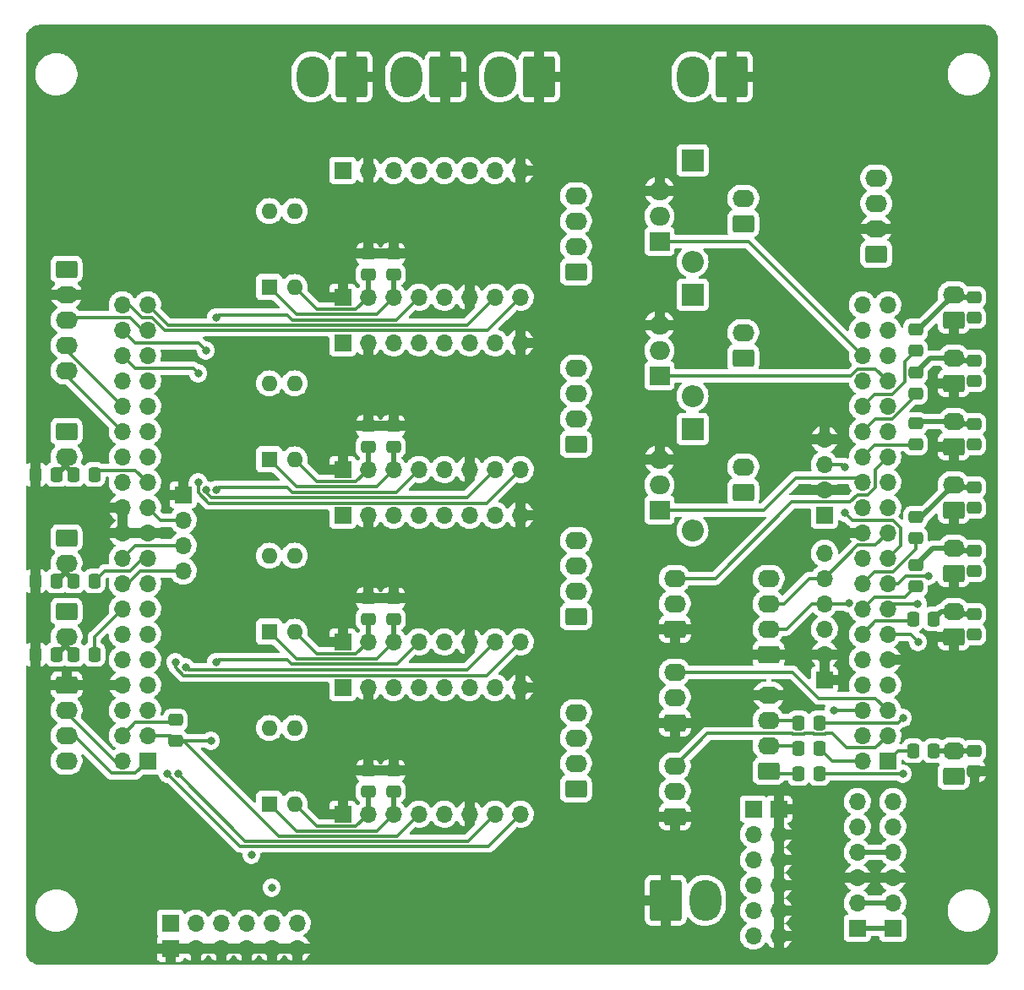
<source format=gbr>
%TF.GenerationSoftware,KiCad,Pcbnew,6.0.4-6f826c9f35~116~ubuntu21.10.1*%
%TF.CreationDate,2022-04-20T19:24:38+02:00*%
%TF.ProjectId,Interco_nucleo_4couches,496e7465-7263-46f5-9f6e-75636c656f5f,rev?*%
%TF.SameCoordinates,Original*%
%TF.FileFunction,Copper,L4,Bot*%
%TF.FilePolarity,Positive*%
%FSLAX46Y46*%
G04 Gerber Fmt 4.6, Leading zero omitted, Abs format (unit mm)*
G04 Created by KiCad (PCBNEW 6.0.4-6f826c9f35~116~ubuntu21.10.1) date 2022-04-20 19:24:38*
%MOMM*%
%LPD*%
G01*
G04 APERTURE LIST*
G04 Aperture macros list*
%AMRoundRect*
0 Rectangle with rounded corners*
0 $1 Rounding radius*
0 $2 $3 $4 $5 $6 $7 $8 $9 X,Y pos of 4 corners*
0 Add a 4 corners polygon primitive as box body*
4,1,4,$2,$3,$4,$5,$6,$7,$8,$9,$2,$3,0*
0 Add four circle primitives for the rounded corners*
1,1,$1+$1,$2,$3*
1,1,$1+$1,$4,$5*
1,1,$1+$1,$6,$7*
1,1,$1+$1,$8,$9*
0 Add four rect primitives between the rounded corners*
20,1,$1+$1,$2,$3,$4,$5,0*
20,1,$1+$1,$4,$5,$6,$7,0*
20,1,$1+$1,$6,$7,$8,$9,0*
20,1,$1+$1,$8,$9,$2,$3,0*%
G04 Aperture macros list end*
%TA.AperFunction,ComponentPad*%
%ADD10O,1.700000X1.700000*%
%TD*%
%TA.AperFunction,ComponentPad*%
%ADD11R,1.700000X1.700000*%
%TD*%
%TA.AperFunction,ComponentPad*%
%ADD12RoundRect,0.250000X0.845000X-0.620000X0.845000X0.620000X-0.845000X0.620000X-0.845000X-0.620000X0*%
%TD*%
%TA.AperFunction,ComponentPad*%
%ADD13O,2.190000X1.740000*%
%TD*%
%TA.AperFunction,ComponentPad*%
%ADD14RoundRect,0.250000X-0.845000X0.620000X-0.845000X-0.620000X0.845000X-0.620000X0.845000X0.620000X0*%
%TD*%
%TA.AperFunction,ComponentPad*%
%ADD15RoundRect,0.250000X-1.330000X-1.800000X1.330000X-1.800000X1.330000X1.800000X-1.330000X1.800000X0*%
%TD*%
%TA.AperFunction,ComponentPad*%
%ADD16O,3.160000X4.100000*%
%TD*%
%TA.AperFunction,ComponentPad*%
%ADD17R,2.200000X2.200000*%
%TD*%
%TA.AperFunction,ComponentPad*%
%ADD18O,2.200000X2.200000*%
%TD*%
%TA.AperFunction,ComponentPad*%
%ADD19R,1.600000X1.600000*%
%TD*%
%TA.AperFunction,ComponentPad*%
%ADD20O,1.600000X1.600000*%
%TD*%
%TA.AperFunction,ComponentPad*%
%ADD21RoundRect,0.250000X1.330000X1.800000X-1.330000X1.800000X-1.330000X-1.800000X1.330000X-1.800000X0*%
%TD*%
%TA.AperFunction,ComponentPad*%
%ADD22R,2.000000X1.905000*%
%TD*%
%TA.AperFunction,ComponentPad*%
%ADD23O,2.000000X1.905000*%
%TD*%
%TA.AperFunction,SMDPad,CuDef*%
%ADD24RoundRect,0.250000X-0.337500X-0.475000X0.337500X-0.475000X0.337500X0.475000X-0.337500X0.475000X0*%
%TD*%
%TA.AperFunction,SMDPad,CuDef*%
%ADD25RoundRect,0.250000X0.475000X-0.337500X0.475000X0.337500X-0.475000X0.337500X-0.475000X-0.337500X0*%
%TD*%
%TA.AperFunction,SMDPad,CuDef*%
%ADD26RoundRect,0.250000X0.337500X0.475000X-0.337500X0.475000X-0.337500X-0.475000X0.337500X-0.475000X0*%
%TD*%
%TA.AperFunction,ViaPad*%
%ADD27C,0.800000*%
%TD*%
%TA.AperFunction,Conductor*%
%ADD28C,0.500000*%
%TD*%
%TA.AperFunction,Conductor*%
%ADD29C,0.300000*%
%TD*%
G04 APERTURE END LIST*
D10*
%TO.P,J54,6,Pin_6*%
%TO.N,GND*%
X61976000Y-131826000D03*
%TO.P,J54,5,Pin_5*%
X59436000Y-131826000D03*
%TO.P,J54,4,Pin_4*%
X56896000Y-131826000D03*
%TO.P,J54,3,Pin_3*%
X54356000Y-131826000D03*
%TO.P,J54,2,Pin_2*%
X51816000Y-131826000D03*
D11*
%TO.P,J54,1,Pin_1*%
X49276000Y-131826000D03*
%TD*%
D10*
%TO.P,J53,6,Pin_6*%
%TO.N,/3V3_LDO*%
X61976000Y-129286000D03*
%TO.P,J53,5,Pin_5*%
X59436000Y-129286000D03*
%TO.P,J53,4,Pin_4*%
X56896000Y-129286000D03*
%TO.P,J53,3,Pin_3*%
X54356000Y-129286000D03*
%TO.P,J53,2,Pin_2*%
X51816000Y-129286000D03*
D11*
%TO.P,J53,1,Pin_1*%
X49276000Y-129286000D03*
%TD*%
%TO.P,J28,1,Pin_1*%
%TO.N,/PA_7*%
X121666000Y-129794000D03*
D10*
%TO.P,J28,2,Pin_2*%
%TO.N,/PA_6*%
X121666000Y-127254000D03*
%TO.P,J28,3,Pin_3*%
%TO.N,GND*%
X121666000Y-124714000D03*
%TO.P,J28,4,Pin_4*%
%TO.N,/PA_5*%
X121666000Y-122174000D03*
%TO.P,J28,5,Pin_5*%
%TO.N,/3V3_LDO*%
X121666000Y-119634000D03*
%TO.P,J28,6,Pin_6*%
%TO.N,/PA_8*%
X121666000Y-117094000D03*
%TD*%
D11*
%TO.P,U12,1,EN*%
%TO.N,GND*%
X66548000Y-83820000D03*
D10*
%TO.P,U12,2,MS1*%
%TO.N,Net-(R15-Pad1)*%
X69088000Y-83820000D03*
%TO.P,U12,3,MS2*%
%TO.N,Net-(R14-Pad1)*%
X71628000Y-83820000D03*
%TO.P,U12,4,PDN*%
%TO.N,/PC_12*%
X74168000Y-83820000D03*
%TO.P,U12,5,PDN*%
%TO.N,unconnected-(U12-Pad5)*%
X76708000Y-83820000D03*
%TO.P,U12,6,CLK*%
%TO.N,GND*%
X79248000Y-83820000D03*
%TO.P,U12,7,STEP*%
%TO.N,/PC_1*%
X81788000Y-83820000D03*
%TO.P,U12,8,DIR*%
%TO.N,/D2*%
X84328000Y-83820000D03*
%TO.P,U12,9,GND*%
%TO.N,GND*%
X84328000Y-71120000D03*
%TO.P,U12,10,VDD*%
%TO.N,/3V3_LDO*%
X81788000Y-71120000D03*
%TO.P,U12,11,B2*%
%TO.N,/B22*%
X79248000Y-71120000D03*
%TO.P,U12,12,B1*%
%TO.N,/B21*%
X76708000Y-71120000D03*
%TO.P,U12,13,A1*%
%TO.N,/A21*%
X74168000Y-71120000D03*
%TO.P,U12,14,A2*%
%TO.N,/A22*%
X71628000Y-71120000D03*
%TO.P,U12,15,GND*%
%TO.N,GND*%
X69088000Y-71120000D03*
D11*
%TO.P,U12,16,VM*%
%TO.N,/V_LIPO*%
X66548000Y-71120000D03*
%TD*%
D12*
%TO.P,J34,1,Pin_1*%
%TO.N,GND*%
X127762000Y-94234000D03*
D13*
%TO.P,J34,2,Pin_2*%
%TO.N,Net-(J34-Pad2)*%
X127762000Y-91694000D03*
%TD*%
D14*
%TO.P,J41,1,Pin_1*%
%TO.N,/3V3_LDO*%
X38862000Y-90678000D03*
D13*
%TO.P,J41,2,Pin_2*%
%TO.N,Net-(J41-Pad2)*%
X38862000Y-93218000D03*
%TD*%
D15*
%TO.P,J52,1,Pin_1*%
%TO.N,GND*%
X98910000Y-127000000D03*
D16*
%TO.P,J52,2,Pin_2*%
%TO.N,/5V0*%
X102870000Y-127000000D03*
%TD*%
D17*
%TO.P,D22,1,K*%
%TO.N,/electroaimant_12V*%
X101600000Y-52832000D03*
D18*
%TO.P,D22,2,A*%
%TO.N,Net-(D22-Pad2)*%
X101600000Y-62992000D03*
%TD*%
D12*
%TO.P,J12,1,Pin_1*%
%TO.N,/A22*%
X89916000Y-81280000D03*
D13*
%TO.P,J12,2,Pin_2*%
%TO.N,/A21*%
X89916000Y-78740000D03*
%TO.P,J12,3,Pin_3*%
%TO.N,/B21*%
X89916000Y-76200000D03*
%TO.P,J12,4,Pin_4*%
%TO.N,/B22*%
X89916000Y-73660000D03*
%TD*%
D19*
%TO.P,SW20,1*%
%TO.N,Net-(R20-Pad1)*%
X59182000Y-65532000D03*
D20*
%TO.P,SW20,2*%
%TO.N,Net-(R21-Pad1)*%
X61722000Y-65532000D03*
%TO.P,SW20,3*%
%TO.N,/3V3_LDO*%
X61722000Y-57912000D03*
%TO.P,SW20,4*%
X59182000Y-57912000D03*
%TD*%
D17*
%TO.P,D20,1,K*%
%TO.N,/electroaimant_12V*%
X101600000Y-66294000D03*
D18*
%TO.P,D20,2,A*%
%TO.N,Net-(D20-Pad2)*%
X101600000Y-76454000D03*
%TD*%
D12*
%TO.P,J24,1,Pin_1*%
%TO.N,Net-(D21-Pad2)*%
X106680000Y-86106000D03*
D13*
%TO.P,J24,2,Pin_2*%
%TO.N,/electroaimant_12V*%
X106680000Y-83566000D03*
%TD*%
D14*
%TO.P,J43,1,Pin_1*%
%TO.N,/3V3_LDO*%
X38862000Y-98044000D03*
D13*
%TO.P,J43,2,Pin_2*%
%TO.N,Net-(J43-Pad2)*%
X38862000Y-100584000D03*
%TD*%
D11*
%TO.P,J29,1,Pin_1*%
%TO.N,/PA_7*%
X118110000Y-129794000D03*
D10*
%TO.P,J29,2,Pin_2*%
%TO.N,/PA_6*%
X118110000Y-127254000D03*
%TO.P,J29,3,Pin_3*%
%TO.N,GND*%
X118110000Y-124714000D03*
%TO.P,J29,4,Pin_4*%
%TO.N,/PA_5*%
X118110000Y-122174000D03*
%TO.P,J29,5,Pin_5*%
%TO.N,/3V3_LDO*%
X118110000Y-119634000D03*
%TO.P,J29,6,Pin_6*%
%TO.N,/PB_2*%
X118110000Y-117094000D03*
%TD*%
D21*
%TO.P,J500,1,Pin_1*%
%TO.N,GND*%
X76858000Y-44450000D03*
D16*
%TO.P,J500,2,Pin_2*%
%TO.N,/V_LIPO*%
X72898000Y-44450000D03*
%TD*%
D22*
%TO.P,Q21,1,G*%
%TO.N,/PB_1*%
X98298000Y-87884000D03*
D23*
%TO.P,Q21,2,D*%
%TO.N,Net-(D21-Pad2)*%
X98298000Y-85344000D03*
%TO.P,Q21,3,S*%
%TO.N,GND*%
X98298000Y-82804000D03*
%TD*%
D12*
%TO.P,J22,1,Pin_1*%
%TO.N,GND*%
X99822000Y-118618000D03*
D13*
%TO.P,J22,2,Pin_2*%
%TO.N,/5V0*%
X99822000Y-116078000D03*
%TO.P,J22,3,Pin_3*%
%TO.N,/PB_8*%
X99822000Y-113538000D03*
%TD*%
D12*
%TO.P,J21,1,Pin_1*%
%TO.N,GND*%
X99822000Y-109220000D03*
D13*
%TO.P,J21,2,Pin_2*%
%TO.N,/5V0*%
X99822000Y-106680000D03*
%TO.P,J21,3,Pin_3*%
%TO.N,/PB_9*%
X99822000Y-104140000D03*
%TD*%
D11*
%TO.P,U20,1,EN*%
%TO.N,GND*%
X66548000Y-66548000D03*
D10*
%TO.P,U20,2,MS1*%
%TO.N,Net-(R21-Pad1)*%
X69088000Y-66548000D03*
%TO.P,U20,3,MS2*%
%TO.N,Net-(R20-Pad1)*%
X71628000Y-66548000D03*
%TO.P,U20,4,PDN*%
%TO.N,/PC_12*%
X74168000Y-66548000D03*
%TO.P,U20,5,PDN*%
%TO.N,unconnected-(U20-Pad5)*%
X76708000Y-66548000D03*
%TO.P,U20,6,CLK*%
%TO.N,GND*%
X79248000Y-66548000D03*
%TO.P,U20,7,STEP*%
%TO.N,/PC_3*%
X81788000Y-66548000D03*
%TO.P,U20,8,DIR*%
%TO.N,/D3*%
X84328000Y-66548000D03*
%TO.P,U20,9,GND*%
%TO.N,GND*%
X84328000Y-53848000D03*
%TO.P,U20,10,VDD*%
%TO.N,/3V3_LDO*%
X81788000Y-53848000D03*
%TO.P,U20,11,B2*%
%TO.N,/B32*%
X79248000Y-53848000D03*
%TO.P,U20,12,B1*%
%TO.N,/B31*%
X76708000Y-53848000D03*
%TO.P,U20,13,A1*%
%TO.N,/A31*%
X74168000Y-53848000D03*
%TO.P,U20,14,A2*%
%TO.N,/A32*%
X71628000Y-53848000D03*
%TO.P,U20,15,GND*%
%TO.N,GND*%
X69088000Y-53848000D03*
D11*
%TO.P,U20,16,VM*%
%TO.N,/V_LIPO*%
X66548000Y-53848000D03*
%TD*%
D12*
%TO.P,J36,1,Pin_1*%
%TO.N,/LIDAR_RX*%
X120015000Y-62230000D03*
D13*
%TO.P,J36,2,Pin_2*%
%TO.N,GND*%
X120015000Y-59690000D03*
%TO.P,J36,3,Pin_3*%
%TO.N,/LIDAR_TX*%
X120015000Y-57150000D03*
%TO.P,J36,4,Pin_4*%
%TO.N,/5V0*%
X120015000Y-54610000D03*
%TD*%
D14*
%TO.P,J26,1,Pin_1*%
%TO.N,/5V0*%
X38862000Y-63754000D03*
D13*
%TO.P,J26,2,Pin_2*%
%TO.N,GND*%
X38862000Y-66294000D03*
%TO.P,J26,3,Pin_3*%
%TO.N,/PC_2*%
X38862000Y-68834000D03*
%TO.P,J26,4,Pin_4*%
%TO.N,/PA_1*%
X38862000Y-71374000D03*
%TO.P,J26,5,Pin_5*%
%TO.N,/PA_0*%
X38862000Y-73914000D03*
%TD*%
D12*
%TO.P,J25,1,Pin_1*%
%TO.N,Net-(D22-Pad2)*%
X106680000Y-59182000D03*
D13*
%TO.P,J25,2,Pin_2*%
%TO.N,/electroaimant_12V*%
X106680000Y-56642000D03*
%TD*%
D11*
%TO.P,J03,1,Pin_1*%
%TO.N,GND*%
X50546000Y-86360000D03*
D10*
%TO.P,J03,2,Pin_2*%
%TO.N,/PB_7*%
X50546000Y-88900000D03*
%TO.P,J03,3,Pin_3*%
%TO.N,/5V*%
X50546000Y-91440000D03*
%TO.P,J03,4,Pin_4*%
%TO.N,/3V3*%
X50546000Y-93980000D03*
%TD*%
D12*
%TO.P,J11,1,Pin_1*%
%TO.N,/A12*%
X89916000Y-98552000D03*
D13*
%TO.P,J11,2,Pin_2*%
%TO.N,/A11*%
X89916000Y-96012000D03*
%TO.P,J11,3,Pin_3*%
%TO.N,/B11*%
X89916000Y-93472000D03*
%TO.P,J11,4,Pin_4*%
%TO.N,/B12*%
X89916000Y-90932000D03*
%TD*%
D19*
%TO.P,SW12,1*%
%TO.N,Net-(R14-Pad1)*%
X59182000Y-82804000D03*
D20*
%TO.P,SW12,2*%
%TO.N,Net-(R15-Pad1)*%
X61722000Y-82804000D03*
%TO.P,SW12,3*%
%TO.N,/3V3_LDO*%
X61722000Y-75184000D03*
%TO.P,SW12,4*%
X59182000Y-75184000D03*
%TD*%
D12*
%TO.P,J23,1,Pin_1*%
%TO.N,Net-(D20-Pad2)*%
X106680000Y-72644000D03*
D13*
%TO.P,J23,2,Pin_2*%
%TO.N,/electroaimant_12V*%
X106680000Y-70104000D03*
%TD*%
D19*
%TO.P,SW10,1*%
%TO.N,Net-(R10-Pad1)*%
X59182000Y-117348000D03*
D20*
%TO.P,SW10,2*%
%TO.N,Net-(R11-Pad1)*%
X61722000Y-117348000D03*
%TO.P,SW10,3*%
%TO.N,/3V3_LDO*%
X61722000Y-109728000D03*
%TO.P,SW10,4*%
X59182000Y-109728000D03*
%TD*%
D14*
%TO.P,J40,1,Pin_1*%
%TO.N,/3V3_LDO*%
X38862000Y-80010000D03*
D13*
%TO.P,J40,2,Pin_2*%
%TO.N,Net-(J40-Pad2)*%
X38862000Y-82550000D03*
%TD*%
D21*
%TO.P,J502,1,Pin_1*%
%TO.N,GND*%
X67460000Y-44450000D03*
D16*
%TO.P,J502,2,Pin_2*%
%TO.N,/V_LIPO*%
X63500000Y-44450000D03*
%TD*%
D12*
%TO.P,J32,1,Pin_1*%
%TO.N,GND*%
X127762000Y-81534000D03*
D13*
%TO.P,J32,2,Pin_2*%
%TO.N,Net-(J32-Pad2)*%
X127762000Y-78994000D03*
%TD*%
D12*
%TO.P,J33,1,Pin_1*%
%TO.N,GND*%
X127762000Y-87884000D03*
D13*
%TO.P,J33,2,Pin_2*%
%TO.N,Net-(J33-Pad2)*%
X127762000Y-85344000D03*
%TD*%
D12*
%TO.P,J42,1,Pin_1*%
%TO.N,/3V3_LDO*%
X127762000Y-114554000D03*
D13*
%TO.P,J42,2,Pin_2*%
%TO.N,Net-(J42-Pad2)*%
X127762000Y-112014000D03*
%TD*%
D11*
%TO.P,J60,1,Pin_1*%
%TO.N,/5V0*%
X107696000Y-117856000D03*
D10*
%TO.P,J60,2,Pin_2*%
X107696000Y-120396000D03*
%TO.P,J60,3,Pin_3*%
X107696000Y-122936000D03*
%TO.P,J60,4,Pin_4*%
X107696000Y-125476000D03*
%TO.P,J60,5,Pin_5*%
X107696000Y-128016000D03*
%TO.P,J60,6,Pin_6*%
X107696000Y-130556000D03*
%TD*%
D21*
%TO.P,J51,1,Pin_1*%
%TO.N,GND*%
X105560000Y-44450000D03*
D16*
%TO.P,J51,2,Pin_2*%
%TO.N,/electroaimant_12V*%
X101600000Y-44450000D03*
%TD*%
D21*
%TO.P,J501,1,Pin_1*%
%TO.N,GND*%
X86256000Y-44450000D03*
D16*
%TO.P,J501,2,Pin_2*%
%TO.N,/V_LIPO*%
X82296000Y-44450000D03*
%TD*%
D11*
%TO.P,J39,1,Pin_1*%
%TO.N,GND*%
X114808000Y-104902000D03*
D10*
%TO.P,J39,2,Pin_2*%
X114808000Y-102362000D03*
%TO.P,J39,3,Pin_3*%
%TO.N,/5V0*%
X114808000Y-99822000D03*
%TO.P,J39,4,Pin_4*%
%TO.N,/LORA_TX*%
X114808000Y-97282000D03*
%TO.P,J39,5,Pin_5*%
%TO.N,/LORA_RX*%
X114808000Y-94742000D03*
%TO.P,J39,6,Pin_6*%
%TO.N,unconnected-(J39-Pad6)*%
X114808000Y-92202000D03*
%TD*%
D17*
%TO.P,D21,1,K*%
%TO.N,/electroaimant_12V*%
X101600000Y-79756000D03*
D18*
%TO.P,D21,2,A*%
%TO.N,Net-(D21-Pad2)*%
X101600000Y-89916000D03*
%TD*%
D11*
%TO.P,J04,1,Pin_1*%
%TO.N,/PC_5*%
X114808000Y-88392000D03*
D10*
%TO.P,J04,2,Pin_2*%
%TO.N,GND*%
X114808000Y-85852000D03*
%TO.P,J04,3,Pin_3*%
%TO.N,/PB_6*%
X114808000Y-83312000D03*
%TO.P,J04,4,Pin_4*%
%TO.N,GND*%
X114808000Y-80772000D03*
%TD*%
D12*
%TO.P,D40,1,RA*%
%TO.N,Net-(D40-Pad1)*%
X109220000Y-114046000D03*
D13*
%TO.P,D40,2,GA*%
%TO.N,Net-(D40-Pad2)*%
X109220000Y-111506000D03*
%TO.P,D40,3,BA*%
%TO.N,Net-(D40-Pad3)*%
X109220000Y-108966000D03*
%TO.P,D40,4,K*%
%TO.N,GND*%
X109220000Y-106426000D03*
%TD*%
D11*
%TO.P,U11,1,EN*%
%TO.N,GND*%
X66548000Y-101092000D03*
D10*
%TO.P,U11,2,MS1*%
%TO.N,Net-(R13-Pad1)*%
X69088000Y-101092000D03*
%TO.P,U11,3,MS2*%
%TO.N,Net-(R12-Pad1)*%
X71628000Y-101092000D03*
%TO.P,U11,4,PDN*%
%TO.N,/PC_12*%
X74168000Y-101092000D03*
%TO.P,U11,5,PDN*%
%TO.N,unconnected-(U11-Pad5)*%
X76708000Y-101092000D03*
%TO.P,U11,6,CLK*%
%TO.N,GND*%
X79248000Y-101092000D03*
%TO.P,U11,7,STEP*%
%TO.N,/PH_1*%
X81788000Y-101092000D03*
%TO.P,U11,8,DIR*%
%TO.N,/D1*%
X84328000Y-101092000D03*
%TO.P,U11,9,GND*%
%TO.N,GND*%
X84328000Y-88392000D03*
%TO.P,U11,10,VDD*%
%TO.N,/3V3_LDO*%
X81788000Y-88392000D03*
%TO.P,U11,11,B2*%
%TO.N,/B12*%
X79248000Y-88392000D03*
%TO.P,U11,12,B1*%
%TO.N,/B11*%
X76708000Y-88392000D03*
%TO.P,U11,13,A1*%
%TO.N,/A11*%
X74168000Y-88392000D03*
%TO.P,U11,14,A2*%
%TO.N,/A12*%
X71628000Y-88392000D03*
%TO.P,U11,15,GND*%
%TO.N,GND*%
X69088000Y-88392000D03*
D11*
%TO.P,U11,16,VM*%
%TO.N,/V_LIPO*%
X66548000Y-88392000D03*
%TD*%
D14*
%TO.P,J38,1,Pin_1*%
%TO.N,GND*%
X38862000Y-105410000D03*
D13*
%TO.P,J38,2,Pin_2*%
%TO.N,/7SEG_TX*%
X38862000Y-107950000D03*
%TO.P,J38,3,Pin_3*%
%TO.N,/7SEG_RX*%
X38862000Y-110490000D03*
%TO.P,J38,4,Pin_4*%
%TO.N,/5V0*%
X38862000Y-113030000D03*
%TD*%
D12*
%TO.P,J31,1,Pin_1*%
%TO.N,GND*%
X127762000Y-75184000D03*
D13*
%TO.P,J31,2,Pin_2*%
%TO.N,Net-(J31-Pad2)*%
X127762000Y-72644000D03*
%TD*%
D12*
%TO.P,J20,1,Pin_1*%
%TO.N,GND*%
X99822000Y-99822000D03*
D13*
%TO.P,J20,2,Pin_2*%
%TO.N,/5V0*%
X99822000Y-97282000D03*
%TO.P,J20,3,Pin_3*%
%TO.N,/PB_10*%
X99822000Y-94742000D03*
%TD*%
D12*
%TO.P,J30,1,Pin_1*%
%TO.N,GND*%
X127762000Y-68834000D03*
D13*
%TO.P,J30,2,Pin_2*%
%TO.N,Net-(J30-Pad2)*%
X127762000Y-66294000D03*
%TD*%
D12*
%TO.P,J35,1,Pin_1*%
%TO.N,GND*%
X127762000Y-100584000D03*
D13*
%TO.P,J35,2,Pin_2*%
%TO.N,Net-(J35-Pad2)*%
X127762000Y-98044000D03*
%TD*%
D12*
%TO.P,J27,1,Pin_1*%
%TO.N,/A32*%
X89916000Y-64008000D03*
D13*
%TO.P,J27,2,Pin_2*%
%TO.N,/A31*%
X89916000Y-61468000D03*
%TO.P,J27,3,Pin_3*%
%TO.N,/B31*%
X89916000Y-58928000D03*
%TO.P,J27,4,Pin_4*%
%TO.N,/B32*%
X89916000Y-56388000D03*
%TD*%
D22*
%TO.P,Q20,1,G*%
%TO.N,/PB_3*%
X98298000Y-74422000D03*
D23*
%TO.P,Q20,2,D*%
%TO.N,Net-(D20-Pad2)*%
X98298000Y-71882000D03*
%TO.P,Q20,3,S*%
%TO.N,GND*%
X98298000Y-69342000D03*
%TD*%
D12*
%TO.P,J37,1,Pin_1*%
%TO.N,GND*%
X109220000Y-102362000D03*
D13*
%TO.P,J37,2,Pin_2*%
%TO.N,/LORA_TX*%
X109220000Y-99822000D03*
%TO.P,J37,3,Pin_3*%
%TO.N,/LORA_RX*%
X109220000Y-97282000D03*
%TO.P,J37,4,Pin_4*%
%TO.N,/5V0*%
X109220000Y-94742000D03*
%TD*%
D19*
%TO.P,SW11,1*%
%TO.N,Net-(R12-Pad1)*%
X59182000Y-100076000D03*
D20*
%TO.P,SW11,2*%
%TO.N,Net-(R13-Pad1)*%
X61722000Y-100076000D03*
%TO.P,SW11,3*%
%TO.N,/3V3_LDO*%
X61722000Y-92456000D03*
%TO.P,SW11,4*%
X59182000Y-92456000D03*
%TD*%
D11*
%TO.P,U10,1,EN*%
%TO.N,GND*%
X66548000Y-118364000D03*
D10*
%TO.P,U10,2,MS1*%
%TO.N,Net-(R11-Pad1)*%
X69088000Y-118364000D03*
%TO.P,U10,3,MS2*%
%TO.N,Net-(R10-Pad1)*%
X71628000Y-118364000D03*
%TO.P,U10,4,PDN*%
%TO.N,/PC_12*%
X74168000Y-118364000D03*
%TO.P,U10,5,PDN*%
%TO.N,unconnected-(U10-Pad5)*%
X76708000Y-118364000D03*
%TO.P,U10,6,CLK*%
%TO.N,GND*%
X79248000Y-118364000D03*
%TO.P,U10,7,STEP*%
%TO.N,/PA_14*%
X81788000Y-118364000D03*
%TO.P,U10,8,DIR*%
%TO.N,/D0*%
X84328000Y-118364000D03*
%TO.P,U10,9,GND*%
%TO.N,GND*%
X84328000Y-105664000D03*
%TO.P,U10,10,VDD*%
%TO.N,/3V3_LDO*%
X81788000Y-105664000D03*
%TO.P,U10,11,B2*%
%TO.N,/B02*%
X79248000Y-105664000D03*
%TO.P,U10,12,B1*%
%TO.N,/B01*%
X76708000Y-105664000D03*
%TO.P,U10,13,A1*%
%TO.N,/A01*%
X74168000Y-105664000D03*
%TO.P,U10,14,A2*%
%TO.N,/A02*%
X71628000Y-105664000D03*
%TO.P,U10,15,GND*%
%TO.N,GND*%
X69088000Y-105664000D03*
D11*
%TO.P,U10,16,VM*%
%TO.N,/V_LIPO*%
X66548000Y-105664000D03*
%TD*%
%TO.P,J61,1,Pin_1*%
%TO.N,GND*%
X110236000Y-117856000D03*
D10*
%TO.P,J61,2,Pin_2*%
X110236000Y-120396000D03*
%TO.P,J61,3,Pin_3*%
X110236000Y-122936000D03*
%TO.P,J61,4,Pin_4*%
X110236000Y-125476000D03*
%TO.P,J61,5,Pin_5*%
X110236000Y-128016000D03*
%TO.P,J61,6,Pin_6*%
X110236000Y-130556000D03*
%TD*%
D22*
%TO.P,Q22,1,G*%
%TO.N,/PC_4*%
X98298000Y-60960000D03*
D23*
%TO.P,Q22,2,D*%
%TO.N,Net-(D22-Pad2)*%
X98298000Y-58420000D03*
%TO.P,Q22,3,S*%
%TO.N,GND*%
X98298000Y-55880000D03*
%TD*%
D12*
%TO.P,J10,1,Pin_1*%
%TO.N,/A02*%
X89916000Y-115824000D03*
D13*
%TO.P,J10,2,Pin_2*%
%TO.N,/A01*%
X89916000Y-113284000D03*
%TO.P,J10,3,Pin_3*%
%TO.N,/B01*%
X89916000Y-110744000D03*
%TO.P,J10,4,Pin_4*%
%TO.N,/B02*%
X89916000Y-108204000D03*
%TD*%
D24*
%TO.P,R44,1*%
%TO.N,/PC_9*%
X123698000Y-112014000D03*
%TO.P,R44,2*%
%TO.N,Net-(J42-Pad2)*%
X125773000Y-112014000D03*
%TD*%
D25*
%TO.P,R33,1*%
%TO.N,/3V3_LDO*%
X129794000Y-74973000D03*
%TO.P,R33,2*%
%TO.N,Net-(J31-Pad2)*%
X129794000Y-72898000D03*
%TD*%
%TO.P,R34,1*%
%TO.N,/PB_15*%
X123952000Y-81280000D03*
%TO.P,R34,2*%
%TO.N,Net-(J32-Pad2)*%
X123952000Y-79205000D03*
%TD*%
%TO.P,R32,1*%
%TO.N,/PB_14*%
X123952000Y-76200000D03*
%TO.P,R32,2*%
%TO.N,Net-(J31-Pad2)*%
X123952000Y-74125000D03*
%TD*%
D11*
%TO.P,J01,1,Pin_1*%
%TO.N,/7SEG_RX*%
X46990000Y-113030000D03*
D10*
%TO.P,J01,2,Pin_2*%
%TO.N,/7SEG_TX*%
X44450000Y-113030000D03*
%TO.P,J01,3,Pin_3*%
%TO.N,/PC_12*%
X46990000Y-110490000D03*
%TO.P,J01,4,Pin_4*%
%TO.N,/PD_2*%
X44450000Y-110490000D03*
%TO.P,J01,5,Pin_5*%
%TO.N,/VDD*%
X46990000Y-107950000D03*
%TO.P,J01,6,Pin_6*%
%TO.N,/E5V*%
X44450000Y-107950000D03*
%TO.P,J01,7,Pin_7*%
%TO.N,/BOOT0*%
X46990000Y-105410000D03*
%TO.P,J01,8,Pin_8*%
%TO.N,GND*%
X44450000Y-105410000D03*
%TO.P,J01,9,Pin_9*%
%TO.N,unconnected-(J01-Pad9)*%
X46990000Y-102870000D03*
%TO.P,J01,10,Pin_10*%
%TO.N,unconnected-(J01-Pad10)*%
X44450000Y-102870000D03*
%TO.P,J01,11,Pin_11*%
%TO.N,unconnected-(J01-Pad11)*%
X46990000Y-100330000D03*
%TO.P,J01,12,Pin_12*%
%TO.N,/IOREF*%
X44450000Y-100330000D03*
%TO.P,J01,13,Pin_13*%
%TO.N,/D0*%
X46990000Y-97790000D03*
%TO.P,J01,14,Pin_14*%
%TO.N,/RESET*%
X44450000Y-97790000D03*
%TO.P,J01,15,Pin_15*%
%TO.N,/PA_14*%
X46990000Y-95250000D03*
%TO.P,J01,16,Pin_16*%
%TO.N,/3V3*%
X44450000Y-95250000D03*
%TO.P,J01,17,Pin_17*%
%TO.N,/PA_15*%
X46990000Y-92710000D03*
%TO.P,J01,18,Pin_18*%
%TO.N,/5V*%
X44450000Y-92710000D03*
%TO.P,J01,19,Pin_19*%
%TO.N,GND*%
X46990000Y-90170000D03*
%TO.P,J01,20,Pin_20*%
X44450000Y-90170000D03*
%TO.P,J01,21,Pin_21*%
%TO.N,/PB_7*%
X46990000Y-87630000D03*
%TO.P,J01,22,Pin_22*%
%TO.N,GND*%
X44450000Y-87630000D03*
%TO.P,J01,23,Pin_23*%
%TO.N,/PC_13*%
X46990000Y-85090000D03*
%TO.P,J01,24,Pin_24*%
%TO.N,/5V0*%
X44450000Y-85090000D03*
%TO.P,J01,25,Pin_25*%
%TO.N,/PC_14*%
X46990000Y-82550000D03*
%TO.P,J01,26,Pin_26*%
%TO.N,unconnected-(J01-Pad26)*%
X44450000Y-82550000D03*
%TO.P,J01,27,Pin_27*%
%TO.N,/PC_15*%
X46990000Y-80010000D03*
%TO.P,J01,28,Pin_28*%
%TO.N,/PA_0*%
X44450000Y-80010000D03*
%TO.P,J01,29,Pin_29*%
%TO.N,/PH_0*%
X46990000Y-77470000D03*
%TO.P,J01,30,Pin_30*%
%TO.N,/PA_1*%
X44450000Y-77470000D03*
%TO.P,J01,31,Pin_31*%
%TO.N,/PH_1*%
X46990000Y-74930000D03*
%TO.P,J01,32,Pin_32*%
%TO.N,/D1*%
X44450000Y-74930000D03*
%TO.P,J01,33,Pin_33*%
%TO.N,/VBAT*%
X46990000Y-72390000D03*
%TO.P,J01,34,Pin_34*%
%TO.N,/D2*%
X44450000Y-72390000D03*
%TO.P,J01,35,Pin_35*%
%TO.N,/PC_2*%
X46990000Y-69850000D03*
%TO.P,J01,36,Pin_36*%
%TO.N,/PC_1*%
X44450000Y-69850000D03*
%TO.P,J01,37,Pin_37*%
%TO.N,/PC_3*%
X46990000Y-67310000D03*
%TO.P,J01,38,Pin_38*%
%TO.N,/D3*%
X44450000Y-67310000D03*
%TD*%
D26*
%TO.P,R48,1*%
%TO.N,/PB_4*%
X114300000Y-109220000D03*
%TO.P,R48,2*%
%TO.N,Net-(D40-Pad3)*%
X112225000Y-109220000D03*
%TD*%
D25*
%TO.P,R10,1*%
%TO.N,Net-(R10-Pad1)*%
X71628000Y-116078000D03*
%TO.P,R10,2*%
%TO.N,GND*%
X71628000Y-114003000D03*
%TD*%
D26*
%TO.P,R46,1*%
%TO.N,/RESET*%
X41656000Y-102362000D03*
%TO.P,R46,2*%
%TO.N,Net-(J43-Pad2)*%
X39581000Y-102362000D03*
%TD*%
D24*
%TO.P,R47,1*%
%TO.N,GND*%
X35771000Y-102362000D03*
%TO.P,R47,2*%
%TO.N,Net-(J43-Pad2)*%
X37846000Y-102362000D03*
%TD*%
%TO.P,R310,1*%
%TO.N,/PA_12*%
X123698000Y-98806000D03*
%TO.P,R310,2*%
%TO.N,Net-(J35-Pad2)*%
X125773000Y-98806000D03*
%TD*%
D26*
%TO.P,R49,1*%
%TO.N,/PC_8*%
X114300000Y-111760000D03*
%TO.P,R49,2*%
%TO.N,Net-(D40-Pad2)*%
X112225000Y-111760000D03*
%TD*%
D25*
%TO.P,R21,1*%
%TO.N,Net-(R21-Pad1)*%
X69088000Y-64262000D03*
%TO.P,R21,2*%
%TO.N,GND*%
X69088000Y-62187000D03*
%TD*%
%TO.P,R11,1*%
%TO.N,Net-(R11-Pad1)*%
X69088000Y-116078000D03*
%TO.P,R11,2*%
%TO.N,GND*%
X69088000Y-114003000D03*
%TD*%
%TO.P,R16,1*%
%TO.N,/PC_12*%
X49784000Y-110998000D03*
%TO.P,R16,2*%
%TO.N,/PD_2*%
X49784000Y-108923000D03*
%TD*%
%TO.P,R14,1*%
%TO.N,Net-(R14-Pad1)*%
X71628000Y-81534000D03*
%TO.P,R14,2*%
%TO.N,GND*%
X71628000Y-79459000D03*
%TD*%
D24*
%TO.P,R43,1*%
%TO.N,GND*%
X35771000Y-94996000D03*
%TO.P,R43,2*%
%TO.N,Net-(J41-Pad2)*%
X37846000Y-94996000D03*
%TD*%
D26*
%TO.P,R40,1*%
%TO.N,/PC_13*%
X41656000Y-84328000D03*
%TO.P,R40,2*%
%TO.N,Net-(J40-Pad2)*%
X39581000Y-84328000D03*
%TD*%
D25*
%TO.P,R13,1*%
%TO.N,Net-(R13-Pad1)*%
X69088000Y-98806000D03*
%TO.P,R13,2*%
%TO.N,GND*%
X69088000Y-96731000D03*
%TD*%
D26*
%TO.P,R42,1*%
%TO.N,/PA_15*%
X41656000Y-94996000D03*
%TO.P,R42,2*%
%TO.N,Net-(J41-Pad2)*%
X39581000Y-94996000D03*
%TD*%
%TO.P,R410,1*%
%TO.N,/PB_5*%
X114300000Y-114300000D03*
%TO.P,R410,2*%
%TO.N,Net-(D40-Pad1)*%
X112225000Y-114300000D03*
%TD*%
D25*
%TO.P,R31,1*%
%TO.N,/3V3_LDO*%
X129794000Y-68623000D03*
%TO.P,R31,2*%
%TO.N,Net-(J30-Pad2)*%
X129794000Y-66548000D03*
%TD*%
%TO.P,R36,1*%
%TO.N,/PB_12*%
X123952000Y-90678000D03*
%TO.P,R36,2*%
%TO.N,Net-(J33-Pad2)*%
X123952000Y-88603000D03*
%TD*%
%TO.P,R35,1*%
%TO.N,/3V3_LDO*%
X129794000Y-81323000D03*
%TO.P,R35,2*%
%TO.N,Net-(J32-Pad2)*%
X129794000Y-79248000D03*
%TD*%
%TO.P,R15,1*%
%TO.N,Net-(R15-Pad1)*%
X69088000Y-81534000D03*
%TO.P,R15,2*%
%TO.N,GND*%
X69088000Y-79459000D03*
%TD*%
%TO.P,R20,1*%
%TO.N,Net-(R20-Pad1)*%
X71628000Y-64262000D03*
%TO.P,R20,2*%
%TO.N,GND*%
X71628000Y-62187000D03*
%TD*%
D11*
%TO.P,J02,1,Pin_1*%
%TO.N,/PC_9*%
X121158000Y-113030000D03*
D10*
%TO.P,J02,2,Pin_2*%
%TO.N,/PC_8*%
X118618000Y-113030000D03*
%TO.P,J02,3,Pin_3*%
%TO.N,/PB_8*%
X121158000Y-110490000D03*
%TO.P,J02,4,Pin_4*%
%TO.N,/LORA_TX*%
X118618000Y-110490000D03*
%TO.P,J02,5,Pin_5*%
%TO.N,/PB_9*%
X121158000Y-107950000D03*
%TO.P,J02,6,Pin_6*%
%TO.N,/PC_5*%
X118618000Y-107950000D03*
%TO.P,J02,7,Pin_7*%
%TO.N,/AVDD*%
X121158000Y-105410000D03*
%TO.P,J02,8,Pin_8*%
%TO.N,/U5V*%
X118618000Y-105410000D03*
%TO.P,J02,9,Pin_9*%
%TO.N,GND*%
X121158000Y-102870000D03*
%TO.P,J02,10,Pin_10*%
%TO.N,unconnected-(J02-Pad10)*%
X118618000Y-102870000D03*
%TO.P,J02,11,Pin_11*%
%TO.N,/PA_5*%
X121158000Y-100330000D03*
%TO.P,J02,12,Pin_12*%
%TO.N,/PA_12*%
X118618000Y-100330000D03*
%TO.P,J02,13,Pin_13*%
%TO.N,/PA_6*%
X121158000Y-97790000D03*
%TO.P,J02,14,Pin_14*%
%TO.N,/PA_11*%
X118618000Y-97790000D03*
%TO.P,J02,15,Pin_15*%
%TO.N,/PA_7*%
X121158000Y-95250000D03*
%TO.P,J02,16,Pin_16*%
%TO.N,/PB_12*%
X118618000Y-95250000D03*
%TO.P,J02,17,Pin_17*%
%TO.N,/PB_6*%
X121158000Y-92710000D03*
%TO.P,J02,18,Pin_18*%
%TO.N,unconnected-(J02-Pad18)*%
X118618000Y-92710000D03*
%TO.P,J02,19,Pin_19*%
%TO.N,/LORA_RX*%
X121158000Y-90170000D03*
%TO.P,J02,20,Pin_20*%
%TO.N,GND*%
X118618000Y-90170000D03*
%TO.P,J02,21,Pin_21*%
%TO.N,/LIDAR_RX*%
X121158000Y-87630000D03*
%TO.P,J02,22,Pin_22*%
%TO.N,/PB_2*%
X118618000Y-87630000D03*
%TO.P,J02,23,Pin_23*%
%TO.N,/PA_8*%
X121158000Y-85090000D03*
%TO.P,J02,24,Pin_24*%
%TO.N,/PB_1*%
X118618000Y-85090000D03*
%TO.P,J02,25,Pin_25*%
%TO.N,/PB_10*%
X121158000Y-82550000D03*
%TO.P,J02,26,Pin_26*%
%TO.N,/PB_15*%
X118618000Y-82550000D03*
%TO.P,J02,27,Pin_27*%
%TO.N,/PB_4*%
X121158000Y-80010000D03*
%TO.P,J02,28,Pin_28*%
%TO.N,/PB_14*%
X118618000Y-80010000D03*
%TO.P,J02,29,Pin_29*%
%TO.N,/PB_5*%
X121158000Y-77470000D03*
%TO.P,J02,30,Pin_30*%
%TO.N,/PB_13*%
X118618000Y-77470000D03*
%TO.P,J02,31,Pin_31*%
%TO.N,/PB_3*%
X121158000Y-74930000D03*
%TO.P,J02,32,Pin_32*%
%TO.N,GND*%
X118618000Y-74930000D03*
%TO.P,J02,33,Pin_33*%
%TO.N,/LIDAR_TX*%
X121158000Y-72390000D03*
%TO.P,J02,34,Pin_34*%
%TO.N,/PC_4*%
X118618000Y-72390000D03*
%TO.P,J02,35,Pin_35*%
%TO.N,/PA_2*%
X121158000Y-69850000D03*
%TO.P,J02,36,Pin_36*%
%TO.N,unconnected-(J02-Pad36)*%
X118618000Y-69850000D03*
%TO.P,J02,37,Pin_37*%
%TO.N,/PA_3*%
X121158000Y-67310000D03*
%TO.P,J02,38,Pin_38*%
%TO.N,unconnected-(J02-Pad38)*%
X118618000Y-67310000D03*
%TD*%
D25*
%TO.P,R30,1*%
%TO.N,/PB_13*%
X123952000Y-71882000D03*
%TO.P,R30,2*%
%TO.N,Net-(J30-Pad2)*%
X123952000Y-69807000D03*
%TD*%
%TO.P,R37,1*%
%TO.N,/3V3_LDO*%
X129794000Y-87673000D03*
%TO.P,R37,2*%
%TO.N,Net-(J33-Pad2)*%
X129794000Y-85598000D03*
%TD*%
D24*
%TO.P,R41,1*%
%TO.N,GND*%
X35771000Y-84328000D03*
%TO.P,R41,2*%
%TO.N,Net-(J40-Pad2)*%
X37846000Y-84328000D03*
%TD*%
D25*
%TO.P,R39,1*%
%TO.N,/3V3_LDO*%
X129794000Y-94023000D03*
%TO.P,R39,2*%
%TO.N,Net-(J34-Pad2)*%
X129794000Y-91948000D03*
%TD*%
%TO.P,R12,1*%
%TO.N,Net-(R12-Pad1)*%
X71628000Y-98806000D03*
%TO.P,R12,2*%
%TO.N,GND*%
X71628000Y-96731000D03*
%TD*%
%TO.P,R45,1*%
%TO.N,GND*%
X129794000Y-114089000D03*
%TO.P,R45,2*%
%TO.N,Net-(J42-Pad2)*%
X129794000Y-112014000D03*
%TD*%
%TO.P,R311,1*%
%TO.N,/3V3_LDO*%
X129794000Y-100373000D03*
%TO.P,R311,2*%
%TO.N,Net-(J35-Pad2)*%
X129794000Y-98298000D03*
%TD*%
%TO.P,R38,1*%
%TO.N,/PA_11*%
X123952000Y-95504000D03*
%TO.P,R38,2*%
%TO.N,Net-(J34-Pad2)*%
X123952000Y-93429000D03*
%TD*%
D27*
%TO.N,/3V3_LDO*%
X129794000Y-81323000D03*
X59436000Y-125730000D03*
X129794000Y-87673000D03*
X129794000Y-68623000D03*
X129794000Y-94023000D03*
X57404000Y-122428000D03*
X129794000Y-74973000D03*
X129794000Y-100373000D03*
%TO.N,/D0*%
X49000023Y-114321977D03*
%TO.N,/D1*%
X49784000Y-103124000D03*
%TO.N,/D2*%
X52070000Y-74168000D03*
X52070000Y-85090000D03*
%TO.N,/PC_5*%
X115773159Y-107950000D03*
%TO.N,/PA_5*%
X124206000Y-101092000D03*
%TO.N,/PA_6*%
X124181011Y-97282000D03*
%TO.N,/PA_7*%
X125222000Y-94488000D03*
%TO.N,/PB_6*%
X116840000Y-88138000D03*
X116840000Y-83566000D03*
%TO.N,/LORA_TX*%
X117272170Y-97251668D03*
%TO.N,/PC_12*%
X53848000Y-103124000D03*
X53340000Y-110998000D03*
X53848000Y-68580000D03*
X53848000Y-85852000D03*
%TO.N,/PA_14*%
X50038000Y-114300000D03*
%TO.N,/PH_1*%
X50800000Y-103632000D03*
%TO.N,/PC_1*%
X52832000Y-71882000D03*
X52832000Y-85852000D03*
%TO.N,/PB_4*%
X122682000Y-108712000D03*
%TO.N,/PB_5*%
X122682000Y-114300000D03*
%TD*%
D28*
%TO.N,GND*%
X118110000Y-124714000D02*
X121666000Y-124714000D01*
D29*
%TO.N,Net-(D40-Pad1)*%
X112225000Y-114300000D02*
X109474000Y-114300000D01*
X109474000Y-114300000D02*
X109220000Y-114046000D01*
%TO.N,Net-(D40-Pad2)*%
X112225000Y-111760000D02*
X111971000Y-111506000D01*
X111971000Y-111506000D02*
X109220000Y-111506000D01*
%TO.N,Net-(D40-Pad3)*%
X111971000Y-108966000D02*
X109220000Y-108966000D01*
X112225000Y-109220000D02*
X111971000Y-108966000D01*
%TO.N,/7SEG_RX*%
X39624000Y-110490000D02*
X43363511Y-114229511D01*
X45790489Y-114229511D02*
X46990000Y-113030000D01*
X38862000Y-110490000D02*
X39624000Y-110490000D01*
X43363511Y-114229511D02*
X45790489Y-114229511D01*
%TO.N,/7SEG_TX*%
X43688000Y-113030000D02*
X44450000Y-113030000D01*
X38862000Y-107950000D02*
X38862000Y-108204000D01*
X38862000Y-108204000D02*
X43688000Y-113030000D01*
%TO.N,/RESET*%
X41656000Y-100584000D02*
X44450000Y-97790000D01*
X41656000Y-102362000D02*
X41656000Y-100584000D01*
%TO.N,/D3*%
X81042961Y-69833039D02*
X48739894Y-69833039D01*
X47486855Y-68580000D02*
X46426428Y-68580000D01*
X46426428Y-68580000D02*
X45156428Y-67310000D01*
X45156428Y-67310000D02*
X44450000Y-67310000D01*
X84328000Y-66548000D02*
X81042961Y-69833039D01*
X48739894Y-69833039D02*
X47486855Y-68580000D01*
%TO.N,/3V3*%
X46268817Y-93980000D02*
X44998817Y-95250000D01*
X44998817Y-95250000D02*
X44450000Y-95250000D01*
X50546000Y-93980000D02*
X46268817Y-93980000D01*
%TO.N,/PA_15*%
X46482000Y-92710000D02*
X46990000Y-92710000D01*
X42672000Y-93980000D02*
X45212000Y-93980000D01*
X45212000Y-93980000D02*
X46482000Y-92710000D01*
X41656000Y-94996000D02*
X42672000Y-93980000D01*
%TO.N,/5V*%
X50546000Y-91440000D02*
X45720000Y-91440000D01*
X45720000Y-91440000D02*
X44450000Y-92710000D01*
%TO.N,/PB_7*%
X48260000Y-88900000D02*
X46990000Y-87630000D01*
X50546000Y-88900000D02*
X48260000Y-88900000D01*
%TO.N,/D0*%
X56239636Y-121561590D02*
X49000023Y-114321977D01*
X81130410Y-121561590D02*
X56239636Y-121561590D01*
X84328000Y-118364000D02*
X81130410Y-121561590D01*
%TO.N,/D1*%
X49784000Y-103675970D02*
X50572519Y-104464489D01*
X49784000Y-103124000D02*
X49784000Y-103675970D01*
X80955511Y-104464489D02*
X84328000Y-101092000D01*
X50572519Y-104464489D02*
X80955511Y-104464489D01*
%TO.N,/PA_0*%
X38862000Y-74422000D02*
X44450000Y-80010000D01*
X38862000Y-73914000D02*
X38862000Y-74422000D01*
%TO.N,/PA_1*%
X38862000Y-71374000D02*
X38862000Y-71882000D01*
X38862000Y-71882000D02*
X44450000Y-77470000D01*
%TO.N,/D2*%
X45720000Y-73660000D02*
X44450000Y-72390000D01*
X53112519Y-87192489D02*
X52070000Y-86149970D01*
X84328000Y-83820000D02*
X80955511Y-87192489D01*
X52070000Y-74168000D02*
X51562000Y-73660000D01*
X51562000Y-73660000D02*
X45720000Y-73660000D01*
X80955511Y-87192489D02*
X53112519Y-87192489D01*
X52070000Y-86149970D02*
X52070000Y-85090000D01*
%TO.N,/PC_2*%
X39116000Y-68580000D02*
X45212000Y-68580000D01*
X46482000Y-69850000D02*
X46990000Y-69850000D01*
X45212000Y-68580000D02*
X46482000Y-69850000D01*
X38862000Y-68834000D02*
X39116000Y-68580000D01*
%TO.N,/PB_8*%
X117023511Y-111689511D02*
X119958489Y-111689511D01*
X119958489Y-111689511D02*
X121158000Y-110490000D01*
X111631131Y-110286480D02*
X111639171Y-110294520D01*
X103073520Y-110286480D02*
X111631131Y-110286480D01*
X112818869Y-110286480D02*
X113706131Y-110286480D01*
X99822000Y-113538000D02*
X103073520Y-110286480D01*
X113714171Y-110294520D02*
X114885829Y-110294520D01*
X112810829Y-110294520D02*
X112818869Y-110286480D01*
X114885829Y-110294520D02*
X114893869Y-110286480D01*
X111639171Y-110294520D02*
X112810829Y-110294520D01*
X113706131Y-110286480D02*
X113714171Y-110294520D01*
X114893869Y-110286480D02*
X115620480Y-110286480D01*
X115620480Y-110286480D02*
X117023511Y-111689511D01*
%TO.N,/LORA_RX*%
X110744000Y-97282000D02*
X113284000Y-94742000D01*
X109220000Y-97282000D02*
X110744000Y-97282000D01*
X114808000Y-94742000D02*
X118180489Y-91369511D01*
X119958489Y-91369511D02*
X121158000Y-90170000D01*
X118180489Y-91369511D02*
X119958489Y-91369511D01*
X113284000Y-94742000D02*
X114808000Y-94742000D01*
%TO.N,/PB_9*%
X119958489Y-106750489D02*
X121158000Y-107950000D01*
X99822000Y-104140000D02*
X111646978Y-104140000D01*
X111646978Y-104140000D02*
X114257467Y-106750489D01*
X114257467Y-106750489D02*
X119958489Y-106750489D01*
%TO.N,/PC_5*%
X115773159Y-107950000D02*
X118618000Y-107950000D01*
%TO.N,/PA_5*%
X123444000Y-100330000D02*
X121158000Y-100330000D01*
X124206000Y-101092000D02*
X123444000Y-100330000D01*
D28*
X118110000Y-122174000D02*
X121666000Y-122174000D01*
D29*
%TO.N,/PA_6*%
X121666000Y-97282000D02*
X121158000Y-97790000D01*
D28*
X118110000Y-127254000D02*
X121666000Y-127254000D01*
D29*
X124181011Y-97282000D02*
X121666000Y-97282000D01*
%TO.N,/PA_11*%
X119817511Y-96590489D02*
X118618000Y-97790000D01*
X122865511Y-96590489D02*
X119817511Y-96590489D01*
X123952000Y-95504000D02*
X122865511Y-96590489D01*
%TO.N,/PA_7*%
X125222000Y-94488000D02*
X122936000Y-94488000D01*
X122174000Y-95250000D02*
X121158000Y-95250000D01*
D28*
X118110000Y-129794000D02*
X121666000Y-129794000D01*
D29*
X122936000Y-94488000D02*
X122174000Y-95250000D01*
%TO.N,/PB_12*%
X123952000Y-91768651D02*
X121670162Y-94050489D01*
X123952000Y-90678000D02*
X123952000Y-91768651D01*
X121670162Y-94050489D02*
X119817511Y-94050489D01*
X119817511Y-94050489D02*
X118618000Y-95250000D01*
%TO.N,/PB_6*%
X116586000Y-83312000D02*
X116840000Y-83566000D01*
X117602000Y-88900000D02*
X121666000Y-88900000D01*
X121666000Y-88900000D02*
X122428000Y-89662000D01*
X122428000Y-91440000D02*
X121158000Y-92710000D01*
X122428000Y-89662000D02*
X122428000Y-91440000D01*
X114808000Y-83312000D02*
X116586000Y-83312000D01*
X116840000Y-88138000D02*
X117602000Y-88900000D01*
%TO.N,/LORA_TX*%
X110998000Y-99822000D02*
X109220000Y-99822000D01*
X114808000Y-97282000D02*
X117241838Y-97282000D01*
X113538000Y-97282000D02*
X110998000Y-99822000D01*
X114808000Y-97282000D02*
X113538000Y-97282000D01*
X117241838Y-97282000D02*
X117272170Y-97251668D01*
%TO.N,/PB_1*%
X118180489Y-84652489D02*
X118618000Y-85090000D01*
X111943511Y-84652489D02*
X118180489Y-84652489D01*
X98298000Y-87884000D02*
X108712000Y-87884000D01*
X108712000Y-87884000D02*
X111943511Y-84652489D01*
%TO.N,/PB_10*%
X119126000Y-86360000D02*
X119888000Y-85598000D01*
X117418489Y-87051511D02*
X118110000Y-86360000D01*
X103886000Y-94742000D02*
X111576489Y-87051511D01*
X119888000Y-83820000D02*
X121158000Y-82550000D01*
X99822000Y-94742000D02*
X103886000Y-94742000D01*
X118110000Y-86360000D02*
X119126000Y-86360000D01*
X111576489Y-87051511D02*
X117418489Y-87051511D01*
X119888000Y-85598000D02*
X119888000Y-83820000D01*
%TO.N,/PB_15*%
X123881511Y-81350489D02*
X119817511Y-81350489D01*
X119817511Y-81350489D02*
X118618000Y-82550000D01*
X123952000Y-81280000D02*
X123881511Y-81350489D01*
%TO.N,/PB_14*%
X119888000Y-78740000D02*
X118618000Y-80010000D01*
X123952000Y-76200000D02*
X123952000Y-76372366D01*
X121584366Y-78740000D02*
X119888000Y-78740000D01*
X123952000Y-76372366D02*
X121584366Y-78740000D01*
%TO.N,/PB_13*%
X122877480Y-74988520D02*
X121595511Y-76270489D01*
X121595511Y-76270489D02*
X119817511Y-76270489D01*
X123952000Y-71882000D02*
X122877480Y-72956520D01*
X119817511Y-76270489D02*
X118618000Y-77470000D01*
X122877480Y-72956520D02*
X122877480Y-74988520D01*
%TO.N,/PB_3*%
X117429634Y-74422000D02*
X118121145Y-73730489D01*
X98298000Y-74422000D02*
X117429634Y-74422000D01*
X118121145Y-73730489D02*
X119958489Y-73730489D01*
X119958489Y-73730489D02*
X121158000Y-74930000D01*
%TO.N,/PC_4*%
X107188000Y-60960000D02*
X98298000Y-60960000D01*
X118618000Y-72390000D02*
X107188000Y-60960000D01*
D28*
%TO.N,Net-(J30-Pad2)*%
X123952000Y-69807000D02*
X124249000Y-69807000D01*
X128016000Y-66548000D02*
X127762000Y-66294000D01*
X129794000Y-66548000D02*
X128016000Y-66548000D01*
X124249000Y-69807000D02*
X127762000Y-66294000D01*
%TO.N,Net-(J31-Pad2)*%
X128016000Y-72898000D02*
X127762000Y-72644000D01*
X125433000Y-72644000D02*
X123952000Y-74125000D01*
X129794000Y-72898000D02*
X128016000Y-72898000D01*
X127762000Y-72644000D02*
X125433000Y-72644000D01*
%TO.N,Net-(J32-Pad2)*%
X127762000Y-78994000D02*
X124163000Y-78994000D01*
X129794000Y-79248000D02*
X128016000Y-79248000D01*
X124163000Y-78994000D02*
X123952000Y-79205000D01*
X128016000Y-79248000D02*
X127762000Y-78994000D01*
%TO.N,Net-(J33-Pad2)*%
X128016000Y-85598000D02*
X127762000Y-85344000D01*
X127762000Y-85344000D02*
X124503000Y-88603000D01*
X129794000Y-85598000D02*
X128016000Y-85598000D01*
X124503000Y-88603000D02*
X123952000Y-88603000D01*
%TO.N,Net-(J34-Pad2)*%
X125687000Y-91694000D02*
X123952000Y-93429000D01*
X128016000Y-91948000D02*
X127762000Y-91694000D01*
X129794000Y-91948000D02*
X128016000Y-91948000D01*
X127762000Y-91694000D02*
X125687000Y-91694000D01*
%TO.N,Net-(J35-Pad2)*%
X128016000Y-98298000D02*
X127762000Y-98044000D01*
X126535000Y-98044000D02*
X125773000Y-98806000D01*
X129794000Y-98298000D02*
X128016000Y-98298000D01*
X127762000Y-98044000D02*
X126535000Y-98044000D01*
%TO.N,Net-(J42-Pad2)*%
X125773000Y-112014000D02*
X127762000Y-112014000D01*
X127762000Y-112014000D02*
X129794000Y-112014000D01*
%TO.N,Net-(J43-Pad2)*%
X38862000Y-101346000D02*
X37846000Y-102362000D01*
X38862000Y-100584000D02*
X38862000Y-101346000D01*
X38862000Y-101643000D02*
X39581000Y-102362000D01*
X38862000Y-100584000D02*
X38862000Y-101643000D01*
%TO.N,Net-(R10-Pad1)*%
X71628000Y-118364000D02*
X71628000Y-116078000D01*
D29*
X61897031Y-120063031D02*
X69928969Y-120063031D01*
X69928969Y-120063031D02*
X71628000Y-118364000D01*
X59182000Y-117348000D02*
X61897031Y-120063031D01*
D28*
%TO.N,Net-(R11-Pad1)*%
X69088000Y-118364000D02*
X69088000Y-116078000D01*
D29*
X67888489Y-119563511D02*
X69088000Y-118364000D01*
X63937511Y-119563511D02*
X67888489Y-119563511D01*
X61722000Y-117348000D02*
X63937511Y-119563511D01*
D28*
%TO.N,Net-(R12-Pad1)*%
X71628000Y-101092000D02*
X71628000Y-98806000D01*
D29*
X61897031Y-102791031D02*
X69928969Y-102791031D01*
X69928969Y-102791031D02*
X71628000Y-101092000D01*
X59182000Y-100076000D02*
X61897031Y-102791031D01*
%TO.N,Net-(R13-Pad1)*%
X63937511Y-102291511D02*
X67888489Y-102291511D01*
D28*
X69088000Y-101092000D02*
X69088000Y-98806000D01*
D29*
X61722000Y-100076000D02*
X63937511Y-102291511D01*
X67888489Y-102291511D02*
X69088000Y-101092000D01*
D28*
%TO.N,Net-(R14-Pad1)*%
X71628000Y-83820000D02*
X71628000Y-81534000D01*
D29*
X59182000Y-82804000D02*
X61897030Y-85519030D01*
X69928970Y-85519030D02*
X71628000Y-83820000D01*
X61897030Y-85519030D02*
X69928970Y-85519030D01*
D28*
%TO.N,Net-(R15-Pad1)*%
X69088000Y-83820000D02*
X69088000Y-81534000D01*
D29*
X63937511Y-85019511D02*
X67888489Y-85019511D01*
X61722000Y-82804000D02*
X63937511Y-85019511D01*
X67888489Y-85019511D02*
X69088000Y-83820000D01*
%TO.N,Net-(R20-Pad1)*%
X61897030Y-68247030D02*
X69928970Y-68247030D01*
D28*
X71628000Y-66548000D02*
X71628000Y-64262000D01*
D29*
X59182000Y-65532000D02*
X61897030Y-68247030D01*
X69928970Y-68247030D02*
X71628000Y-66548000D01*
%TO.N,Net-(R21-Pad1)*%
X61722000Y-65532000D02*
X63937511Y-67747511D01*
X67888489Y-67747511D02*
X69088000Y-66548000D01*
X63937511Y-67747511D02*
X67888489Y-67747511D01*
D28*
X69088000Y-66548000D02*
X69088000Y-64262000D01*
D29*
%TO.N,/PC_13*%
X42093511Y-83890489D02*
X45790489Y-83890489D01*
X45790489Y-83890489D02*
X46990000Y-85090000D01*
X41656000Y-84328000D02*
X42093511Y-83890489D01*
%TO.N,/PC_12*%
X61468000Y-68834000D02*
X71882000Y-68834000D01*
X53848000Y-103124000D02*
X54102000Y-102870000D01*
X71969449Y-120562551D02*
X60110551Y-120562551D01*
X54102000Y-68326000D02*
X60960000Y-68326000D01*
X60960000Y-68326000D02*
X61468000Y-68834000D01*
X60110551Y-120562551D02*
X50546000Y-110998000D01*
X60960000Y-85598000D02*
X61468000Y-86106000D01*
X49276000Y-110490000D02*
X46990000Y-110490000D01*
X71969450Y-103290550D02*
X74168000Y-101092000D01*
X61380550Y-103290550D02*
X71969450Y-103290550D01*
X53340000Y-110998000D02*
X49784000Y-110998000D01*
X54102000Y-85598000D02*
X60960000Y-85598000D01*
X74168000Y-118364000D02*
X71969449Y-120562551D01*
X53848000Y-68580000D02*
X54102000Y-68326000D01*
X71882000Y-86106000D02*
X74168000Y-83820000D01*
X54102000Y-102870000D02*
X60960000Y-102870000D01*
X61468000Y-86106000D02*
X71882000Y-86106000D01*
X50546000Y-110998000D02*
X49784000Y-110998000D01*
X60960000Y-102870000D02*
X61380550Y-103290550D01*
X71882000Y-68834000D02*
X74168000Y-66548000D01*
X53848000Y-85852000D02*
X54102000Y-85598000D01*
X49784000Y-110998000D02*
X49276000Y-110490000D01*
%TO.N,/PD_2*%
X45790489Y-109149511D02*
X44450000Y-110490000D01*
X49784000Y-108923000D02*
X49557489Y-109149511D01*
X49557489Y-109149511D02*
X45790489Y-109149511D01*
D28*
%TO.N,Net-(J41-Pad2)*%
X38862000Y-93980000D02*
X37846000Y-94996000D01*
X38862000Y-94277000D02*
X39581000Y-94996000D01*
X38862000Y-93218000D02*
X38862000Y-93980000D01*
X38862000Y-93218000D02*
X38862000Y-94277000D01*
%TO.N,Net-(J40-Pad2)*%
X38862000Y-82550000D02*
X38862000Y-83312000D01*
X38862000Y-83609000D02*
X39581000Y-84328000D01*
X38862000Y-83312000D02*
X37846000Y-84328000D01*
X38862000Y-82550000D02*
X38862000Y-83609000D01*
D29*
%TO.N,/PC_9*%
X123698000Y-112014000D02*
X122174000Y-112014000D01*
X122174000Y-112014000D02*
X121158000Y-113030000D01*
%TO.N,/PA_14*%
X56800070Y-121062070D02*
X79089930Y-121062070D01*
X79089930Y-121062070D02*
X81788000Y-118364000D01*
X50038000Y-114300000D02*
X56800070Y-121062070D01*
%TO.N,/PC_3*%
X49013520Y-69333520D02*
X46990000Y-67310000D01*
X79002480Y-69333520D02*
X49013520Y-69333520D01*
X81788000Y-66548000D02*
X79002480Y-69333520D01*
%TO.N,/PH_1*%
X78994000Y-103886000D02*
X81788000Y-101092000D01*
X51054000Y-103886000D02*
X78994000Y-103886000D01*
X50800000Y-103632000D02*
X51054000Y-103886000D01*
%TO.N,/PC_1*%
X81788000Y-83820000D02*
X79002481Y-86605519D01*
X45720000Y-71120000D02*
X44450000Y-69850000D01*
X52832000Y-86106000D02*
X52832000Y-85852000D01*
X79002481Y-86605519D02*
X53331519Y-86605519D01*
X53331519Y-86605519D02*
X52832000Y-86106000D01*
X52832000Y-71882000D02*
X52070000Y-71120000D01*
X52070000Y-71120000D02*
X45720000Y-71120000D01*
%TO.N,/PB_4*%
X114300000Y-109220000D02*
X122174000Y-109220000D01*
X122174000Y-109220000D02*
X122682000Y-108712000D01*
%TO.N,/PB_5*%
X114300000Y-114300000D02*
X122682000Y-114300000D01*
%TO.N,/PC_8*%
X115570000Y-113030000D02*
X118618000Y-113030000D01*
X114300000Y-111760000D02*
X115570000Y-113030000D01*
%TO.N,/PA_12*%
X123698000Y-98806000D02*
X123514489Y-98989511D01*
X119958489Y-98989511D02*
X118618000Y-100330000D01*
X123514489Y-98989511D02*
X119958489Y-98989511D01*
%TD*%
%TA.AperFunction,Conductor*%
%TO.N,GND*%
G36*
X130780018Y-39245000D02*
G01*
X130794851Y-39247310D01*
X130794855Y-39247310D01*
X130803724Y-39248691D01*
X130817789Y-39246852D01*
X130844004Y-39246176D01*
X130977111Y-39256652D01*
X131018574Y-39259915D01*
X131038103Y-39263008D01*
X131231903Y-39309536D01*
X131250706Y-39315646D01*
X131434840Y-39391916D01*
X131452457Y-39400893D01*
X131622387Y-39505027D01*
X131638382Y-39516648D01*
X131789934Y-39646085D01*
X131803915Y-39660066D01*
X131933352Y-39811618D01*
X131944973Y-39827613D01*
X132049107Y-39997543D01*
X132058084Y-40015160D01*
X132134354Y-40199294D01*
X132140464Y-40218097D01*
X132186992Y-40411897D01*
X132190085Y-40431426D01*
X132203272Y-40598987D01*
X132202630Y-40615875D01*
X132202800Y-40615877D01*
X132202690Y-40624853D01*
X132201309Y-40633724D01*
X132202473Y-40642626D01*
X132202473Y-40642628D01*
X132205436Y-40665283D01*
X132206500Y-40681621D01*
X132206500Y-132030633D01*
X132205000Y-132050018D01*
X132202690Y-132064851D01*
X132202690Y-132064855D01*
X132201309Y-132073724D01*
X132203148Y-132087789D01*
X132203824Y-132114004D01*
X132193348Y-132247111D01*
X132190085Y-132288574D01*
X132186992Y-132308103D01*
X132140464Y-132501903D01*
X132134354Y-132520706D01*
X132058084Y-132704840D01*
X132049107Y-132722457D01*
X131944973Y-132892387D01*
X131933352Y-132908382D01*
X131803915Y-133059934D01*
X131789934Y-133073915D01*
X131638382Y-133203352D01*
X131622387Y-133214973D01*
X131452457Y-133319107D01*
X131434840Y-133328084D01*
X131250706Y-133404354D01*
X131231903Y-133410464D01*
X131038103Y-133456992D01*
X131018574Y-133460085D01*
X130851013Y-133473272D01*
X130834125Y-133472630D01*
X130834123Y-133472800D01*
X130825147Y-133472690D01*
X130816276Y-133471309D01*
X130807374Y-133472473D01*
X130807372Y-133472473D01*
X130792323Y-133474441D01*
X130784714Y-133475436D01*
X130768379Y-133476500D01*
X36244367Y-133476500D01*
X36224982Y-133475000D01*
X36210149Y-133472690D01*
X36210145Y-133472690D01*
X36201276Y-133471309D01*
X36187211Y-133473148D01*
X36160996Y-133473824D01*
X36027889Y-133463348D01*
X35986426Y-133460085D01*
X35966897Y-133456992D01*
X35773097Y-133410464D01*
X35754294Y-133404354D01*
X35570160Y-133328084D01*
X35552543Y-133319107D01*
X35382613Y-133214973D01*
X35366618Y-133203352D01*
X35215066Y-133073915D01*
X35201085Y-133059934D01*
X35071648Y-132908382D01*
X35060027Y-132892387D01*
X34955893Y-132722457D01*
X34954982Y-132720669D01*
X47918001Y-132720669D01*
X47918371Y-132727490D01*
X47923895Y-132778352D01*
X47927521Y-132793604D01*
X47972676Y-132914054D01*
X47981214Y-132929649D01*
X48057715Y-133031724D01*
X48070276Y-133044285D01*
X48172351Y-133120786D01*
X48187946Y-133129324D01*
X48308394Y-133174478D01*
X48323649Y-133178105D01*
X48374514Y-133183631D01*
X48381328Y-133184000D01*
X48757885Y-133184000D01*
X48773124Y-133179525D01*
X48774329Y-133178135D01*
X48776000Y-133170452D01*
X48776000Y-133165884D01*
X49776000Y-133165884D01*
X49780475Y-133181123D01*
X49781865Y-133182328D01*
X49789548Y-133183999D01*
X50170669Y-133183999D01*
X50177490Y-133183629D01*
X50228352Y-133178105D01*
X50243604Y-133174479D01*
X50364054Y-133129324D01*
X50379649Y-133120786D01*
X50481724Y-133044285D01*
X50494285Y-133031724D01*
X50570786Y-132929649D01*
X50579325Y-132914052D01*
X50620425Y-132804418D01*
X50663066Y-132747653D01*
X50729628Y-132722953D01*
X50798977Y-132738160D01*
X50833645Y-132766150D01*
X50859219Y-132795674D01*
X50866580Y-132802883D01*
X51030434Y-132938916D01*
X51038881Y-132944831D01*
X51222756Y-133052279D01*
X51232043Y-133056729D01*
X51299078Y-133082327D01*
X51313134Y-133083442D01*
X51316000Y-133078290D01*
X51316000Y-133075221D01*
X52316000Y-133075221D01*
X52319973Y-133088752D01*
X52323842Y-133089308D01*
X52324867Y-133088992D01*
X52509095Y-132998739D01*
X52517945Y-132993464D01*
X52691328Y-132869792D01*
X52699200Y-132863139D01*
X52850052Y-132712812D01*
X52856730Y-132704965D01*
X52984022Y-132527819D01*
X52985147Y-132528627D01*
X53032669Y-132484876D01*
X53102607Y-132472661D01*
X53168046Y-132500197D01*
X53195870Y-132532028D01*
X53253690Y-132626383D01*
X53259777Y-132634699D01*
X53399213Y-132795667D01*
X53406580Y-132802883D01*
X53570434Y-132938916D01*
X53578881Y-132944831D01*
X53762756Y-133052279D01*
X53772043Y-133056729D01*
X53839078Y-133082327D01*
X53853134Y-133083442D01*
X53856000Y-133078290D01*
X53856000Y-133075221D01*
X54856000Y-133075221D01*
X54859973Y-133088752D01*
X54863842Y-133089308D01*
X54864867Y-133088992D01*
X55049095Y-132998739D01*
X55057945Y-132993464D01*
X55231328Y-132869792D01*
X55239200Y-132863139D01*
X55390052Y-132712812D01*
X55396730Y-132704965D01*
X55524022Y-132527819D01*
X55525147Y-132528627D01*
X55572669Y-132484876D01*
X55642607Y-132472661D01*
X55708046Y-132500197D01*
X55735870Y-132532028D01*
X55793690Y-132626383D01*
X55799777Y-132634699D01*
X55939213Y-132795667D01*
X55946580Y-132802883D01*
X56110434Y-132938916D01*
X56118881Y-132944831D01*
X56302756Y-133052279D01*
X56312043Y-133056729D01*
X56379078Y-133082327D01*
X56393134Y-133083442D01*
X56396000Y-133078290D01*
X56396000Y-133075221D01*
X57396000Y-133075221D01*
X57399973Y-133088752D01*
X57403842Y-133089308D01*
X57404867Y-133088992D01*
X57589095Y-132998739D01*
X57597945Y-132993464D01*
X57771328Y-132869792D01*
X57779200Y-132863139D01*
X57930052Y-132712812D01*
X57936730Y-132704965D01*
X58064022Y-132527819D01*
X58065147Y-132528627D01*
X58112669Y-132484876D01*
X58182607Y-132472661D01*
X58248046Y-132500197D01*
X58275870Y-132532028D01*
X58333690Y-132626383D01*
X58339777Y-132634699D01*
X58479213Y-132795667D01*
X58486580Y-132802883D01*
X58650434Y-132938916D01*
X58658881Y-132944831D01*
X58842756Y-133052279D01*
X58852043Y-133056729D01*
X58919078Y-133082327D01*
X58933134Y-133083442D01*
X58936000Y-133078290D01*
X58936000Y-133075221D01*
X59936000Y-133075221D01*
X59939973Y-133088752D01*
X59943842Y-133089308D01*
X59944867Y-133088992D01*
X60129095Y-132998739D01*
X60137945Y-132993464D01*
X60311328Y-132869792D01*
X60319200Y-132863139D01*
X60470052Y-132712812D01*
X60476730Y-132704965D01*
X60604022Y-132527819D01*
X60605147Y-132528627D01*
X60652669Y-132484876D01*
X60722607Y-132472661D01*
X60788046Y-132500197D01*
X60815870Y-132532028D01*
X60873690Y-132626383D01*
X60879777Y-132634699D01*
X61019213Y-132795667D01*
X61026580Y-132802883D01*
X61190434Y-132938916D01*
X61198881Y-132944831D01*
X61382756Y-133052279D01*
X61392043Y-133056729D01*
X61459078Y-133082327D01*
X61473134Y-133083442D01*
X61476000Y-133078290D01*
X61476000Y-133075221D01*
X62476000Y-133075221D01*
X62479973Y-133088752D01*
X62483842Y-133089308D01*
X62484867Y-133088992D01*
X62669095Y-132998739D01*
X62677945Y-132993464D01*
X62851328Y-132869792D01*
X62859200Y-132863139D01*
X63010052Y-132712812D01*
X63016730Y-132704965D01*
X63141003Y-132532020D01*
X63146313Y-132523183D01*
X63238250Y-132337164D01*
X63238324Y-132329233D01*
X63231416Y-132326000D01*
X62494115Y-132326000D01*
X62478876Y-132330475D01*
X62477671Y-132331865D01*
X62476000Y-132339548D01*
X62476000Y-133075221D01*
X61476000Y-133075221D01*
X61476000Y-132344115D01*
X61471525Y-132328876D01*
X61470135Y-132327671D01*
X61462452Y-132326000D01*
X60713266Y-132326000D01*
X60713266Y-132325008D01*
X60701659Y-132326229D01*
X60698657Y-132326000D01*
X59954115Y-132326000D01*
X59938876Y-132330475D01*
X59937671Y-132331865D01*
X59936000Y-132339548D01*
X59936000Y-133075221D01*
X58936000Y-133075221D01*
X58936000Y-132344115D01*
X58931525Y-132328876D01*
X58930135Y-132327671D01*
X58922452Y-132326000D01*
X58173266Y-132326000D01*
X58173266Y-132325008D01*
X58161659Y-132326229D01*
X58158657Y-132326000D01*
X57414115Y-132326000D01*
X57398876Y-132330475D01*
X57397671Y-132331865D01*
X57396000Y-132339548D01*
X57396000Y-133075221D01*
X56396000Y-133075221D01*
X56396000Y-132344115D01*
X56391525Y-132328876D01*
X56390135Y-132327671D01*
X56382452Y-132326000D01*
X55633266Y-132326000D01*
X55633266Y-132325008D01*
X55621659Y-132326229D01*
X55618657Y-132326000D01*
X54874115Y-132326000D01*
X54858876Y-132330475D01*
X54857671Y-132331865D01*
X54856000Y-132339548D01*
X54856000Y-133075221D01*
X53856000Y-133075221D01*
X53856000Y-132344115D01*
X53851525Y-132328876D01*
X53850135Y-132327671D01*
X53842452Y-132326000D01*
X53093266Y-132326000D01*
X53093266Y-132325008D01*
X53081659Y-132326229D01*
X53078657Y-132326000D01*
X52334115Y-132326000D01*
X52318876Y-132330475D01*
X52317671Y-132331865D01*
X52316000Y-132339548D01*
X52316000Y-133075221D01*
X51316000Y-133075221D01*
X51316000Y-132344115D01*
X51311525Y-132328876D01*
X51310135Y-132327671D01*
X51302452Y-132326000D01*
X49794115Y-132326000D01*
X49778876Y-132330475D01*
X49777671Y-132331865D01*
X49776000Y-132339548D01*
X49776000Y-133165884D01*
X48776000Y-133165884D01*
X48776000Y-132344115D01*
X48771525Y-132328876D01*
X48770135Y-132327671D01*
X48762452Y-132326000D01*
X47936116Y-132326000D01*
X47920877Y-132330475D01*
X47919672Y-132331865D01*
X47918001Y-132339548D01*
X47918001Y-132720669D01*
X34954982Y-132720669D01*
X34946916Y-132704840D01*
X34870646Y-132520706D01*
X34864536Y-132501903D01*
X34818008Y-132308103D01*
X34814915Y-132288574D01*
X34802009Y-132124583D01*
X34802994Y-132102258D01*
X34802334Y-132102199D01*
X34802769Y-132097351D01*
X34803576Y-132092552D01*
X34803729Y-132080000D01*
X34799773Y-132052376D01*
X34798500Y-132034514D01*
X34798500Y-130184134D01*
X47917500Y-130184134D01*
X47924255Y-130246316D01*
X47975385Y-130382705D01*
X47992276Y-130405242D01*
X48048942Y-130480852D01*
X48073790Y-130547358D01*
X48058737Y-130616741D01*
X48048942Y-130631982D01*
X47981214Y-130722351D01*
X47972676Y-130737946D01*
X47927522Y-130858394D01*
X47923895Y-130873649D01*
X47918369Y-130924514D01*
X47918000Y-130931328D01*
X47918000Y-131307885D01*
X47922475Y-131323124D01*
X47923865Y-131324329D01*
X47931548Y-131326000D01*
X53079491Y-131326000D01*
X53079491Y-131327775D01*
X53090842Y-131326981D01*
X53090842Y-131326000D01*
X55619491Y-131326000D01*
X55619491Y-131327775D01*
X55630842Y-131326981D01*
X55630842Y-131326000D01*
X58159491Y-131326000D01*
X58159491Y-131327775D01*
X58170842Y-131326981D01*
X58170842Y-131326000D01*
X60699491Y-131326000D01*
X60699491Y-131327775D01*
X60710842Y-131326981D01*
X60710842Y-131326000D01*
X63221376Y-131326000D01*
X63234907Y-131322027D01*
X63235617Y-131317089D01*
X63178972Y-131186814D01*
X63174105Y-131177739D01*
X63058426Y-130998926D01*
X63052136Y-130990757D01*
X62908806Y-130833240D01*
X62901273Y-130826215D01*
X62734139Y-130694222D01*
X62725556Y-130688520D01*
X62688602Y-130668120D01*
X62638631Y-130617687D01*
X62623859Y-130548245D01*
X62633522Y-130522695D01*
X106333251Y-130522695D01*
X106333548Y-130527848D01*
X106333548Y-130527851D01*
X106343021Y-130692134D01*
X106346110Y-130745715D01*
X106347247Y-130750761D01*
X106347248Y-130750767D01*
X106359224Y-130803905D01*
X106395222Y-130963639D01*
X106449685Y-131097767D01*
X106468041Y-131142971D01*
X106479266Y-131170616D01*
X106595987Y-131361088D01*
X106742250Y-131529938D01*
X106914126Y-131672632D01*
X107107000Y-131785338D01*
X107315692Y-131865030D01*
X107320760Y-131866061D01*
X107320763Y-131866062D01*
X107428017Y-131887883D01*
X107534597Y-131909567D01*
X107539772Y-131909757D01*
X107539774Y-131909757D01*
X107752673Y-131917564D01*
X107752677Y-131917564D01*
X107757837Y-131917753D01*
X107762957Y-131917097D01*
X107762959Y-131917097D01*
X107974288Y-131890025D01*
X107974289Y-131890025D01*
X107979416Y-131889368D01*
X107984366Y-131887883D01*
X108188429Y-131826661D01*
X108188434Y-131826659D01*
X108193384Y-131825174D01*
X108393994Y-131726896D01*
X108575860Y-131597173D01*
X108734096Y-131439489D01*
X108793594Y-131356689D01*
X108864453Y-131258077D01*
X108865640Y-131258930D01*
X108912960Y-131215362D01*
X108982897Y-131203145D01*
X109048338Y-131230678D01*
X109076166Y-131262511D01*
X109133694Y-131356388D01*
X109139777Y-131364699D01*
X109279213Y-131525667D01*
X109286580Y-131532883D01*
X109450434Y-131668916D01*
X109458881Y-131674831D01*
X109642756Y-131782279D01*
X109652043Y-131786729D01*
X109719078Y-131812327D01*
X109733134Y-131813442D01*
X109736000Y-131808290D01*
X109736000Y-131805221D01*
X110736000Y-131805221D01*
X110739973Y-131818752D01*
X110743842Y-131819308D01*
X110744867Y-131818992D01*
X110929095Y-131728739D01*
X110937945Y-131723464D01*
X111111328Y-131599792D01*
X111119200Y-131593139D01*
X111270052Y-131442812D01*
X111276730Y-131434965D01*
X111401003Y-131262020D01*
X111406313Y-131253183D01*
X111498250Y-131067164D01*
X111498324Y-131059233D01*
X111491416Y-131056000D01*
X110754115Y-131056000D01*
X110738876Y-131060475D01*
X110737671Y-131061865D01*
X110736000Y-131069548D01*
X110736000Y-131805221D01*
X109736000Y-131805221D01*
X109736000Y-129290651D01*
X109737323Y-129290651D01*
X109736683Y-129283336D01*
X110734676Y-129283336D01*
X110735521Y-129292351D01*
X110736000Y-129292351D01*
X110736000Y-129297459D01*
X110736054Y-129298035D01*
X110736000Y-129298580D01*
X110736000Y-130037885D01*
X110740475Y-130053124D01*
X110741865Y-130054329D01*
X110749548Y-130056000D01*
X111481376Y-130056000D01*
X111494907Y-130052027D01*
X111495617Y-130047089D01*
X111438972Y-129916814D01*
X111434105Y-129907739D01*
X111318426Y-129728926D01*
X111312136Y-129720757D01*
X111168806Y-129563240D01*
X111161273Y-129556215D01*
X110994139Y-129424222D01*
X110985552Y-129418517D01*
X110948116Y-129397851D01*
X110898146Y-129347419D01*
X110883374Y-129277976D01*
X110908490Y-129211571D01*
X110935842Y-129184964D01*
X111111327Y-129059792D01*
X111119200Y-129053139D01*
X111270052Y-128902812D01*
X111276730Y-128894965D01*
X111401003Y-128722020D01*
X111406313Y-128713183D01*
X111498250Y-128527164D01*
X111498324Y-128519233D01*
X111491416Y-128516000D01*
X110754115Y-128516000D01*
X110738876Y-128520475D01*
X110737671Y-128521865D01*
X110736000Y-128529548D01*
X110736000Y-129283336D01*
X110734676Y-129283336D01*
X109736683Y-129283336D01*
X109736285Y-129278788D01*
X109736000Y-129278788D01*
X109736000Y-129275528D01*
X109735817Y-129273436D01*
X109736000Y-129271793D01*
X109736000Y-126750651D01*
X109737323Y-126750651D01*
X109736683Y-126743336D01*
X110734676Y-126743336D01*
X110735521Y-126752351D01*
X110736000Y-126752351D01*
X110736000Y-126757459D01*
X110736054Y-126758035D01*
X110736000Y-126758580D01*
X110736000Y-127497885D01*
X110740475Y-127513124D01*
X110741865Y-127514329D01*
X110749548Y-127516000D01*
X111481376Y-127516000D01*
X111494907Y-127512027D01*
X111495617Y-127507089D01*
X111438972Y-127376814D01*
X111434105Y-127367739D01*
X111338978Y-127220695D01*
X116747251Y-127220695D01*
X116747548Y-127225848D01*
X116747548Y-127225851D01*
X116759812Y-127438547D01*
X116760110Y-127443715D01*
X116761247Y-127448761D01*
X116761248Y-127448767D01*
X116782275Y-127542069D01*
X116809222Y-127661639D01*
X116862708Y-127793361D01*
X116888535Y-127856964D01*
X116893266Y-127868616D01*
X117009987Y-128059088D01*
X117156250Y-128227938D01*
X117160230Y-128231242D01*
X117164981Y-128235187D01*
X117204616Y-128294090D01*
X117206113Y-128365071D01*
X117168997Y-128425593D01*
X117128725Y-128450112D01*
X117111392Y-128456610D01*
X117013295Y-128493385D01*
X116896739Y-128580739D01*
X116809385Y-128697295D01*
X116758255Y-128833684D01*
X116751500Y-128895866D01*
X116751500Y-130692134D01*
X116758255Y-130754316D01*
X116809385Y-130890705D01*
X116896739Y-131007261D01*
X117013295Y-131094615D01*
X117149684Y-131145745D01*
X117211866Y-131152500D01*
X119008134Y-131152500D01*
X119070316Y-131145745D01*
X119206705Y-131094615D01*
X119323261Y-131007261D01*
X119410615Y-130890705D01*
X119461745Y-130754316D01*
X119468500Y-130692134D01*
X119468500Y-130678500D01*
X119488502Y-130610379D01*
X119542158Y-130563886D01*
X119594500Y-130552500D01*
X120181500Y-130552500D01*
X120249621Y-130572502D01*
X120296114Y-130626158D01*
X120307500Y-130678500D01*
X120307500Y-130692134D01*
X120314255Y-130754316D01*
X120365385Y-130890705D01*
X120452739Y-131007261D01*
X120569295Y-131094615D01*
X120705684Y-131145745D01*
X120767866Y-131152500D01*
X122564134Y-131152500D01*
X122626316Y-131145745D01*
X122762705Y-131094615D01*
X122879261Y-131007261D01*
X122966615Y-130890705D01*
X123017745Y-130754316D01*
X123024500Y-130692134D01*
X123024500Y-128895866D01*
X123017745Y-128833684D01*
X122966615Y-128697295D01*
X122879261Y-128580739D01*
X122762705Y-128493385D01*
X122750132Y-128488672D01*
X122644203Y-128448960D01*
X122587439Y-128406318D01*
X122562739Y-128339756D01*
X122577947Y-128270408D01*
X122599493Y-128241727D01*
X122651338Y-128190063D01*
X122692843Y-128148703D01*
X127176743Y-128148703D01*
X127177302Y-128152947D01*
X127177302Y-128152951D01*
X127181141Y-128182109D01*
X127214268Y-128433734D01*
X127290129Y-128711036D01*
X127291813Y-128714984D01*
X127397108Y-128961842D01*
X127402923Y-128975476D01*
X127449637Y-129053529D01*
X127542009Y-129207871D01*
X127550561Y-129222161D01*
X127730313Y-129446528D01*
X127938851Y-129644423D01*
X128172317Y-129812186D01*
X128176112Y-129814195D01*
X128176113Y-129814196D01*
X128197869Y-129825715D01*
X128426392Y-129946712D01*
X128696373Y-130045511D01*
X128977264Y-130106755D01*
X129005841Y-130109004D01*
X129200282Y-130124307D01*
X129200291Y-130124307D01*
X129202739Y-130124500D01*
X129358271Y-130124500D01*
X129360407Y-130124354D01*
X129360418Y-130124354D01*
X129568548Y-130110165D01*
X129568554Y-130110164D01*
X129572825Y-130109873D01*
X129577020Y-130109004D01*
X129577022Y-130109004D01*
X129714132Y-130080610D01*
X129854342Y-130051574D01*
X130125343Y-129955607D01*
X130380812Y-129823750D01*
X130384313Y-129821289D01*
X130384317Y-129821287D01*
X130564857Y-129694401D01*
X130616023Y-129658441D01*
X130706818Y-129574069D01*
X130823479Y-129465661D01*
X130823481Y-129465658D01*
X130826622Y-129462740D01*
X131008713Y-129240268D01*
X131158927Y-128995142D01*
X131162927Y-128986031D01*
X131272757Y-128735830D01*
X131274483Y-128731898D01*
X131302080Y-128635020D01*
X131352068Y-128459534D01*
X131353244Y-128455406D01*
X131393751Y-128170784D01*
X131393845Y-128152951D01*
X131395235Y-127887583D01*
X131395235Y-127887576D01*
X131395257Y-127883297D01*
X131357732Y-127598266D01*
X131281871Y-127320964D01*
X131214242Y-127162411D01*
X131170763Y-127060476D01*
X131170761Y-127060472D01*
X131169077Y-127056524D01*
X131065704Y-126883800D01*
X131023643Y-126813521D01*
X131023640Y-126813517D01*
X131021439Y-126809839D01*
X130841687Y-126585472D01*
X130706376Y-126457067D01*
X130636258Y-126390527D01*
X130636255Y-126390525D01*
X130633149Y-126387577D01*
X130425864Y-126238627D01*
X130403172Y-126222321D01*
X130403171Y-126222320D01*
X130399683Y-126219814D01*
X130377843Y-126208250D01*
X130322467Y-126178930D01*
X130145608Y-126085288D01*
X129941617Y-126010638D01*
X129879658Y-125987964D01*
X129879656Y-125987963D01*
X129875627Y-125986489D01*
X129594736Y-125925245D01*
X129563685Y-125922801D01*
X129371718Y-125907693D01*
X129371709Y-125907693D01*
X129369261Y-125907500D01*
X129213729Y-125907500D01*
X129211593Y-125907646D01*
X129211582Y-125907646D01*
X129003452Y-125921835D01*
X129003446Y-125921836D01*
X128999175Y-125922127D01*
X128994980Y-125922996D01*
X128994978Y-125922996D01*
X128971032Y-125927955D01*
X128717658Y-125980426D01*
X128446657Y-126076393D01*
X128442848Y-126078359D01*
X128241057Y-126182511D01*
X128191188Y-126208250D01*
X128187687Y-126210711D01*
X128187683Y-126210713D01*
X128121751Y-126257051D01*
X127955977Y-126373559D01*
X127927081Y-126400411D01*
X127805352Y-126513529D01*
X127745378Y-126569260D01*
X127563287Y-126791732D01*
X127413073Y-127036858D01*
X127411347Y-127040791D01*
X127411346Y-127040792D01*
X127359835Y-127158138D01*
X127297517Y-127300102D01*
X127218756Y-127576594D01*
X127178249Y-127861216D01*
X127178227Y-127865505D01*
X127178226Y-127865512D01*
X127176765Y-128144417D01*
X127176743Y-128148703D01*
X122692843Y-128148703D01*
X122704096Y-128137489D01*
X122763594Y-128054689D01*
X122831435Y-127960277D01*
X122834453Y-127956077D01*
X122848850Y-127926948D01*
X122931136Y-127760453D01*
X122931137Y-127760451D01*
X122933430Y-127755811D01*
X122981296Y-127598266D01*
X122996865Y-127547023D01*
X122996865Y-127547021D01*
X122998370Y-127542069D01*
X123027529Y-127320590D01*
X123029156Y-127254000D01*
X123010852Y-127031361D01*
X122956431Y-126814702D01*
X122867354Y-126609840D01*
X122809957Y-126521118D01*
X122748822Y-126426617D01*
X122748818Y-126426612D01*
X122746014Y-126422277D01*
X122595670Y-126257051D01*
X122591619Y-126253852D01*
X122591615Y-126253848D01*
X122424414Y-126121800D01*
X122424410Y-126121798D01*
X122420359Y-126118598D01*
X122378569Y-126095529D01*
X122328598Y-126045097D01*
X122313826Y-125975654D01*
X122338942Y-125909248D01*
X122366294Y-125882641D01*
X122541328Y-125757792D01*
X122549200Y-125751139D01*
X122700052Y-125600812D01*
X122706730Y-125592965D01*
X122831003Y-125420020D01*
X122836313Y-125411183D01*
X122928250Y-125225164D01*
X122928324Y-125217233D01*
X122921416Y-125214000D01*
X120421380Y-125214000D01*
X120407849Y-125217973D01*
X120407072Y-125223376D01*
X120447770Y-125323603D01*
X120452413Y-125332794D01*
X120563694Y-125514388D01*
X120569777Y-125522699D01*
X120709213Y-125683667D01*
X120716580Y-125690883D01*
X120880434Y-125826916D01*
X120888881Y-125832831D01*
X120957969Y-125873203D01*
X121006693Y-125924842D01*
X121019764Y-125994625D01*
X120993033Y-126060396D01*
X120952584Y-126093752D01*
X120939607Y-126100507D01*
X120935474Y-126103610D01*
X120935471Y-126103612D01*
X120765100Y-126231530D01*
X120760965Y-126234635D01*
X120757393Y-126238373D01*
X120625417Y-126376478D01*
X120606629Y-126396138D01*
X120576363Y-126440507D01*
X120521455Y-126485507D01*
X120472277Y-126495500D01*
X119305939Y-126495500D01*
X119237818Y-126475498D01*
X119200147Y-126437941D01*
X119192822Y-126426617D01*
X119190014Y-126422277D01*
X119039670Y-126257051D01*
X119035619Y-126253852D01*
X119035615Y-126253848D01*
X118868414Y-126121800D01*
X118868410Y-126121798D01*
X118864359Y-126118598D01*
X118822569Y-126095529D01*
X118772598Y-126045097D01*
X118757826Y-125975654D01*
X118782942Y-125909248D01*
X118810294Y-125882641D01*
X118985328Y-125757792D01*
X118993200Y-125751139D01*
X119144052Y-125600812D01*
X119150730Y-125592965D01*
X119275003Y-125420020D01*
X119280313Y-125411183D01*
X119372250Y-125225164D01*
X119372324Y-125217233D01*
X119365416Y-125214000D01*
X116865380Y-125214000D01*
X116851849Y-125217973D01*
X116851072Y-125223376D01*
X116891770Y-125323603D01*
X116896413Y-125332794D01*
X117007694Y-125514388D01*
X117013777Y-125522699D01*
X117153213Y-125683667D01*
X117160580Y-125690883D01*
X117324434Y-125826916D01*
X117332881Y-125832831D01*
X117401969Y-125873203D01*
X117450693Y-125924842D01*
X117463764Y-125994625D01*
X117437033Y-126060396D01*
X117396584Y-126093752D01*
X117383607Y-126100507D01*
X117379474Y-126103610D01*
X117379471Y-126103612D01*
X117209100Y-126231530D01*
X117204965Y-126234635D01*
X117201393Y-126238373D01*
X117069417Y-126376478D01*
X117050629Y-126396138D01*
X117047720Y-126400403D01*
X117047714Y-126400411D01*
X117016843Y-126445667D01*
X116924743Y-126580680D01*
X116894007Y-126646896D01*
X116848402Y-126745144D01*
X116830688Y-126783305D01*
X116770989Y-126998570D01*
X116747251Y-127220695D01*
X111338978Y-127220695D01*
X111318426Y-127188926D01*
X111312136Y-127180757D01*
X111168806Y-127023240D01*
X111161273Y-127016215D01*
X110994139Y-126884222D01*
X110985552Y-126878517D01*
X110948116Y-126857851D01*
X110898146Y-126807419D01*
X110883374Y-126737976D01*
X110908490Y-126671571D01*
X110935842Y-126644964D01*
X111111327Y-126519792D01*
X111119200Y-126513139D01*
X111270052Y-126362812D01*
X111276730Y-126354965D01*
X111401003Y-126182020D01*
X111406313Y-126173183D01*
X111498250Y-125987164D01*
X111498324Y-125979233D01*
X111491416Y-125976000D01*
X110754115Y-125976000D01*
X110738876Y-125980475D01*
X110737671Y-125981865D01*
X110736000Y-125989548D01*
X110736000Y-126743336D01*
X110734676Y-126743336D01*
X109736683Y-126743336D01*
X109736285Y-126738788D01*
X109736000Y-126738788D01*
X109736000Y-126735528D01*
X109735817Y-126733436D01*
X109736000Y-126731793D01*
X109736000Y-124210651D01*
X109737323Y-124210651D01*
X109736683Y-124203336D01*
X110734676Y-124203336D01*
X110735521Y-124212351D01*
X110736000Y-124212351D01*
X110736000Y-124217459D01*
X110736054Y-124218035D01*
X110736000Y-124218580D01*
X110736000Y-124957885D01*
X110740475Y-124973124D01*
X110741865Y-124974329D01*
X110749548Y-124976000D01*
X111481376Y-124976000D01*
X111494907Y-124972027D01*
X111495617Y-124967089D01*
X111438972Y-124836814D01*
X111434105Y-124827739D01*
X111318426Y-124648926D01*
X111312136Y-124640757D01*
X111168806Y-124483240D01*
X111161273Y-124476215D01*
X110994139Y-124344222D01*
X110985552Y-124338517D01*
X110948116Y-124317851D01*
X110898146Y-124267419D01*
X110883374Y-124197976D01*
X110908490Y-124131571D01*
X110935842Y-124104964D01*
X111111327Y-123979792D01*
X111119200Y-123973139D01*
X111270052Y-123822812D01*
X111276730Y-123814965D01*
X111401003Y-123642020D01*
X111406313Y-123633183D01*
X111498250Y-123447164D01*
X111498324Y-123439233D01*
X111491416Y-123436000D01*
X110754115Y-123436000D01*
X110738876Y-123440475D01*
X110737671Y-123441865D01*
X110736000Y-123449548D01*
X110736000Y-124203336D01*
X110734676Y-124203336D01*
X109736683Y-124203336D01*
X109736285Y-124198788D01*
X109736000Y-124198788D01*
X109736000Y-124195528D01*
X109735817Y-124193436D01*
X109736000Y-124191793D01*
X109736000Y-121670651D01*
X109737323Y-121670651D01*
X109736683Y-121663336D01*
X110734676Y-121663336D01*
X110735521Y-121672351D01*
X110736000Y-121672351D01*
X110736000Y-121677459D01*
X110736054Y-121678035D01*
X110736000Y-121678580D01*
X110736000Y-122417885D01*
X110740475Y-122433124D01*
X110741865Y-122434329D01*
X110749548Y-122436000D01*
X111481376Y-122436000D01*
X111494907Y-122432027D01*
X111495617Y-122427089D01*
X111438972Y-122296814D01*
X111434105Y-122287739D01*
X111338978Y-122140695D01*
X116747251Y-122140695D01*
X116747548Y-122145848D01*
X116747548Y-122145851D01*
X116759812Y-122358547D01*
X116760110Y-122363715D01*
X116761247Y-122368761D01*
X116761248Y-122368767D01*
X116782275Y-122462069D01*
X116809222Y-122581639D01*
X116893266Y-122788616D01*
X116895965Y-122793020D01*
X117001320Y-122964944D01*
X117009987Y-122979088D01*
X117156250Y-123147938D01*
X117328126Y-123290632D01*
X117341019Y-123298166D01*
X117401955Y-123333774D01*
X117450679Y-123385412D01*
X117463750Y-123455195D01*
X117437019Y-123520967D01*
X117396562Y-123554327D01*
X117388457Y-123558546D01*
X117379738Y-123564036D01*
X117209433Y-123691905D01*
X117201726Y-123698748D01*
X117054590Y-123852717D01*
X117048104Y-123860727D01*
X116928098Y-124036649D01*
X116923000Y-124045623D01*
X116852469Y-124197570D01*
X116850376Y-124211513D01*
X116854193Y-124214000D01*
X119355376Y-124214000D01*
X119368907Y-124210027D01*
X119369617Y-124205089D01*
X119312972Y-124074814D01*
X119308105Y-124065739D01*
X119192426Y-123886926D01*
X119186136Y-123878757D01*
X119042806Y-123721240D01*
X119035273Y-123714215D01*
X118868139Y-123582222D01*
X118859556Y-123576520D01*
X118822602Y-123556120D01*
X118772631Y-123505687D01*
X118757859Y-123436245D01*
X118782975Y-123369839D01*
X118810327Y-123343232D01*
X118879195Y-123294109D01*
X118989860Y-123215173D01*
X119148096Y-123057489D01*
X119200203Y-122984974D01*
X119256198Y-122941326D01*
X119302526Y-122932500D01*
X120468491Y-122932500D01*
X120536612Y-122952502D01*
X120565402Y-122979595D01*
X120565987Y-122979088D01*
X120712250Y-123147938D01*
X120884126Y-123290632D01*
X120897019Y-123298166D01*
X120957955Y-123333774D01*
X121006679Y-123385412D01*
X121019750Y-123455195D01*
X120993019Y-123520967D01*
X120952562Y-123554327D01*
X120944457Y-123558546D01*
X120935738Y-123564036D01*
X120765433Y-123691905D01*
X120757726Y-123698748D01*
X120610590Y-123852717D01*
X120604104Y-123860727D01*
X120484098Y-124036649D01*
X120479000Y-124045623D01*
X120408469Y-124197570D01*
X120406376Y-124211513D01*
X120410193Y-124214000D01*
X122911376Y-124214000D01*
X122924907Y-124210027D01*
X122925617Y-124205089D01*
X122868972Y-124074814D01*
X122864105Y-124065739D01*
X122748426Y-123886926D01*
X122742136Y-123878757D01*
X122598806Y-123721240D01*
X122591273Y-123714215D01*
X122424139Y-123582222D01*
X122415556Y-123576520D01*
X122378602Y-123556120D01*
X122328631Y-123505687D01*
X122313859Y-123436245D01*
X122338975Y-123369839D01*
X122366327Y-123343232D01*
X122435195Y-123294109D01*
X122545860Y-123215173D01*
X122704096Y-123057489D01*
X122763594Y-122974689D01*
X122831435Y-122880277D01*
X122834453Y-122876077D01*
X122869444Y-122805279D01*
X122931136Y-122680453D01*
X122931137Y-122680451D01*
X122933430Y-122675811D01*
X122998370Y-122462069D01*
X123027529Y-122240590D01*
X123028016Y-122220649D01*
X123029074Y-122177365D01*
X123029074Y-122177361D01*
X123029156Y-122174000D01*
X123010852Y-121951361D01*
X122956431Y-121734702D01*
X122867354Y-121529840D01*
X122827906Y-121468862D01*
X122748822Y-121346617D01*
X122748818Y-121346612D01*
X122746014Y-121342277D01*
X122595670Y-121177051D01*
X122591619Y-121173852D01*
X122591615Y-121173848D01*
X122424414Y-121041800D01*
X122424410Y-121041798D01*
X122420359Y-121038598D01*
X122379053Y-121015796D01*
X122329084Y-120965364D01*
X122314312Y-120895921D01*
X122339428Y-120829516D01*
X122366780Y-120802909D01*
X122428117Y-120759158D01*
X122545860Y-120675173D01*
X122704096Y-120517489D01*
X122763594Y-120434689D01*
X122831435Y-120340277D01*
X122834453Y-120336077D01*
X122872232Y-120259638D01*
X122931136Y-120140453D01*
X122931137Y-120140451D01*
X122933430Y-120135811D01*
X122995364Y-119931963D01*
X122996865Y-119927023D01*
X122996865Y-119927021D01*
X122998370Y-119922069D01*
X123027529Y-119700590D01*
X123028192Y-119673459D01*
X123029074Y-119637365D01*
X123029074Y-119637361D01*
X123029156Y-119634000D01*
X123010852Y-119411361D01*
X122956431Y-119194702D01*
X122867354Y-118989840D01*
X122787116Y-118865811D01*
X122748822Y-118806617D01*
X122748820Y-118806614D01*
X122746014Y-118802277D01*
X122595670Y-118637051D01*
X122591619Y-118633852D01*
X122591615Y-118633848D01*
X122424414Y-118501800D01*
X122424410Y-118501798D01*
X122420359Y-118498598D01*
X122379053Y-118475796D01*
X122329084Y-118425364D01*
X122314312Y-118355921D01*
X122339428Y-118289516D01*
X122366780Y-118262909D01*
X122410603Y-118231650D01*
X122545860Y-118135173D01*
X122704096Y-117977489D01*
X122723199Y-117950905D01*
X122831435Y-117800277D01*
X122834453Y-117796077D01*
X122872132Y-117719840D01*
X122931136Y-117600453D01*
X122931137Y-117600451D01*
X122933430Y-117595811D01*
X122998370Y-117382069D01*
X123027529Y-117160590D01*
X123027636Y-117156202D01*
X123029074Y-117097365D01*
X123029074Y-117097361D01*
X123029156Y-117094000D01*
X123010852Y-116871361D01*
X122956431Y-116654702D01*
X122867354Y-116449840D01*
X122797461Y-116341802D01*
X122748822Y-116266617D01*
X122748820Y-116266614D01*
X122746014Y-116262277D01*
X122595670Y-116097051D01*
X122591619Y-116093852D01*
X122591615Y-116093848D01*
X122424414Y-115961800D01*
X122424410Y-115961798D01*
X122420359Y-115958598D01*
X122224789Y-115850638D01*
X122219920Y-115848914D01*
X122219916Y-115848912D01*
X122019087Y-115777795D01*
X122019083Y-115777794D01*
X122014212Y-115776069D01*
X122009119Y-115775162D01*
X122009116Y-115775161D01*
X121799373Y-115737800D01*
X121799367Y-115737799D01*
X121794284Y-115736894D01*
X121720452Y-115735992D01*
X121576081Y-115734228D01*
X121576079Y-115734228D01*
X121570911Y-115734165D01*
X121350091Y-115767955D01*
X121137756Y-115837357D01*
X121079145Y-115867868D01*
X120955636Y-115932163D01*
X120939607Y-115940507D01*
X120935474Y-115943610D01*
X120935471Y-115943612D01*
X120785943Y-116055881D01*
X120760965Y-116074635D01*
X120606629Y-116236138D01*
X120603715Y-116240410D01*
X120603714Y-116240411D01*
X120595930Y-116251822D01*
X120480743Y-116420680D01*
X120438564Y-116511548D01*
X120397429Y-116600166D01*
X120386688Y-116623305D01*
X120326989Y-116838570D01*
X120303251Y-117060695D01*
X120303548Y-117065848D01*
X120303548Y-117065851D01*
X120311408Y-117202163D01*
X120316110Y-117283715D01*
X120317247Y-117288761D01*
X120317248Y-117288767D01*
X120335835Y-117371240D01*
X120365222Y-117501639D01*
X120403461Y-117595811D01*
X120438631Y-117682424D01*
X120449266Y-117708616D01*
X120451965Y-117713020D01*
X120551475Y-117875406D01*
X120565987Y-117899088D01*
X120712250Y-118067938D01*
X120884126Y-118210632D01*
X120954595Y-118251811D01*
X120957445Y-118253476D01*
X121006169Y-118305114D01*
X121019240Y-118374897D01*
X120992509Y-118440669D01*
X120952055Y-118474027D01*
X120939607Y-118480507D01*
X120935474Y-118483610D01*
X120935471Y-118483612D01*
X120765100Y-118611530D01*
X120760965Y-118614635D01*
X120757393Y-118618373D01*
X120627657Y-118754134D01*
X120606629Y-118776138D01*
X120603715Y-118780410D01*
X120603714Y-118780411D01*
X120541513Y-118871595D01*
X120480743Y-118960680D01*
X120465003Y-118994590D01*
X120405641Y-119122475D01*
X120386688Y-119163305D01*
X120326989Y-119378570D01*
X120303251Y-119600695D01*
X120303548Y-119605848D01*
X120303548Y-119605851D01*
X120314715Y-119799517D01*
X120316110Y-119823715D01*
X120317247Y-119828761D01*
X120317248Y-119828767D01*
X120338275Y-119922069D01*
X120365222Y-120041639D01*
X120449266Y-120248616D01*
X120451965Y-120253020D01*
X120544222Y-120403570D01*
X120565987Y-120439088D01*
X120712250Y-120607938D01*
X120884126Y-120750632D01*
X120898717Y-120759158D01*
X120957445Y-120793476D01*
X121006169Y-120845114D01*
X121019240Y-120914897D01*
X120992509Y-120980669D01*
X120952055Y-121014027D01*
X120939607Y-121020507D01*
X120935474Y-121023610D01*
X120935471Y-121023612D01*
X120765100Y-121151530D01*
X120760965Y-121154635D01*
X120757393Y-121158373D01*
X120638166Y-121283137D01*
X120606629Y-121316138D01*
X120576363Y-121360507D01*
X120521455Y-121405507D01*
X120472277Y-121415500D01*
X119305939Y-121415500D01*
X119237818Y-121395498D01*
X119200147Y-121357941D01*
X119192822Y-121346617D01*
X119190014Y-121342277D01*
X119039670Y-121177051D01*
X119035619Y-121173852D01*
X119035615Y-121173848D01*
X118868414Y-121041800D01*
X118868410Y-121041798D01*
X118864359Y-121038598D01*
X118823053Y-121015796D01*
X118773084Y-120965364D01*
X118758312Y-120895921D01*
X118783428Y-120829516D01*
X118810780Y-120802909D01*
X118872117Y-120759158D01*
X118989860Y-120675173D01*
X119148096Y-120517489D01*
X119207594Y-120434689D01*
X119275435Y-120340277D01*
X119278453Y-120336077D01*
X119316232Y-120259638D01*
X119375136Y-120140453D01*
X119375137Y-120140451D01*
X119377430Y-120135811D01*
X119439364Y-119931963D01*
X119440865Y-119927023D01*
X119440865Y-119927021D01*
X119442370Y-119922069D01*
X119471529Y-119700590D01*
X119472192Y-119673459D01*
X119473074Y-119637365D01*
X119473074Y-119637361D01*
X119473156Y-119634000D01*
X119454852Y-119411361D01*
X119400431Y-119194702D01*
X119311354Y-118989840D01*
X119231116Y-118865811D01*
X119192822Y-118806617D01*
X119192820Y-118806614D01*
X119190014Y-118802277D01*
X119039670Y-118637051D01*
X119035619Y-118633852D01*
X119035615Y-118633848D01*
X118868414Y-118501800D01*
X118868410Y-118501798D01*
X118864359Y-118498598D01*
X118823053Y-118475796D01*
X118773084Y-118425364D01*
X118758312Y-118355921D01*
X118783428Y-118289516D01*
X118810780Y-118262909D01*
X118854603Y-118231650D01*
X118989860Y-118135173D01*
X119148096Y-117977489D01*
X119167199Y-117950905D01*
X119275435Y-117800277D01*
X119278453Y-117796077D01*
X119316132Y-117719840D01*
X119375136Y-117600453D01*
X119375137Y-117600451D01*
X119377430Y-117595811D01*
X119442370Y-117382069D01*
X119471529Y-117160590D01*
X119471636Y-117156202D01*
X119473074Y-117097365D01*
X119473074Y-117097361D01*
X119473156Y-117094000D01*
X119454852Y-116871361D01*
X119400431Y-116654702D01*
X119311354Y-116449840D01*
X119241461Y-116341802D01*
X119192822Y-116266617D01*
X119192820Y-116266614D01*
X119190014Y-116262277D01*
X119039670Y-116097051D01*
X119035619Y-116093852D01*
X119035615Y-116093848D01*
X118868414Y-115961800D01*
X118868410Y-115961798D01*
X118864359Y-115958598D01*
X118668789Y-115850638D01*
X118663920Y-115848914D01*
X118663916Y-115848912D01*
X118463087Y-115777795D01*
X118463083Y-115777794D01*
X118458212Y-115776069D01*
X118453119Y-115775162D01*
X118453116Y-115775161D01*
X118243373Y-115737800D01*
X118243367Y-115737799D01*
X118238284Y-115736894D01*
X118164452Y-115735992D01*
X118020081Y-115734228D01*
X118020079Y-115734228D01*
X118014911Y-115734165D01*
X117794091Y-115767955D01*
X117581756Y-115837357D01*
X117523145Y-115867868D01*
X117399636Y-115932163D01*
X117383607Y-115940507D01*
X117379474Y-115943610D01*
X117379471Y-115943612D01*
X117229943Y-116055881D01*
X117204965Y-116074635D01*
X117050629Y-116236138D01*
X117047715Y-116240410D01*
X117047714Y-116240411D01*
X117039930Y-116251822D01*
X116924743Y-116420680D01*
X116882564Y-116511548D01*
X116841429Y-116600166D01*
X116830688Y-116623305D01*
X116770989Y-116838570D01*
X116747251Y-117060695D01*
X116747548Y-117065848D01*
X116747548Y-117065851D01*
X116755408Y-117202163D01*
X116760110Y-117283715D01*
X116761247Y-117288761D01*
X116761248Y-117288767D01*
X116779835Y-117371240D01*
X116809222Y-117501639D01*
X116847461Y-117595811D01*
X116882631Y-117682424D01*
X116893266Y-117708616D01*
X116895965Y-117713020D01*
X116995475Y-117875406D01*
X117009987Y-117899088D01*
X117156250Y-118067938D01*
X117328126Y-118210632D01*
X117398595Y-118251811D01*
X117401445Y-118253476D01*
X117450169Y-118305114D01*
X117463240Y-118374897D01*
X117436509Y-118440669D01*
X117396055Y-118474027D01*
X117383607Y-118480507D01*
X117379474Y-118483610D01*
X117379471Y-118483612D01*
X117209100Y-118611530D01*
X117204965Y-118614635D01*
X117201393Y-118618373D01*
X117071657Y-118754134D01*
X117050629Y-118776138D01*
X117047715Y-118780410D01*
X117047714Y-118780411D01*
X116985513Y-118871595D01*
X116924743Y-118960680D01*
X116909003Y-118994590D01*
X116849641Y-119122475D01*
X116830688Y-119163305D01*
X116770989Y-119378570D01*
X116747251Y-119600695D01*
X116747548Y-119605848D01*
X116747548Y-119605851D01*
X116758715Y-119799517D01*
X116760110Y-119823715D01*
X116761247Y-119828761D01*
X116761248Y-119828767D01*
X116782275Y-119922069D01*
X116809222Y-120041639D01*
X116893266Y-120248616D01*
X116895965Y-120253020D01*
X116988222Y-120403570D01*
X117009987Y-120439088D01*
X117156250Y-120607938D01*
X117328126Y-120750632D01*
X117342717Y-120759158D01*
X117401445Y-120793476D01*
X117450169Y-120845114D01*
X117463240Y-120914897D01*
X117436509Y-120980669D01*
X117396055Y-121014027D01*
X117383607Y-121020507D01*
X117379474Y-121023610D01*
X117379471Y-121023612D01*
X117209100Y-121151530D01*
X117204965Y-121154635D01*
X117201393Y-121158373D01*
X117082166Y-121283137D01*
X117050629Y-121316138D01*
X117047720Y-121320403D01*
X117047714Y-121320411D01*
X117016843Y-121365667D01*
X116924743Y-121500680D01*
X116894007Y-121566896D01*
X116848402Y-121665144D01*
X116830688Y-121703305D01*
X116770989Y-121918570D01*
X116747251Y-122140695D01*
X111338978Y-122140695D01*
X111318426Y-122108926D01*
X111312136Y-122100757D01*
X111168806Y-121943240D01*
X111161273Y-121936215D01*
X110994139Y-121804222D01*
X110985552Y-121798517D01*
X110948116Y-121777851D01*
X110898146Y-121727419D01*
X110883374Y-121657976D01*
X110908490Y-121591571D01*
X110935842Y-121564964D01*
X111111327Y-121439792D01*
X111119200Y-121433139D01*
X111270052Y-121282812D01*
X111276730Y-121274965D01*
X111401003Y-121102020D01*
X111406313Y-121093183D01*
X111498250Y-120907164D01*
X111498324Y-120899233D01*
X111491416Y-120896000D01*
X110754115Y-120896000D01*
X110738876Y-120900475D01*
X110737671Y-120901865D01*
X110736000Y-120909548D01*
X110736000Y-121663336D01*
X110734676Y-121663336D01*
X109736683Y-121663336D01*
X109736285Y-121658788D01*
X109736000Y-121658788D01*
X109736000Y-121655528D01*
X109735817Y-121653436D01*
X109736000Y-121651793D01*
X109736000Y-119877885D01*
X110736000Y-119877885D01*
X110740475Y-119893124D01*
X110741865Y-119894329D01*
X110749548Y-119896000D01*
X111481376Y-119896000D01*
X111494907Y-119892027D01*
X111495617Y-119887089D01*
X111438972Y-119756814D01*
X111434105Y-119747739D01*
X111318426Y-119568926D01*
X111312136Y-119560757D01*
X111167931Y-119402279D01*
X111136879Y-119338433D01*
X111145273Y-119267934D01*
X111190450Y-119213166D01*
X111216894Y-119199497D01*
X111324054Y-119159324D01*
X111339649Y-119150786D01*
X111441724Y-119074285D01*
X111454285Y-119061724D01*
X111530786Y-118959649D01*
X111539324Y-118944054D01*
X111584478Y-118823606D01*
X111588105Y-118808351D01*
X111593631Y-118757486D01*
X111594000Y-118750672D01*
X111594000Y-118374115D01*
X111589525Y-118358876D01*
X111588135Y-118357671D01*
X111580452Y-118356000D01*
X110754115Y-118356000D01*
X110738876Y-118360475D01*
X110737671Y-118361865D01*
X110736000Y-118369548D01*
X110736000Y-119877885D01*
X109736000Y-119877885D01*
X109736000Y-117337885D01*
X110736000Y-117337885D01*
X110740475Y-117353124D01*
X110741865Y-117354329D01*
X110749548Y-117356000D01*
X111575884Y-117356000D01*
X111591123Y-117351525D01*
X111592328Y-117350135D01*
X111593999Y-117342452D01*
X111593999Y-116961331D01*
X111593629Y-116954510D01*
X111588105Y-116903648D01*
X111584479Y-116888396D01*
X111539324Y-116767946D01*
X111530786Y-116752351D01*
X111454285Y-116650276D01*
X111441724Y-116637715D01*
X111339649Y-116561214D01*
X111324054Y-116552676D01*
X111203606Y-116507522D01*
X111188351Y-116503895D01*
X111137486Y-116498369D01*
X111130672Y-116498000D01*
X110754115Y-116498000D01*
X110738876Y-116502475D01*
X110737671Y-116503865D01*
X110736000Y-116511548D01*
X110736000Y-117337885D01*
X109736000Y-117337885D01*
X109736000Y-116516116D01*
X109731525Y-116500877D01*
X109730135Y-116499672D01*
X109722452Y-116498001D01*
X109341331Y-116498001D01*
X109334510Y-116498371D01*
X109283648Y-116503895D01*
X109268396Y-116507521D01*
X109147946Y-116552676D01*
X109132351Y-116561214D01*
X109041982Y-116628942D01*
X108975475Y-116653790D01*
X108906093Y-116638737D01*
X108890852Y-116628942D01*
X108843305Y-116593308D01*
X108792705Y-116555385D01*
X108656316Y-116504255D01*
X108594134Y-116497500D01*
X106797866Y-116497500D01*
X106735684Y-116504255D01*
X106599295Y-116555385D01*
X106482739Y-116642739D01*
X106395385Y-116759295D01*
X106344255Y-116895684D01*
X106337500Y-116957866D01*
X106337500Y-118754134D01*
X106344255Y-118816316D01*
X106395385Y-118952705D01*
X106482739Y-119069261D01*
X106599295Y-119156615D01*
X106607704Y-119159767D01*
X106607705Y-119159768D01*
X106716451Y-119200535D01*
X106773216Y-119243176D01*
X106797916Y-119309738D01*
X106782709Y-119379087D01*
X106763316Y-119405568D01*
X106757780Y-119411361D01*
X106663857Y-119509646D01*
X106636629Y-119538138D01*
X106633715Y-119542410D01*
X106633714Y-119542411D01*
X106590438Y-119605851D01*
X106510743Y-119722680D01*
X106494899Y-119756814D01*
X106426554Y-119904051D01*
X106416688Y-119925305D01*
X106356989Y-120140570D01*
X106333251Y-120362695D01*
X106333548Y-120367848D01*
X106333548Y-120367851D01*
X106345812Y-120580547D01*
X106346110Y-120585715D01*
X106347247Y-120590761D01*
X106347248Y-120590767D01*
X106366946Y-120678171D01*
X106395222Y-120803639D01*
X106479266Y-121010616D01*
X106481965Y-121015020D01*
X106567521Y-121154635D01*
X106595987Y-121201088D01*
X106742250Y-121369938D01*
X106914126Y-121512632D01*
X106943574Y-121529840D01*
X106987445Y-121555476D01*
X107036169Y-121607114D01*
X107049240Y-121676897D01*
X107022509Y-121742669D01*
X106982055Y-121776027D01*
X106969607Y-121782507D01*
X106965474Y-121785610D01*
X106965471Y-121785612D01*
X106941247Y-121803800D01*
X106790965Y-121916635D01*
X106787393Y-121920373D01*
X106650269Y-122063865D01*
X106636629Y-122078138D01*
X106633715Y-122082410D01*
X106633714Y-122082411D01*
X106583197Y-122156466D01*
X106510743Y-122262680D01*
X106496322Y-122293748D01*
X106431067Y-122434329D01*
X106416688Y-122465305D01*
X106356989Y-122680570D01*
X106333251Y-122902695D01*
X106333548Y-122907848D01*
X106333548Y-122907851D01*
X106344740Y-123101955D01*
X106346110Y-123125715D01*
X106347247Y-123130761D01*
X106347248Y-123130767D01*
X106367765Y-123221803D01*
X106395222Y-123343639D01*
X106479266Y-123550616D01*
X106595987Y-123741088D01*
X106742250Y-123909938D01*
X106914126Y-124052632D01*
X106936556Y-124065739D01*
X106987445Y-124095476D01*
X107036169Y-124147114D01*
X107049240Y-124216897D01*
X107022509Y-124282669D01*
X106982055Y-124316027D01*
X106969607Y-124322507D01*
X106965474Y-124325610D01*
X106965471Y-124325612D01*
X106795100Y-124453530D01*
X106790965Y-124456635D01*
X106636629Y-124618138D01*
X106510743Y-124802680D01*
X106494899Y-124836814D01*
X106431067Y-124974329D01*
X106416688Y-125005305D01*
X106356989Y-125220570D01*
X106333251Y-125442695D01*
X106333548Y-125447848D01*
X106333548Y-125447851D01*
X106341915Y-125592965D01*
X106346110Y-125665715D01*
X106347247Y-125670761D01*
X106347248Y-125670767D01*
X106351782Y-125690883D01*
X106395222Y-125883639D01*
X106441398Y-125997357D01*
X106477103Y-126085288D01*
X106479266Y-126090616D01*
X106481965Y-126095020D01*
X106587320Y-126266944D01*
X106595987Y-126281088D01*
X106742250Y-126449938D01*
X106914126Y-126592632D01*
X106943574Y-126609840D01*
X106987445Y-126635476D01*
X107036169Y-126687114D01*
X107049240Y-126756897D01*
X107022509Y-126822669D01*
X106982055Y-126856027D01*
X106969607Y-126862507D01*
X106965474Y-126865610D01*
X106965471Y-126865612D01*
X106941247Y-126883800D01*
X106790965Y-126996635D01*
X106636629Y-127158138D01*
X106633715Y-127162410D01*
X106633714Y-127162411D01*
X106590438Y-127225851D01*
X106510743Y-127342680D01*
X106494899Y-127376814D01*
X106431067Y-127514329D01*
X106416688Y-127545305D01*
X106356989Y-127760570D01*
X106333251Y-127982695D01*
X106333548Y-127987848D01*
X106333548Y-127987851D01*
X106345648Y-128197703D01*
X106346110Y-128205715D01*
X106347247Y-128210761D01*
X106347248Y-128210767D01*
X106368275Y-128304069D01*
X106395222Y-128423639D01*
X106479266Y-128630616D01*
X106481965Y-128635020D01*
X106592710Y-128815740D01*
X106595987Y-128821088D01*
X106742250Y-128989938D01*
X106785504Y-129025848D01*
X106909459Y-129128757D01*
X106914126Y-129132632D01*
X106984595Y-129173811D01*
X106987445Y-129175476D01*
X107036169Y-129227114D01*
X107049240Y-129296897D01*
X107022509Y-129362669D01*
X106982055Y-129396027D01*
X106969607Y-129402507D01*
X106965474Y-129405610D01*
X106965471Y-129405612D01*
X106795100Y-129533530D01*
X106790965Y-129536635D01*
X106636629Y-129698138D01*
X106510743Y-129882680D01*
X106480336Y-129948187D01*
X106431067Y-130054329D01*
X106416688Y-130085305D01*
X106356989Y-130300570D01*
X106333251Y-130522695D01*
X62633522Y-130522695D01*
X62648975Y-130481839D01*
X62676327Y-130455232D01*
X62699797Y-130438491D01*
X62855860Y-130327173D01*
X63014096Y-130169489D01*
X63144453Y-129988077D01*
X63159794Y-129957038D01*
X63241136Y-129792453D01*
X63241137Y-129792451D01*
X63243430Y-129787811D01*
X63308370Y-129574069D01*
X63337529Y-129352590D01*
X63339001Y-129292351D01*
X63339074Y-129289365D01*
X63339074Y-129289361D01*
X63339156Y-129286000D01*
X63320852Y-129063361D01*
X63266530Y-128847095D01*
X96822001Y-128847095D01*
X96822338Y-128853614D01*
X96832257Y-128949206D01*
X96835149Y-128962600D01*
X96886588Y-129116784D01*
X96892761Y-129129962D01*
X96978063Y-129267807D01*
X96987099Y-129279208D01*
X97101829Y-129393739D01*
X97113240Y-129402751D01*
X97251243Y-129487816D01*
X97264424Y-129493963D01*
X97418710Y-129545138D01*
X97432086Y-129548005D01*
X97526438Y-129557672D01*
X97532854Y-129558000D01*
X98391885Y-129558000D01*
X98407124Y-129553525D01*
X98408329Y-129552135D01*
X98410000Y-129544452D01*
X98410000Y-129539884D01*
X99410000Y-129539884D01*
X99414475Y-129555123D01*
X99415865Y-129556328D01*
X99423548Y-129557999D01*
X100287095Y-129557999D01*
X100293614Y-129557662D01*
X100389206Y-129547743D01*
X100402600Y-129544851D01*
X100556784Y-129493412D01*
X100569962Y-129487239D01*
X100707807Y-129401937D01*
X100719208Y-129392901D01*
X100833739Y-129278171D01*
X100842751Y-129266760D01*
X100927816Y-129128757D01*
X100933963Y-129115576D01*
X100985138Y-128961290D01*
X100988005Y-128947914D01*
X100997672Y-128853562D01*
X100998000Y-128847146D01*
X100998000Y-128834370D01*
X101018002Y-128766249D01*
X101071658Y-128719756D01*
X101141932Y-128709652D01*
X101206512Y-128739146D01*
X101225936Y-128760309D01*
X101252889Y-128797406D01*
X101266209Y-128815740D01*
X101269265Y-128818904D01*
X101269267Y-128818907D01*
X101439456Y-128995142D01*
X101469108Y-129025848D01*
X101699274Y-129205673D01*
X101952226Y-129351715D01*
X102223042Y-129461132D01*
X102227315Y-129462198D01*
X102227317Y-129462198D01*
X102327751Y-129487239D01*
X102506450Y-129531794D01*
X102510818Y-129532253D01*
X102510823Y-129532254D01*
X102792565Y-129561866D01*
X102792568Y-129561866D01*
X102796934Y-129562325D01*
X102801322Y-129562172D01*
X102801328Y-129562172D01*
X103084443Y-129552285D01*
X103084449Y-129552284D01*
X103088841Y-129552131D01*
X103376488Y-129501411D01*
X103380659Y-129500056D01*
X103380666Y-129500054D01*
X103650087Y-129412513D01*
X103650086Y-129412513D01*
X103654276Y-129411152D01*
X103658229Y-129409224D01*
X103658234Y-129409222D01*
X103912849Y-129285038D01*
X103916800Y-129283111D01*
X103920439Y-129280657D01*
X103920445Y-129280653D01*
X104155303Y-129122239D01*
X104155310Y-129122234D01*
X104158949Y-129119779D01*
X104162276Y-129116784D01*
X104372736Y-128927285D01*
X104372737Y-128927284D01*
X104376010Y-128924337D01*
X104466590Y-128816388D01*
X104560930Y-128703958D01*
X104560934Y-128703953D01*
X104563758Y-128700587D01*
X104718539Y-128452886D01*
X104802845Y-128263530D01*
X104835555Y-128190063D01*
X104835557Y-128190059D01*
X104837340Y-128186053D01*
X104917850Y-127905284D01*
X104922385Y-127873020D01*
X104938188Y-127760570D01*
X104958500Y-127616042D01*
X104958500Y-126457067D01*
X104958347Y-126454877D01*
X104943532Y-126243012D01*
X104943531Y-126243007D01*
X104943225Y-126238627D01*
X104882497Y-125952926D01*
X104876362Y-125936069D01*
X104784108Y-125682601D01*
X104784106Y-125682597D01*
X104782599Y-125678456D01*
X104645473Y-125420561D01*
X104557454Y-125299413D01*
X104476380Y-125187823D01*
X104476377Y-125187820D01*
X104473791Y-125184260D01*
X104470733Y-125181093D01*
X104273946Y-124977314D01*
X104273942Y-124977311D01*
X104270892Y-124974152D01*
X104040726Y-124794327D01*
X103787774Y-124648285D01*
X103516958Y-124538868D01*
X103233550Y-124468206D01*
X103229182Y-124467747D01*
X103229177Y-124467746D01*
X102947435Y-124438134D01*
X102947432Y-124438134D01*
X102943066Y-124437675D01*
X102938678Y-124437828D01*
X102938672Y-124437828D01*
X102655557Y-124447715D01*
X102655551Y-124447716D01*
X102651159Y-124447869D01*
X102363512Y-124498589D01*
X102359341Y-124499944D01*
X102359334Y-124499946D01*
X102130474Y-124574308D01*
X102085724Y-124588848D01*
X102081771Y-124590776D01*
X102081766Y-124590778D01*
X101840266Y-124708565D01*
X101823200Y-124716889D01*
X101819561Y-124719343D01*
X101819555Y-124719347D01*
X101584697Y-124877761D01*
X101584690Y-124877766D01*
X101581051Y-124880221D01*
X101577782Y-124883165D01*
X101577780Y-124883166D01*
X101395545Y-125047251D01*
X101363990Y-125075663D01*
X101275524Y-125181093D01*
X101220521Y-125246643D01*
X101161411Y-125285970D01*
X101090423Y-125287096D01*
X101030096Y-125249665D01*
X100999582Y-125185560D01*
X100997999Y-125165652D01*
X100997999Y-125152905D01*
X100997662Y-125146386D01*
X100987743Y-125050794D01*
X100984851Y-125037400D01*
X100933412Y-124883216D01*
X100927239Y-124870038D01*
X100841937Y-124732193D01*
X100832901Y-124720792D01*
X100718171Y-124606261D01*
X100706760Y-124597249D01*
X100568757Y-124512184D01*
X100555576Y-124506037D01*
X100401290Y-124454862D01*
X100387914Y-124451995D01*
X100293562Y-124442328D01*
X100287145Y-124442000D01*
X99428115Y-124442000D01*
X99412876Y-124446475D01*
X99411671Y-124447865D01*
X99410000Y-124455548D01*
X99410000Y-129539884D01*
X98410000Y-129539884D01*
X98410000Y-127518115D01*
X98405525Y-127502876D01*
X98404135Y-127501671D01*
X98396452Y-127500000D01*
X96840116Y-127500000D01*
X96824877Y-127504475D01*
X96823672Y-127505865D01*
X96822001Y-127513548D01*
X96822001Y-128847095D01*
X63266530Y-128847095D01*
X63266431Y-128846702D01*
X63177354Y-128641840D01*
X63099739Y-128521865D01*
X63058822Y-128458617D01*
X63058820Y-128458614D01*
X63056014Y-128454277D01*
X62905670Y-128289051D01*
X62901619Y-128285852D01*
X62901615Y-128285848D01*
X62734414Y-128153800D01*
X62734410Y-128153798D01*
X62730359Y-128150598D01*
X62713221Y-128141137D01*
X62607162Y-128082590D01*
X62534789Y-128042638D01*
X62529920Y-128040914D01*
X62529916Y-128040912D01*
X62329087Y-127969795D01*
X62329083Y-127969794D01*
X62324212Y-127968069D01*
X62319119Y-127967162D01*
X62319116Y-127967161D01*
X62109373Y-127929800D01*
X62109367Y-127929799D01*
X62104284Y-127928894D01*
X62030452Y-127927992D01*
X61886081Y-127926228D01*
X61886079Y-127926228D01*
X61880911Y-127926165D01*
X61660091Y-127959955D01*
X61447756Y-128029357D01*
X61374757Y-128067358D01*
X61345497Y-128082590D01*
X61249607Y-128132507D01*
X61245474Y-128135610D01*
X61245471Y-128135612D01*
X61104139Y-128241727D01*
X61070965Y-128266635D01*
X61035192Y-128304069D01*
X60925748Y-128418596D01*
X60916629Y-128428138D01*
X60809201Y-128585621D01*
X60754293Y-128630621D01*
X60683768Y-128638792D01*
X60620021Y-128607538D01*
X60599324Y-128583054D01*
X60518822Y-128458617D01*
X60518820Y-128458614D01*
X60516014Y-128454277D01*
X60365670Y-128289051D01*
X60361619Y-128285852D01*
X60361615Y-128285848D01*
X60194414Y-128153800D01*
X60194410Y-128153798D01*
X60190359Y-128150598D01*
X60173221Y-128141137D01*
X60067162Y-128082590D01*
X59994789Y-128042638D01*
X59989920Y-128040914D01*
X59989916Y-128040912D01*
X59789087Y-127969795D01*
X59789083Y-127969794D01*
X59784212Y-127968069D01*
X59779119Y-127967162D01*
X59779116Y-127967161D01*
X59569373Y-127929800D01*
X59569367Y-127929799D01*
X59564284Y-127928894D01*
X59490452Y-127927992D01*
X59346081Y-127926228D01*
X59346079Y-127926228D01*
X59340911Y-127926165D01*
X59120091Y-127959955D01*
X58907756Y-128029357D01*
X58834757Y-128067358D01*
X58805497Y-128082590D01*
X58709607Y-128132507D01*
X58705474Y-128135610D01*
X58705471Y-128135612D01*
X58564139Y-128241727D01*
X58530965Y-128266635D01*
X58495192Y-128304069D01*
X58385748Y-128418596D01*
X58376629Y-128428138D01*
X58269201Y-128585621D01*
X58214293Y-128630621D01*
X58143768Y-128638792D01*
X58080021Y-128607538D01*
X58059324Y-128583054D01*
X57978822Y-128458617D01*
X57978820Y-128458614D01*
X57976014Y-128454277D01*
X57825670Y-128289051D01*
X57821619Y-128285852D01*
X57821615Y-128285848D01*
X57654414Y-128153800D01*
X57654410Y-128153798D01*
X57650359Y-128150598D01*
X57633221Y-128141137D01*
X57527162Y-128082590D01*
X57454789Y-128042638D01*
X57449920Y-128040914D01*
X57449916Y-128040912D01*
X57249087Y-127969795D01*
X57249083Y-127969794D01*
X57244212Y-127968069D01*
X57239119Y-127967162D01*
X57239116Y-127967161D01*
X57029373Y-127929800D01*
X57029367Y-127929799D01*
X57024284Y-127928894D01*
X56950452Y-127927992D01*
X56806081Y-127926228D01*
X56806079Y-127926228D01*
X56800911Y-127926165D01*
X56580091Y-127959955D01*
X56367756Y-128029357D01*
X56294757Y-128067358D01*
X56265497Y-128082590D01*
X56169607Y-128132507D01*
X56165474Y-128135610D01*
X56165471Y-128135612D01*
X56024139Y-128241727D01*
X55990965Y-128266635D01*
X55955192Y-128304069D01*
X55845748Y-128418596D01*
X55836629Y-128428138D01*
X55729201Y-128585621D01*
X55674293Y-128630621D01*
X55603768Y-128638792D01*
X55540021Y-128607538D01*
X55519324Y-128583054D01*
X55438822Y-128458617D01*
X55438820Y-128458614D01*
X55436014Y-128454277D01*
X55285670Y-128289051D01*
X55281619Y-128285852D01*
X55281615Y-128285848D01*
X55114414Y-128153800D01*
X55114410Y-128153798D01*
X55110359Y-128150598D01*
X55093221Y-128141137D01*
X54987162Y-128082590D01*
X54914789Y-128042638D01*
X54909920Y-128040914D01*
X54909916Y-128040912D01*
X54709087Y-127969795D01*
X54709083Y-127969794D01*
X54704212Y-127968069D01*
X54699119Y-127967162D01*
X54699116Y-127967161D01*
X54489373Y-127929800D01*
X54489367Y-127929799D01*
X54484284Y-127928894D01*
X54410452Y-127927992D01*
X54266081Y-127926228D01*
X54266079Y-127926228D01*
X54260911Y-127926165D01*
X54040091Y-127959955D01*
X53827756Y-128029357D01*
X53754757Y-128067358D01*
X53725497Y-128082590D01*
X53629607Y-128132507D01*
X53625474Y-128135610D01*
X53625471Y-128135612D01*
X53484139Y-128241727D01*
X53450965Y-128266635D01*
X53415192Y-128304069D01*
X53305748Y-128418596D01*
X53296629Y-128428138D01*
X53189201Y-128585621D01*
X53134293Y-128630621D01*
X53063768Y-128638792D01*
X53000021Y-128607538D01*
X52979324Y-128583054D01*
X52898822Y-128458617D01*
X52898820Y-128458614D01*
X52896014Y-128454277D01*
X52745670Y-128289051D01*
X52741619Y-128285852D01*
X52741615Y-128285848D01*
X52574414Y-128153800D01*
X52574410Y-128153798D01*
X52570359Y-128150598D01*
X52553221Y-128141137D01*
X52447162Y-128082590D01*
X52374789Y-128042638D01*
X52369920Y-128040914D01*
X52369916Y-128040912D01*
X52169087Y-127969795D01*
X52169083Y-127969794D01*
X52164212Y-127968069D01*
X52159119Y-127967162D01*
X52159116Y-127967161D01*
X51949373Y-127929800D01*
X51949367Y-127929799D01*
X51944284Y-127928894D01*
X51870452Y-127927992D01*
X51726081Y-127926228D01*
X51726079Y-127926228D01*
X51720911Y-127926165D01*
X51500091Y-127959955D01*
X51287756Y-128029357D01*
X51214757Y-128067358D01*
X51185497Y-128082590D01*
X51089607Y-128132507D01*
X51085474Y-128135610D01*
X51085471Y-128135612D01*
X50944139Y-128241727D01*
X50910965Y-128266635D01*
X50854537Y-128325684D01*
X50830283Y-128351064D01*
X50768759Y-128386494D01*
X50697846Y-128383037D01*
X50640060Y-128341791D01*
X50621207Y-128308243D01*
X50579767Y-128197703D01*
X50576615Y-128189295D01*
X50489261Y-128072739D01*
X50372705Y-127985385D01*
X50236316Y-127934255D01*
X50174134Y-127927500D01*
X48377866Y-127927500D01*
X48315684Y-127934255D01*
X48179295Y-127985385D01*
X48062739Y-128072739D01*
X47975385Y-128189295D01*
X47924255Y-128325684D01*
X47917500Y-128387866D01*
X47917500Y-130184134D01*
X34798500Y-130184134D01*
X34798500Y-128148703D01*
X35736743Y-128148703D01*
X35737302Y-128152947D01*
X35737302Y-128152951D01*
X35741141Y-128182109D01*
X35774268Y-128433734D01*
X35850129Y-128711036D01*
X35851813Y-128714984D01*
X35957108Y-128961842D01*
X35962923Y-128975476D01*
X36009637Y-129053529D01*
X36102009Y-129207871D01*
X36110561Y-129222161D01*
X36290313Y-129446528D01*
X36498851Y-129644423D01*
X36732317Y-129812186D01*
X36736112Y-129814195D01*
X36736113Y-129814196D01*
X36757869Y-129825715D01*
X36986392Y-129946712D01*
X37256373Y-130045511D01*
X37537264Y-130106755D01*
X37565841Y-130109004D01*
X37760282Y-130124307D01*
X37760291Y-130124307D01*
X37762739Y-130124500D01*
X37918271Y-130124500D01*
X37920407Y-130124354D01*
X37920418Y-130124354D01*
X38128548Y-130110165D01*
X38128554Y-130110164D01*
X38132825Y-130109873D01*
X38137020Y-130109004D01*
X38137022Y-130109004D01*
X38274132Y-130080610D01*
X38414342Y-130051574D01*
X38685343Y-129955607D01*
X38940812Y-129823750D01*
X38944313Y-129821289D01*
X38944317Y-129821287D01*
X39124857Y-129694401D01*
X39176023Y-129658441D01*
X39266818Y-129574069D01*
X39383479Y-129465661D01*
X39383481Y-129465658D01*
X39386622Y-129462740D01*
X39568713Y-129240268D01*
X39718927Y-128995142D01*
X39722927Y-128986031D01*
X39832757Y-128735830D01*
X39834483Y-128731898D01*
X39862080Y-128635020D01*
X39912068Y-128459534D01*
X39913244Y-128455406D01*
X39953751Y-128170784D01*
X39953845Y-128152951D01*
X39955235Y-127887583D01*
X39955235Y-127887576D01*
X39955257Y-127883297D01*
X39917732Y-127598266D01*
X39841871Y-127320964D01*
X39774242Y-127162411D01*
X39730763Y-127060476D01*
X39730761Y-127060472D01*
X39729077Y-127056524D01*
X39625704Y-126883800D01*
X39583643Y-126813521D01*
X39583640Y-126813517D01*
X39581439Y-126809839D01*
X39401687Y-126585472D01*
X39266376Y-126457067D01*
X39196258Y-126390527D01*
X39196255Y-126390525D01*
X39193149Y-126387577D01*
X38985864Y-126238627D01*
X38963172Y-126222321D01*
X38963171Y-126222320D01*
X38959683Y-126219814D01*
X38937843Y-126208250D01*
X38882467Y-126178930D01*
X38705608Y-126085288D01*
X38501617Y-126010638D01*
X38439658Y-125987964D01*
X38439656Y-125987963D01*
X38435627Y-125986489D01*
X38154736Y-125925245D01*
X38123685Y-125922801D01*
X37931718Y-125907693D01*
X37931709Y-125907693D01*
X37929261Y-125907500D01*
X37773729Y-125907500D01*
X37771593Y-125907646D01*
X37771582Y-125907646D01*
X37563452Y-125921835D01*
X37563446Y-125921836D01*
X37559175Y-125922127D01*
X37554980Y-125922996D01*
X37554978Y-125922996D01*
X37531032Y-125927955D01*
X37277658Y-125980426D01*
X37006657Y-126076393D01*
X37002848Y-126078359D01*
X36801057Y-126182511D01*
X36751188Y-126208250D01*
X36747687Y-126210711D01*
X36747683Y-126210713D01*
X36681751Y-126257051D01*
X36515977Y-126373559D01*
X36487081Y-126400411D01*
X36365352Y-126513529D01*
X36305378Y-126569260D01*
X36123287Y-126791732D01*
X35973073Y-127036858D01*
X35971347Y-127040791D01*
X35971346Y-127040792D01*
X35919835Y-127158138D01*
X35857517Y-127300102D01*
X35778756Y-127576594D01*
X35738249Y-127861216D01*
X35738227Y-127865505D01*
X35738226Y-127865512D01*
X35736765Y-128144417D01*
X35736743Y-128148703D01*
X34798500Y-128148703D01*
X34798500Y-125730000D01*
X58522496Y-125730000D01*
X58523186Y-125736565D01*
X58541336Y-125909248D01*
X58542458Y-125919928D01*
X58601473Y-126101556D01*
X58604776Y-126107278D01*
X58604777Y-126107279D01*
X58611312Y-126118598D01*
X58696960Y-126266944D01*
X58701378Y-126271851D01*
X58701379Y-126271852D01*
X58809922Y-126392401D01*
X58824747Y-126408866D01*
X58891090Y-126457067D01*
X58968803Y-126513529D01*
X58979248Y-126521118D01*
X58985276Y-126523802D01*
X58985278Y-126523803D01*
X59144811Y-126594831D01*
X59153712Y-126598794D01*
X59228026Y-126614590D01*
X59334056Y-126637128D01*
X59334061Y-126637128D01*
X59340513Y-126638500D01*
X59531487Y-126638500D01*
X59537939Y-126637128D01*
X59537944Y-126637128D01*
X59643974Y-126614590D01*
X59718288Y-126598794D01*
X59727189Y-126594831D01*
X59886722Y-126523803D01*
X59886724Y-126523802D01*
X59892752Y-126521118D01*
X59903198Y-126513529D01*
X59946752Y-126481885D01*
X96822000Y-126481885D01*
X96826475Y-126497124D01*
X96827865Y-126498329D01*
X96835548Y-126500000D01*
X98391885Y-126500000D01*
X98407124Y-126495525D01*
X98408329Y-126494135D01*
X98410000Y-126486452D01*
X98410000Y-124460116D01*
X98405525Y-124444877D01*
X98404135Y-124443672D01*
X98396452Y-124442001D01*
X97532905Y-124442001D01*
X97526386Y-124442338D01*
X97430794Y-124452257D01*
X97417400Y-124455149D01*
X97263216Y-124506588D01*
X97250038Y-124512761D01*
X97112193Y-124598063D01*
X97100792Y-124607099D01*
X96986261Y-124721829D01*
X96977249Y-124733240D01*
X96892184Y-124871243D01*
X96886037Y-124884424D01*
X96834862Y-125038710D01*
X96831995Y-125052086D01*
X96822328Y-125146438D01*
X96822000Y-125152855D01*
X96822000Y-126481885D01*
X59946752Y-126481885D01*
X59980910Y-126457067D01*
X60047253Y-126408866D01*
X60062078Y-126392401D01*
X60170621Y-126271852D01*
X60170622Y-126271851D01*
X60175040Y-126266944D01*
X60260688Y-126118598D01*
X60267223Y-126107279D01*
X60267224Y-126107278D01*
X60270527Y-126101556D01*
X60329542Y-125919928D01*
X60330665Y-125909248D01*
X60348814Y-125736565D01*
X60349504Y-125730000D01*
X60343278Y-125670767D01*
X60330232Y-125546635D01*
X60330232Y-125546633D01*
X60329542Y-125540072D01*
X60270527Y-125358444D01*
X60250412Y-125323603D01*
X60207723Y-125249665D01*
X60175040Y-125193056D01*
X60164269Y-125181093D01*
X60051675Y-125056045D01*
X60051674Y-125056044D01*
X60047253Y-125051134D01*
X59937568Y-124971443D01*
X59898094Y-124942763D01*
X59898093Y-124942762D01*
X59892752Y-124938882D01*
X59886724Y-124936198D01*
X59886722Y-124936197D01*
X59724319Y-124863891D01*
X59724318Y-124863891D01*
X59718288Y-124861206D01*
X59624888Y-124841353D01*
X59537944Y-124822872D01*
X59537939Y-124822872D01*
X59531487Y-124821500D01*
X59340513Y-124821500D01*
X59334061Y-124822872D01*
X59334056Y-124822872D01*
X59247112Y-124841353D01*
X59153712Y-124861206D01*
X59147682Y-124863891D01*
X59147681Y-124863891D01*
X58985278Y-124936197D01*
X58985276Y-124936198D01*
X58979248Y-124938882D01*
X58973907Y-124942762D01*
X58973906Y-124942763D01*
X58934432Y-124971443D01*
X58824747Y-125051134D01*
X58820326Y-125056044D01*
X58820325Y-125056045D01*
X58707732Y-125181093D01*
X58696960Y-125193056D01*
X58664277Y-125249665D01*
X58621589Y-125323603D01*
X58601473Y-125358444D01*
X58542458Y-125540072D01*
X58541768Y-125546633D01*
X58541768Y-125546635D01*
X58528722Y-125670767D01*
X58522496Y-125730000D01*
X34798500Y-125730000D01*
X34798500Y-104891885D01*
X37259000Y-104891885D01*
X37263475Y-104907124D01*
X37264865Y-104908329D01*
X37272548Y-104910000D01*
X38343885Y-104910000D01*
X38359124Y-104905525D01*
X38360329Y-104904135D01*
X38362000Y-104896452D01*
X38362000Y-104891885D01*
X39362000Y-104891885D01*
X39366475Y-104907124D01*
X39367865Y-104908329D01*
X39375548Y-104910000D01*
X40446884Y-104910000D01*
X40462123Y-104905525D01*
X40463328Y-104904135D01*
X40464999Y-104896452D01*
X40464999Y-104742905D01*
X40464662Y-104736386D01*
X40454743Y-104640794D01*
X40451851Y-104627400D01*
X40400412Y-104473216D01*
X40394239Y-104460038D01*
X40308937Y-104322193D01*
X40299901Y-104310792D01*
X40185171Y-104196261D01*
X40173760Y-104187249D01*
X40035757Y-104102184D01*
X40022576Y-104096037D01*
X39868290Y-104044862D01*
X39854914Y-104041995D01*
X39760562Y-104032328D01*
X39754145Y-104032000D01*
X39380115Y-104032000D01*
X39364876Y-104036475D01*
X39363671Y-104037865D01*
X39362000Y-104045548D01*
X39362000Y-104891885D01*
X38362000Y-104891885D01*
X38362000Y-104050116D01*
X38357525Y-104034877D01*
X38356135Y-104033672D01*
X38348452Y-104032001D01*
X37969905Y-104032001D01*
X37963386Y-104032338D01*
X37867794Y-104042257D01*
X37854400Y-104045149D01*
X37700216Y-104096588D01*
X37687038Y-104102761D01*
X37549193Y-104188063D01*
X37537792Y-104197099D01*
X37423261Y-104311829D01*
X37414249Y-104323240D01*
X37329184Y-104461243D01*
X37323037Y-104474424D01*
X37271862Y-104628710D01*
X37268995Y-104642086D01*
X37259328Y-104736438D01*
X37259000Y-104742855D01*
X37259000Y-104891885D01*
X34798500Y-104891885D01*
X34798500Y-103561728D01*
X34818502Y-103493607D01*
X34872158Y-103447114D01*
X34942432Y-103437010D01*
X34990616Y-103454468D01*
X35104745Y-103524818D01*
X35117923Y-103530962D01*
X35253806Y-103576033D01*
X35267899Y-103576522D01*
X35271000Y-103570310D01*
X35271000Y-103563769D01*
X36271000Y-103563769D01*
X36274973Y-103577300D01*
X36281799Y-103578281D01*
X36425289Y-103530410D01*
X36438457Y-103524242D01*
X36576307Y-103438937D01*
X36587708Y-103429901D01*
X36702238Y-103315172D01*
X36709294Y-103306238D01*
X36767212Y-103265177D01*
X36838135Y-103261947D01*
X36899546Y-103297574D01*
X36906346Y-103305407D01*
X36910022Y-103311348D01*
X37035197Y-103436305D01*
X37041427Y-103440145D01*
X37041428Y-103440146D01*
X37178590Y-103524694D01*
X37185762Y-103529115D01*
X37234028Y-103545124D01*
X37347111Y-103582632D01*
X37347113Y-103582632D01*
X37353639Y-103584797D01*
X37360475Y-103585497D01*
X37360478Y-103585498D01*
X37403531Y-103589909D01*
X37458100Y-103595500D01*
X38233900Y-103595500D01*
X38237146Y-103595163D01*
X38237150Y-103595163D01*
X38332808Y-103585238D01*
X38332812Y-103585237D01*
X38339666Y-103584526D01*
X38346202Y-103582345D01*
X38346204Y-103582345D01*
X38491827Y-103533761D01*
X38507446Y-103528550D01*
X38513678Y-103524694D01*
X38590200Y-103477340D01*
X38647070Y-103442148D01*
X38715521Y-103423310D01*
X38779488Y-103442032D01*
X38913590Y-103524694D01*
X38920762Y-103529115D01*
X38969028Y-103545124D01*
X39082111Y-103582632D01*
X39082113Y-103582632D01*
X39088639Y-103584797D01*
X39095475Y-103585497D01*
X39095478Y-103585498D01*
X39138531Y-103589909D01*
X39193100Y-103595500D01*
X39968900Y-103595500D01*
X39972146Y-103595163D01*
X39972150Y-103595163D01*
X40067808Y-103585238D01*
X40067812Y-103585237D01*
X40074666Y-103584526D01*
X40081202Y-103582345D01*
X40081204Y-103582345D01*
X40226827Y-103533761D01*
X40242446Y-103528550D01*
X40392848Y-103435478D01*
X40517805Y-103310303D01*
X40520406Y-103306084D01*
X40577530Y-103265583D01*
X40648453Y-103262351D01*
X40709865Y-103297976D01*
X40716422Y-103305530D01*
X40720022Y-103311348D01*
X40845197Y-103436305D01*
X40851427Y-103440145D01*
X40851428Y-103440146D01*
X40988590Y-103524694D01*
X40995762Y-103529115D01*
X41044028Y-103545124D01*
X41157111Y-103582632D01*
X41157113Y-103582632D01*
X41163639Y-103584797D01*
X41170475Y-103585497D01*
X41170478Y-103585498D01*
X41213531Y-103589909D01*
X41268100Y-103595500D01*
X42043900Y-103595500D01*
X42047146Y-103595163D01*
X42047150Y-103595163D01*
X42142808Y-103585238D01*
X42142812Y-103585237D01*
X42149666Y-103584526D01*
X42156202Y-103582345D01*
X42156204Y-103582345D01*
X42301827Y-103533761D01*
X42317446Y-103528550D01*
X42467848Y-103435478D01*
X42592805Y-103310303D01*
X42596646Y-103304072D01*
X42681775Y-103165968D01*
X42681776Y-103165966D01*
X42685615Y-103159738D01*
X42718967Y-103059183D01*
X42739132Y-102998389D01*
X42739132Y-102998387D01*
X42741297Y-102991861D01*
X42752000Y-102887400D01*
X42752000Y-101836600D01*
X42748903Y-101806751D01*
X42741738Y-101737692D01*
X42741737Y-101737688D01*
X42741026Y-101730834D01*
X42738351Y-101722814D01*
X42687368Y-101570002D01*
X42685050Y-101563054D01*
X42591978Y-101412652D01*
X42581924Y-101402615D01*
X42505791Y-101326615D01*
X42466803Y-101287695D01*
X42374384Y-101230727D01*
X42326891Y-101177955D01*
X42314500Y-101123467D01*
X42314500Y-100908950D01*
X42334502Y-100840829D01*
X42351405Y-100819855D01*
X42876947Y-100294313D01*
X42939259Y-100260287D01*
X43010074Y-100265352D01*
X43066910Y-100307899D01*
X43091832Y-100376154D01*
X43100110Y-100519715D01*
X43101247Y-100524761D01*
X43101248Y-100524767D01*
X43123392Y-100623023D01*
X43149222Y-100737639D01*
X43195095Y-100850611D01*
X43226329Y-100927531D01*
X43233266Y-100944616D01*
X43272415Y-101008502D01*
X43347291Y-101130688D01*
X43349987Y-101135088D01*
X43496250Y-101303938D01*
X43668126Y-101446632D01*
X43706882Y-101469279D01*
X43741445Y-101489476D01*
X43790169Y-101541114D01*
X43803240Y-101610897D01*
X43776509Y-101676669D01*
X43736055Y-101710027D01*
X43723607Y-101716507D01*
X43719474Y-101719610D01*
X43719471Y-101719612D01*
X43549100Y-101847530D01*
X43544965Y-101850635D01*
X43505065Y-101892388D01*
X43401751Y-102000500D01*
X43390629Y-102012138D01*
X43264743Y-102196680D01*
X43249003Y-102230590D01*
X43179006Y-102381386D01*
X43170688Y-102399305D01*
X43110989Y-102614570D01*
X43087251Y-102836695D01*
X43087548Y-102841848D01*
X43087548Y-102841851D01*
X43097382Y-103012405D01*
X43100110Y-103059715D01*
X43101247Y-103064761D01*
X43101248Y-103064767D01*
X43121086Y-103152791D01*
X43149222Y-103277639D01*
X43207380Y-103420866D01*
X43230312Y-103477340D01*
X43233266Y-103484616D01*
X43272102Y-103547990D01*
X43347291Y-103670688D01*
X43349987Y-103675088D01*
X43496250Y-103843938D01*
X43668126Y-103986632D01*
X43740978Y-104029203D01*
X43741955Y-104029774D01*
X43790679Y-104081412D01*
X43803750Y-104151195D01*
X43777019Y-104216967D01*
X43736562Y-104250327D01*
X43728457Y-104254546D01*
X43719738Y-104260036D01*
X43549433Y-104387905D01*
X43541726Y-104394748D01*
X43394590Y-104548717D01*
X43388104Y-104556727D01*
X43268098Y-104732649D01*
X43263000Y-104741623D01*
X43192469Y-104893570D01*
X43190376Y-104907513D01*
X43194193Y-104910000D01*
X44824000Y-104910000D01*
X44892121Y-104930002D01*
X44938614Y-104983658D01*
X44950000Y-105036000D01*
X44950000Y-105784000D01*
X44929998Y-105852121D01*
X44876342Y-105898614D01*
X44824000Y-105910000D01*
X43205380Y-105910000D01*
X43191849Y-105913973D01*
X43191072Y-105919376D01*
X43231770Y-106019603D01*
X43236413Y-106028794D01*
X43347694Y-106210388D01*
X43353777Y-106218699D01*
X43493213Y-106379667D01*
X43500580Y-106386883D01*
X43664434Y-106522916D01*
X43672881Y-106528831D01*
X43741969Y-106569203D01*
X43790693Y-106620842D01*
X43803764Y-106690625D01*
X43777033Y-106756396D01*
X43736584Y-106789752D01*
X43723607Y-106796507D01*
X43719474Y-106799610D01*
X43719471Y-106799612D01*
X43549817Y-106926992D01*
X43544965Y-106930635D01*
X43505632Y-106971795D01*
X43399812Y-107082529D01*
X43390629Y-107092138D01*
X43387720Y-107096403D01*
X43387714Y-107096411D01*
X43331378Y-107178996D01*
X43264743Y-107276680D01*
X43221619Y-107369584D01*
X43191442Y-107434595D01*
X43170688Y-107479305D01*
X43110989Y-107694570D01*
X43087251Y-107916695D01*
X43087548Y-107921848D01*
X43087548Y-107921851D01*
X43095427Y-108058500D01*
X43100110Y-108139715D01*
X43101247Y-108144761D01*
X43101248Y-108144767D01*
X43122275Y-108238069D01*
X43149222Y-108357639D01*
X43203378Y-108491011D01*
X43225864Y-108546386D01*
X43233266Y-108564616D01*
X43284942Y-108648944D01*
X43331243Y-108724500D01*
X43349987Y-108755088D01*
X43496250Y-108923938D01*
X43668126Y-109066632D01*
X43676031Y-109071251D01*
X43741445Y-109109476D01*
X43790169Y-109161114D01*
X43803240Y-109230897D01*
X43776509Y-109296669D01*
X43736055Y-109330027D01*
X43723607Y-109336507D01*
X43719474Y-109339610D01*
X43719471Y-109339612D01*
X43549100Y-109467530D01*
X43544965Y-109470635D01*
X43511358Y-109505803D01*
X43401751Y-109620500D01*
X43390629Y-109632138D01*
X43387715Y-109636410D01*
X43387714Y-109636411D01*
X43321502Y-109733475D01*
X43264743Y-109816680D01*
X43245109Y-109858978D01*
X43178967Y-110001470D01*
X43170688Y-110019305D01*
X43110989Y-110234570D01*
X43087251Y-110456695D01*
X43087548Y-110461848D01*
X43087548Y-110461851D01*
X43095398Y-110597999D01*
X43100110Y-110679715D01*
X43101247Y-110684761D01*
X43101248Y-110684767D01*
X43117365Y-110756282D01*
X43149222Y-110897639D01*
X43187461Y-110991811D01*
X43222132Y-111077195D01*
X43233266Y-111104616D01*
X43272415Y-111168502D01*
X43347291Y-111290688D01*
X43349987Y-111295088D01*
X43496250Y-111463938D01*
X43668126Y-111606632D01*
X43695880Y-111622850D01*
X43741445Y-111649476D01*
X43790169Y-111701114D01*
X43803240Y-111770897D01*
X43776509Y-111836669D01*
X43736055Y-111870027D01*
X43723607Y-111876507D01*
X43719474Y-111879610D01*
X43719471Y-111879612D01*
X43663774Y-111921431D01*
X43597289Y-111946337D01*
X43527894Y-111931345D01*
X43499026Y-111909766D01*
X40329334Y-108740074D01*
X40295308Y-108677762D01*
X40300373Y-108606947D01*
X40306112Y-108593875D01*
X40366418Y-108475261D01*
X40366420Y-108475255D01*
X40368838Y-108470500D01*
X40438210Y-108247083D01*
X40451852Y-108144160D01*
X40468248Y-108020455D01*
X40468248Y-108020451D01*
X40468948Y-108015171D01*
X40468274Y-107997203D01*
X40464055Y-107884829D01*
X40460172Y-107781396D01*
X40412132Y-107552441D01*
X40326203Y-107334854D01*
X40275790Y-107251776D01*
X40207609Y-107139417D01*
X40207607Y-107139414D01*
X40204841Y-107134856D01*
X40051517Y-106958166D01*
X40041372Y-106949848D01*
X40013799Y-106927239D01*
X39973804Y-106868579D01*
X39971873Y-106797609D01*
X40008617Y-106736861D01*
X40031157Y-106721780D01*
X40030732Y-106721094D01*
X40174807Y-106631937D01*
X40186208Y-106622901D01*
X40300739Y-106508171D01*
X40309751Y-106496760D01*
X40394816Y-106358757D01*
X40400963Y-106345576D01*
X40452138Y-106191290D01*
X40455005Y-106177914D01*
X40464672Y-106083562D01*
X40465000Y-106077146D01*
X40465000Y-105928115D01*
X40460525Y-105912876D01*
X40459135Y-105911671D01*
X40451452Y-105910000D01*
X37277116Y-105910000D01*
X37261877Y-105914475D01*
X37260672Y-105915865D01*
X37259001Y-105923548D01*
X37259001Y-106077095D01*
X37259338Y-106083614D01*
X37269257Y-106179206D01*
X37272149Y-106192600D01*
X37323588Y-106346784D01*
X37329761Y-106359962D01*
X37415063Y-106497807D01*
X37424099Y-106509208D01*
X37538829Y-106623739D01*
X37550240Y-106632751D01*
X37694475Y-106721658D01*
X37693183Y-106723755D01*
X37737692Y-106762956D01*
X37757144Y-106831236D01*
X37736593Y-106899193D01*
X37718122Y-106921386D01*
X37600832Y-107033276D01*
X37461187Y-107220965D01*
X37458771Y-107225716D01*
X37458769Y-107225720D01*
X37363475Y-107413149D01*
X37355162Y-107429500D01*
X37285790Y-107652917D01*
X37285089Y-107658204D01*
X37285089Y-107658205D01*
X37255886Y-107878538D01*
X37255052Y-107884829D01*
X37255252Y-107890158D01*
X37255252Y-107890160D01*
X37257625Y-107953365D01*
X37263828Y-108118604D01*
X37264923Y-108123822D01*
X37305334Y-108316417D01*
X37311868Y-108347559D01*
X37397797Y-108565146D01*
X37400566Y-108569709D01*
X37515425Y-108758990D01*
X37519159Y-108765144D01*
X37672483Y-108941834D01*
X37853386Y-109090165D01*
X37858016Y-109092801D01*
X37858021Y-109092804D01*
X37890516Y-109111301D01*
X37939822Y-109162384D01*
X37953683Y-109232015D01*
X37927699Y-109298085D01*
X37898550Y-109325323D01*
X37881938Y-109336507D01*
X37770104Y-109411798D01*
X37766247Y-109415477D01*
X37766245Y-109415479D01*
X37759526Y-109421889D01*
X37600832Y-109573276D01*
X37597649Y-109577554D01*
X37594218Y-109582166D01*
X37461187Y-109760965D01*
X37458771Y-109765716D01*
X37458769Y-109765720D01*
X37359767Y-109960442D01*
X37355162Y-109969500D01*
X37285790Y-110192917D01*
X37285089Y-110198204D01*
X37285089Y-110198205D01*
X37259767Y-110389257D01*
X37255052Y-110424829D01*
X37255252Y-110430158D01*
X37255252Y-110430160D01*
X37258918Y-110527816D01*
X37263828Y-110658604D01*
X37269006Y-110683282D01*
X37303334Y-110846885D01*
X37311868Y-110887559D01*
X37397797Y-111105146D01*
X37400566Y-111109709D01*
X37515425Y-111298990D01*
X37519159Y-111305144D01*
X37672483Y-111481834D01*
X37853386Y-111630165D01*
X37858016Y-111632801D01*
X37858021Y-111632804D01*
X37890516Y-111651301D01*
X37939822Y-111702384D01*
X37953683Y-111772015D01*
X37927699Y-111838085D01*
X37898550Y-111865323D01*
X37881938Y-111876507D01*
X37770104Y-111951798D01*
X37766247Y-111955477D01*
X37766245Y-111955479D01*
X37733120Y-111987079D01*
X37600832Y-112113276D01*
X37597649Y-112117554D01*
X37589916Y-112127947D01*
X37461187Y-112300965D01*
X37458771Y-112305716D01*
X37458769Y-112305720D01*
X37363146Y-112493796D01*
X37355162Y-112509500D01*
X37285790Y-112732917D01*
X37285089Y-112738204D01*
X37285089Y-112738205D01*
X37255872Y-112958646D01*
X37255052Y-112964829D01*
X37255252Y-112970158D01*
X37255252Y-112970160D01*
X37258869Y-113066500D01*
X37263828Y-113198604D01*
X37271637Y-113235823D01*
X37310606Y-113421543D01*
X37311868Y-113427559D01*
X37397797Y-113645146D01*
X37400566Y-113649709D01*
X37497382Y-113809256D01*
X37519159Y-113845144D01*
X37672483Y-114021834D01*
X37853386Y-114170165D01*
X37968665Y-114235786D01*
X38046617Y-114280159D01*
X38056695Y-114285896D01*
X38276596Y-114365716D01*
X38281845Y-114366665D01*
X38281848Y-114366666D01*
X38360371Y-114380865D01*
X38506803Y-114407344D01*
X38510942Y-114407539D01*
X38510949Y-114407540D01*
X38529828Y-114408430D01*
X38529835Y-114408430D01*
X38531316Y-114408500D01*
X39145738Y-114408500D01*
X39217499Y-114402411D01*
X39314791Y-114394156D01*
X39314795Y-114394155D01*
X39320102Y-114393705D01*
X39325259Y-114392367D01*
X39325262Y-114392366D01*
X39541371Y-114336275D01*
X39541375Y-114336274D01*
X39546540Y-114334933D01*
X39551406Y-114332741D01*
X39551409Y-114332740D01*
X39754964Y-114241045D01*
X39759837Y-114238850D01*
X39953896Y-114108202D01*
X39959163Y-114103178D01*
X40044433Y-114021834D01*
X40123168Y-113946724D01*
X40262813Y-113759035D01*
X40286818Y-113711822D01*
X40366420Y-113555256D01*
X40366420Y-113555255D01*
X40368838Y-113550500D01*
X40438210Y-113327083D01*
X40443961Y-113283693D01*
X40468248Y-113100455D01*
X40468248Y-113100451D01*
X40468948Y-113095171D01*
X40468274Y-113077203D01*
X40462011Y-112910377D01*
X40460172Y-112861396D01*
X40429354Y-112714521D01*
X40413229Y-112637668D01*
X40413228Y-112637665D01*
X40412132Y-112632441D01*
X40359014Y-112497937D01*
X40352596Y-112427231D01*
X40385424Y-112364280D01*
X40447074Y-112329070D01*
X40517974Y-112332780D01*
X40565301Y-112362561D01*
X42839856Y-114637116D01*
X42847846Y-114645896D01*
X42852095Y-114652591D01*
X42857873Y-114658017D01*
X42857874Y-114658018D01*
X42903768Y-114701115D01*
X42906610Y-114703870D01*
X42927178Y-114724438D01*
X42930681Y-114727155D01*
X42939706Y-114734863D01*
X42973378Y-114766483D01*
X42980329Y-114770304D01*
X42980330Y-114770305D01*
X42992169Y-114776814D01*
X43008693Y-114787668D01*
X43016723Y-114793896D01*
X43025643Y-114800815D01*
X43042956Y-114808307D01*
X43068047Y-114819165D01*
X43078692Y-114824380D01*
X43119174Y-114846635D01*
X43126848Y-114848605D01*
X43126855Y-114848608D01*
X43139937Y-114851966D01*
X43158645Y-114858371D01*
X43178334Y-114866891D01*
X43186160Y-114868130D01*
X43186162Y-114868131D01*
X43210670Y-114872012D01*
X43223970Y-114874119D01*
X43235581Y-114876523D01*
X43266618Y-114884492D01*
X43272646Y-114886040D01*
X43272647Y-114886040D01*
X43280323Y-114888011D01*
X43301769Y-114888011D01*
X43321479Y-114889562D01*
X43334833Y-114891677D01*
X43334834Y-114891677D01*
X43342663Y-114892917D01*
X43388652Y-114888570D01*
X43400507Y-114888011D01*
X45708433Y-114888011D01*
X45720289Y-114888570D01*
X45720292Y-114888570D01*
X45728026Y-114890299D01*
X45798858Y-114888073D01*
X45802816Y-114888011D01*
X45831921Y-114888011D01*
X45836321Y-114887455D01*
X45848153Y-114886523D01*
X45894320Y-114885073D01*
X45914910Y-114879091D01*
X45934271Y-114875081D01*
X45944225Y-114873824D01*
X45947693Y-114873386D01*
X45947694Y-114873386D01*
X45955553Y-114872393D01*
X45962918Y-114869477D01*
X45962922Y-114869476D01*
X45998510Y-114855385D01*
X46009720Y-114851546D01*
X46054089Y-114838656D01*
X46072554Y-114827736D01*
X46090294Y-114819045D01*
X46110245Y-114811146D01*
X46147618Y-114783993D01*
X46157537Y-114777478D01*
X46190466Y-114758004D01*
X46190470Y-114758001D01*
X46197296Y-114753964D01*
X46212460Y-114738800D01*
X46227494Y-114725959D01*
X46229531Y-114724479D01*
X46244846Y-114713352D01*
X46274292Y-114677758D01*
X46282281Y-114668979D01*
X46525855Y-114425405D01*
X46588167Y-114391379D01*
X46614950Y-114388500D01*
X47888134Y-114388500D01*
X47891531Y-114388131D01*
X47942465Y-114382598D01*
X47942466Y-114382598D01*
X47950316Y-114381745D01*
X47952308Y-114380998D01*
X48020654Y-114384568D01*
X48078297Y-114426015D01*
X48104208Y-114490279D01*
X48106481Y-114511905D01*
X48108521Y-114518182D01*
X48108521Y-114518184D01*
X48135647Y-114601668D01*
X48165496Y-114693533D01*
X48168799Y-114699255D01*
X48168800Y-114699256D01*
X48189945Y-114735880D01*
X48260983Y-114858921D01*
X48265401Y-114863828D01*
X48265402Y-114863829D01*
X48378958Y-114989946D01*
X48388770Y-115000843D01*
X48464657Y-115055978D01*
X48532365Y-115105171D01*
X48543271Y-115113095D01*
X48549299Y-115115779D01*
X48549301Y-115115780D01*
X48711704Y-115188086D01*
X48717735Y-115190771D01*
X48801143Y-115208500D01*
X48898079Y-115229105D01*
X48898084Y-115229105D01*
X48904536Y-115230477D01*
X48925073Y-115230477D01*
X48993194Y-115250479D01*
X49014168Y-115267382D01*
X55715981Y-121969195D01*
X55723971Y-121977975D01*
X55728220Y-121984670D01*
X55733998Y-121990096D01*
X55733999Y-121990097D01*
X55779893Y-122033194D01*
X55782735Y-122035949D01*
X55803303Y-122056517D01*
X55806806Y-122059234D01*
X55815831Y-122066942D01*
X55849503Y-122098562D01*
X55856454Y-122102383D01*
X55856455Y-122102384D01*
X55868294Y-122108893D01*
X55884818Y-122119747D01*
X55894907Y-122127572D01*
X55901768Y-122132894D01*
X55909040Y-122136041D01*
X55909042Y-122136042D01*
X55944171Y-122151244D01*
X55954831Y-122156466D01*
X55984804Y-122172944D01*
X55995299Y-122178714D01*
X56016077Y-122184049D01*
X56034767Y-122190448D01*
X56054460Y-122198970D01*
X56089199Y-122204472D01*
X56100084Y-122206196D01*
X56111707Y-122208603D01*
X56136390Y-122214940D01*
X56156448Y-122220090D01*
X56177895Y-122220090D01*
X56197605Y-122221641D01*
X56218788Y-122224996D01*
X56264777Y-122220649D01*
X56276632Y-122220090D01*
X56372411Y-122220090D01*
X56440532Y-122240092D01*
X56487025Y-122293748D01*
X56497721Y-122359260D01*
X56490496Y-122428000D01*
X56491186Y-122434565D01*
X56494942Y-122470297D01*
X56510458Y-122617928D01*
X56569473Y-122799556D01*
X56664960Y-122964944D01*
X56669378Y-122969851D01*
X56669379Y-122969852D01*
X56744509Y-123053292D01*
X56792747Y-123106866D01*
X56891843Y-123178864D01*
X56936803Y-123211529D01*
X56947248Y-123219118D01*
X56953276Y-123221802D01*
X56953278Y-123221803D01*
X57113734Y-123293242D01*
X57121712Y-123296794D01*
X57215113Y-123316647D01*
X57302056Y-123335128D01*
X57302061Y-123335128D01*
X57308513Y-123336500D01*
X57499487Y-123336500D01*
X57505939Y-123335128D01*
X57505944Y-123335128D01*
X57592887Y-123316647D01*
X57686288Y-123296794D01*
X57694266Y-123293242D01*
X57854722Y-123221803D01*
X57854724Y-123221802D01*
X57860752Y-123219118D01*
X57871198Y-123211529D01*
X57916157Y-123178864D01*
X58015253Y-123106866D01*
X58063491Y-123053292D01*
X58138621Y-122969852D01*
X58138622Y-122969851D01*
X58143040Y-122964944D01*
X58238527Y-122799556D01*
X58297542Y-122617928D01*
X58313059Y-122470297D01*
X58316814Y-122434565D01*
X58317504Y-122428000D01*
X58310279Y-122359260D01*
X58323051Y-122289422D01*
X58371553Y-122237576D01*
X58435589Y-122220090D01*
X81048354Y-122220090D01*
X81060210Y-122220649D01*
X81060213Y-122220649D01*
X81067947Y-122222378D01*
X81138779Y-122220152D01*
X81142737Y-122220090D01*
X81171842Y-122220090D01*
X81176242Y-122219534D01*
X81188074Y-122218602D01*
X81234241Y-122217152D01*
X81254831Y-122211170D01*
X81274192Y-122207160D01*
X81281826Y-122206196D01*
X81287614Y-122205465D01*
X81287615Y-122205465D01*
X81295474Y-122204472D01*
X81302839Y-122201556D01*
X81302843Y-122201555D01*
X81338431Y-122187464D01*
X81349641Y-122183625D01*
X81394010Y-122170735D01*
X81412475Y-122159815D01*
X81430215Y-122151124D01*
X81450166Y-122143225D01*
X81487539Y-122116072D01*
X81497458Y-122109557D01*
X81530387Y-122090083D01*
X81530391Y-122090080D01*
X81537217Y-122086043D01*
X81552381Y-122070879D01*
X81567415Y-122058038D01*
X81584767Y-122045431D01*
X81614213Y-122009837D01*
X81622202Y-122001058D01*
X83901928Y-119721332D01*
X83964240Y-119687306D01*
X84016140Y-119686956D01*
X84166597Y-119717567D01*
X84171772Y-119717757D01*
X84171774Y-119717757D01*
X84384673Y-119725564D01*
X84384677Y-119725564D01*
X84389837Y-119725753D01*
X84394957Y-119725097D01*
X84394959Y-119725097D01*
X84606288Y-119698025D01*
X84606289Y-119698025D01*
X84611416Y-119697368D01*
X84624279Y-119693509D01*
X84820429Y-119634661D01*
X84820434Y-119634659D01*
X84825384Y-119633174D01*
X85025994Y-119534896D01*
X85207860Y-119405173D01*
X85214004Y-119399051D01*
X85303832Y-119309536D01*
X85328358Y-119285095D01*
X98219001Y-119285095D01*
X98219338Y-119291614D01*
X98229257Y-119387206D01*
X98232149Y-119400600D01*
X98283588Y-119554784D01*
X98289761Y-119567962D01*
X98375063Y-119705807D01*
X98384099Y-119717208D01*
X98498829Y-119831739D01*
X98510240Y-119840751D01*
X98648243Y-119925816D01*
X98661424Y-119931963D01*
X98815710Y-119983138D01*
X98829086Y-119986005D01*
X98923438Y-119995672D01*
X98929854Y-119996000D01*
X99303885Y-119996000D01*
X99319124Y-119991525D01*
X99320329Y-119990135D01*
X99322000Y-119982452D01*
X99322000Y-119977884D01*
X100322000Y-119977884D01*
X100326475Y-119993123D01*
X100327865Y-119994328D01*
X100335548Y-119995999D01*
X100714095Y-119995999D01*
X100720614Y-119995662D01*
X100816206Y-119985743D01*
X100829600Y-119982851D01*
X100983784Y-119931412D01*
X100996962Y-119925239D01*
X101134807Y-119839937D01*
X101146208Y-119830901D01*
X101260739Y-119716171D01*
X101269751Y-119704760D01*
X101354816Y-119566757D01*
X101360963Y-119553576D01*
X101412138Y-119399290D01*
X101415005Y-119385914D01*
X101424672Y-119291562D01*
X101425000Y-119285146D01*
X101425000Y-119136115D01*
X101420525Y-119120876D01*
X101419135Y-119119671D01*
X101411452Y-119118000D01*
X100340115Y-119118000D01*
X100324876Y-119122475D01*
X100323671Y-119123865D01*
X100322000Y-119131548D01*
X100322000Y-119977884D01*
X99322000Y-119977884D01*
X99322000Y-119136115D01*
X99317525Y-119120876D01*
X99316135Y-119119671D01*
X99308452Y-119118000D01*
X98237116Y-119118000D01*
X98221877Y-119122475D01*
X98220672Y-119123865D01*
X98219001Y-119131548D01*
X98219001Y-119285095D01*
X85328358Y-119285095D01*
X85366096Y-119247489D01*
X85390760Y-119213166D01*
X85493435Y-119070277D01*
X85496453Y-119066077D01*
X85509995Y-119038678D01*
X85593136Y-118870453D01*
X85593137Y-118870451D01*
X85595430Y-118865811D01*
X85652947Y-118676502D01*
X85658865Y-118657023D01*
X85658865Y-118657021D01*
X85660370Y-118652069D01*
X85689529Y-118430590D01*
X85690909Y-118374115D01*
X85691074Y-118367365D01*
X85691074Y-118367361D01*
X85691156Y-118364000D01*
X85672852Y-118141361D01*
X85618431Y-117924702D01*
X85529354Y-117719840D01*
X85445911Y-117590857D01*
X85410822Y-117536617D01*
X85410820Y-117536614D01*
X85408014Y-117532277D01*
X85257670Y-117367051D01*
X85253619Y-117363852D01*
X85253615Y-117363848D01*
X85086414Y-117231800D01*
X85086410Y-117231798D01*
X85082359Y-117228598D01*
X85046028Y-117208542D01*
X85003877Y-117185274D01*
X84886789Y-117120638D01*
X84881920Y-117118914D01*
X84881916Y-117118912D01*
X84681087Y-117047795D01*
X84681083Y-117047794D01*
X84676212Y-117046069D01*
X84671119Y-117045162D01*
X84671116Y-117045161D01*
X84461373Y-117007800D01*
X84461367Y-117007799D01*
X84456284Y-117006894D01*
X84382452Y-117005992D01*
X84238081Y-117004228D01*
X84238079Y-117004228D01*
X84232911Y-117004165D01*
X84012091Y-117037955D01*
X83799756Y-117107357D01*
X83741145Y-117137868D01*
X83614136Y-117203985D01*
X83601607Y-117210507D01*
X83597474Y-117213610D01*
X83597471Y-117213612D01*
X83473215Y-117306906D01*
X83422965Y-117344635D01*
X83419393Y-117348373D01*
X83277748Y-117496596D01*
X83268629Y-117506138D01*
X83161201Y-117663621D01*
X83106293Y-117708621D01*
X83035768Y-117716792D01*
X82972021Y-117685538D01*
X82951324Y-117661054D01*
X82870822Y-117536617D01*
X82870820Y-117536614D01*
X82868014Y-117532277D01*
X82717670Y-117367051D01*
X82713619Y-117363852D01*
X82713615Y-117363848D01*
X82546414Y-117231800D01*
X82546410Y-117231798D01*
X82542359Y-117228598D01*
X82506028Y-117208542D01*
X82463877Y-117185274D01*
X82346789Y-117120638D01*
X82341920Y-117118914D01*
X82341916Y-117118912D01*
X82141087Y-117047795D01*
X82141083Y-117047794D01*
X82136212Y-117046069D01*
X82131119Y-117045162D01*
X82131116Y-117045161D01*
X81921373Y-117007800D01*
X81921367Y-117007799D01*
X81916284Y-117006894D01*
X81842452Y-117005992D01*
X81698081Y-117004228D01*
X81698079Y-117004228D01*
X81692911Y-117004165D01*
X81472091Y-117037955D01*
X81259756Y-117107357D01*
X81201145Y-117137868D01*
X81074136Y-117203985D01*
X81061607Y-117210507D01*
X81057474Y-117213610D01*
X81057471Y-117213612D01*
X80933215Y-117306906D01*
X80882965Y-117344635D01*
X80879393Y-117348373D01*
X80737748Y-117496596D01*
X80728629Y-117506138D01*
X80725720Y-117510403D01*
X80725714Y-117510411D01*
X80710798Y-117532277D01*
X80621204Y-117663618D01*
X80620898Y-117664066D01*
X80565987Y-117709069D01*
X80495462Y-117717240D01*
X80431715Y-117685986D01*
X80411018Y-117661502D01*
X80330426Y-117536926D01*
X80324136Y-117528757D01*
X80180806Y-117371240D01*
X80173273Y-117364215D01*
X80006139Y-117232222D01*
X79997552Y-117226517D01*
X79811114Y-117123597D01*
X79801705Y-117119369D01*
X79765076Y-117106398D01*
X79750996Y-117105626D01*
X79748000Y-117111337D01*
X79748000Y-119420550D01*
X79727998Y-119488671D01*
X79711097Y-119509644D01*
X79264038Y-119956702D01*
X78854074Y-120366666D01*
X78791762Y-120400691D01*
X78764979Y-120403570D01*
X73363880Y-120403570D01*
X73295759Y-120383568D01*
X73249266Y-120329912D01*
X73239162Y-120259638D01*
X73268656Y-120195058D01*
X73274785Y-120188475D01*
X73741928Y-119721332D01*
X73804240Y-119687306D01*
X73856140Y-119686956D01*
X74006597Y-119717567D01*
X74011772Y-119717757D01*
X74011774Y-119717757D01*
X74224673Y-119725564D01*
X74224677Y-119725564D01*
X74229837Y-119725753D01*
X74234957Y-119725097D01*
X74234959Y-119725097D01*
X74446288Y-119698025D01*
X74446289Y-119698025D01*
X74451416Y-119697368D01*
X74464279Y-119693509D01*
X74660429Y-119634661D01*
X74660434Y-119634659D01*
X74665384Y-119633174D01*
X74865994Y-119534896D01*
X75047860Y-119405173D01*
X75054004Y-119399051D01*
X75143832Y-119309536D01*
X75206096Y-119247489D01*
X75230760Y-119213166D01*
X75336453Y-119066077D01*
X75337776Y-119067028D01*
X75384645Y-119023857D01*
X75454580Y-119011625D01*
X75520026Y-119039144D01*
X75547875Y-119070994D01*
X75549892Y-119074285D01*
X75607987Y-119169088D01*
X75754250Y-119337938D01*
X75926126Y-119480632D01*
X76119000Y-119593338D01*
X76327692Y-119673030D01*
X76332760Y-119674061D01*
X76332763Y-119674062D01*
X76397860Y-119687306D01*
X76546597Y-119717567D01*
X76551772Y-119717757D01*
X76551774Y-119717757D01*
X76764673Y-119725564D01*
X76764677Y-119725564D01*
X76769837Y-119725753D01*
X76774957Y-119725097D01*
X76774959Y-119725097D01*
X76986288Y-119698025D01*
X76986289Y-119698025D01*
X76991416Y-119697368D01*
X77004279Y-119693509D01*
X77200429Y-119634661D01*
X77200434Y-119634659D01*
X77205384Y-119633174D01*
X77405994Y-119534896D01*
X77587860Y-119405173D01*
X77594004Y-119399051D01*
X77683832Y-119309536D01*
X77746096Y-119247489D01*
X77770760Y-119213166D01*
X77876453Y-119066077D01*
X77877640Y-119066930D01*
X77924960Y-119023362D01*
X77994897Y-119011145D01*
X78060338Y-119038678D01*
X78088166Y-119070511D01*
X78145694Y-119164388D01*
X78151777Y-119172699D01*
X78291213Y-119333667D01*
X78298580Y-119340883D01*
X78462434Y-119476916D01*
X78470881Y-119482831D01*
X78654756Y-119590279D01*
X78664043Y-119594729D01*
X78731078Y-119620327D01*
X78745134Y-119621442D01*
X78748000Y-119616290D01*
X78748000Y-117116766D01*
X78744027Y-117103235D01*
X78737045Y-117102231D01*
X78724868Y-117106212D01*
X78715359Y-117110209D01*
X78526463Y-117208542D01*
X78517738Y-117214036D01*
X78347433Y-117341905D01*
X78339726Y-117348748D01*
X78192590Y-117502717D01*
X78186109Y-117510722D01*
X78081498Y-117664074D01*
X78026587Y-117709076D01*
X77956062Y-117717247D01*
X77892315Y-117685993D01*
X77871618Y-117661509D01*
X77790822Y-117536617D01*
X77790820Y-117536614D01*
X77788014Y-117532277D01*
X77637670Y-117367051D01*
X77633619Y-117363852D01*
X77633615Y-117363848D01*
X77466414Y-117231800D01*
X77466410Y-117231798D01*
X77462359Y-117228598D01*
X77426028Y-117208542D01*
X77383877Y-117185274D01*
X77266789Y-117120638D01*
X77261920Y-117118914D01*
X77261916Y-117118912D01*
X77061087Y-117047795D01*
X77061083Y-117047794D01*
X77056212Y-117046069D01*
X77051119Y-117045162D01*
X77051116Y-117045161D01*
X76841373Y-117007800D01*
X76841367Y-117007799D01*
X76836284Y-117006894D01*
X76762452Y-117005992D01*
X76618081Y-117004228D01*
X76618079Y-117004228D01*
X76612911Y-117004165D01*
X76392091Y-117037955D01*
X76179756Y-117107357D01*
X76121145Y-117137868D01*
X75994136Y-117203985D01*
X75981607Y-117210507D01*
X75977474Y-117213610D01*
X75977471Y-117213612D01*
X75853215Y-117306906D01*
X75802965Y-117344635D01*
X75799393Y-117348373D01*
X75657748Y-117496596D01*
X75648629Y-117506138D01*
X75541201Y-117663621D01*
X75486293Y-117708621D01*
X75415768Y-117716792D01*
X75352021Y-117685538D01*
X75331324Y-117661054D01*
X75250822Y-117536617D01*
X75250820Y-117536614D01*
X75248014Y-117532277D01*
X75097670Y-117367051D01*
X75093619Y-117363852D01*
X75093615Y-117363848D01*
X74926414Y-117231800D01*
X74926410Y-117231798D01*
X74922359Y-117228598D01*
X74886028Y-117208542D01*
X74843877Y-117185274D01*
X74726789Y-117120638D01*
X74721920Y-117118914D01*
X74721916Y-117118912D01*
X74521087Y-117047795D01*
X74521083Y-117047794D01*
X74516212Y-117046069D01*
X74511119Y-117045162D01*
X74511116Y-117045161D01*
X74301373Y-117007800D01*
X74301367Y-117007799D01*
X74296284Y-117006894D01*
X74222452Y-117005992D01*
X74078081Y-117004228D01*
X74078079Y-117004228D01*
X74072911Y-117004165D01*
X73852091Y-117037955D01*
X73639756Y-117107357D01*
X73581145Y-117137868D01*
X73454136Y-117203985D01*
X73441607Y-117210507D01*
X73437474Y-117213610D01*
X73437471Y-117213612D01*
X73313215Y-117306906D01*
X73262965Y-117344635D01*
X73259393Y-117348373D01*
X73117748Y-117496596D01*
X73108629Y-117506138D01*
X73001201Y-117663621D01*
X72946293Y-117708621D01*
X72875768Y-117716792D01*
X72812021Y-117685538D01*
X72791324Y-117661054D01*
X72710822Y-117536617D01*
X72710820Y-117536614D01*
X72708014Y-117532277D01*
X72557670Y-117367051D01*
X72553619Y-117363852D01*
X72553614Y-117363847D01*
X72456742Y-117287341D01*
X72415680Y-117229424D01*
X72412448Y-117158501D01*
X72448074Y-117097090D01*
X72468532Y-117081316D01*
X72571120Y-117017832D01*
X72577348Y-117013978D01*
X72702305Y-116888803D01*
X72709875Y-116876522D01*
X72791275Y-116744468D01*
X72791276Y-116744466D01*
X72795115Y-116738238D01*
X72821564Y-116658495D01*
X72848632Y-116576889D01*
X72848632Y-116576887D01*
X72850797Y-116570361D01*
X72852332Y-116555385D01*
X72857235Y-116507522D01*
X72861500Y-116465900D01*
X72861500Y-115690100D01*
X72857168Y-115648348D01*
X72851238Y-115591192D01*
X72851237Y-115591188D01*
X72850526Y-115584334D01*
X72843274Y-115562595D01*
X72796868Y-115423502D01*
X72794550Y-115416554D01*
X72701478Y-115266152D01*
X72576303Y-115141195D01*
X72571765Y-115138398D01*
X72531176Y-115081147D01*
X72527946Y-115010224D01*
X72563572Y-114948813D01*
X72572068Y-114941438D01*
X72582207Y-114933402D01*
X72696739Y-114818671D01*
X72705751Y-114807260D01*
X72790818Y-114669255D01*
X72796962Y-114656077D01*
X72842033Y-114520194D01*
X72842522Y-114506101D01*
X72836310Y-114503000D01*
X70426233Y-114503000D01*
X70391918Y-114513076D01*
X70320922Y-114513076D01*
X70300133Y-114504909D01*
X70296310Y-114503000D01*
X67886231Y-114503000D01*
X67872700Y-114506973D01*
X67871719Y-114513799D01*
X67919590Y-114657289D01*
X67925758Y-114670457D01*
X68011063Y-114808307D01*
X68020099Y-114819708D01*
X68134828Y-114934238D01*
X68143762Y-114941294D01*
X68184823Y-114999212D01*
X68188053Y-115070135D01*
X68152426Y-115131546D01*
X68144593Y-115138346D01*
X68138652Y-115142022D01*
X68133479Y-115147204D01*
X68130287Y-115150402D01*
X68013695Y-115267197D01*
X68009855Y-115273427D01*
X68009854Y-115273428D01*
X67924841Y-115411345D01*
X67920885Y-115417762D01*
X67904281Y-115467823D01*
X67886137Y-115522526D01*
X67865203Y-115585639D01*
X67854500Y-115690100D01*
X67854500Y-116465900D01*
X67854837Y-116469146D01*
X67854837Y-116469150D01*
X67864390Y-116561214D01*
X67865474Y-116571666D01*
X67867655Y-116578202D01*
X67867655Y-116578204D01*
X67884583Y-116628942D01*
X67921450Y-116739446D01*
X68014522Y-116889848D01*
X68139697Y-117014805D01*
X68145927Y-117018645D01*
X68145928Y-117018646D01*
X68247313Y-117081141D01*
X68294807Y-117133914D01*
X68306230Y-117203985D01*
X68277956Y-117269109D01*
X68256856Y-117289157D01*
X68182965Y-117344635D01*
X68179393Y-117348373D01*
X68101898Y-117429466D01*
X68040374Y-117464895D01*
X67969462Y-117461438D01*
X67911676Y-117420192D01*
X67892823Y-117386644D01*
X67851324Y-117275946D01*
X67842786Y-117260351D01*
X67766285Y-117158276D01*
X67753724Y-117145715D01*
X67651649Y-117069214D01*
X67636054Y-117060676D01*
X67515606Y-117015522D01*
X67500351Y-117011895D01*
X67449486Y-117006369D01*
X67442672Y-117006000D01*
X67066115Y-117006000D01*
X67050876Y-117010475D01*
X67049671Y-117011865D01*
X67048000Y-117019548D01*
X67048000Y-118738000D01*
X67027998Y-118806121D01*
X66974342Y-118852614D01*
X66922000Y-118864000D01*
X65208116Y-118864000D01*
X65184051Y-118871066D01*
X65139176Y-118899907D01*
X65103676Y-118905011D01*
X64262461Y-118905011D01*
X64194340Y-118885009D01*
X64173366Y-118868106D01*
X63151145Y-117845885D01*
X65190000Y-117845885D01*
X65194475Y-117861124D01*
X65195865Y-117862329D01*
X65203548Y-117864000D01*
X66029885Y-117864000D01*
X66045124Y-117859525D01*
X66046329Y-117858135D01*
X66048000Y-117850452D01*
X66048000Y-117024116D01*
X66043525Y-117008877D01*
X66042135Y-117007672D01*
X66034452Y-117006001D01*
X65653331Y-117006001D01*
X65646510Y-117006371D01*
X65595648Y-117011895D01*
X65580396Y-117015521D01*
X65459946Y-117060676D01*
X65444351Y-117069214D01*
X65342276Y-117145715D01*
X65329715Y-117158276D01*
X65253214Y-117260351D01*
X65244676Y-117275946D01*
X65199522Y-117396394D01*
X65195895Y-117411649D01*
X65190369Y-117462514D01*
X65190000Y-117469328D01*
X65190000Y-117845885D01*
X63151145Y-117845885D01*
X63038624Y-117733364D01*
X63004598Y-117671052D01*
X63006012Y-117611659D01*
X63014118Y-117581405D01*
X63015543Y-117576087D01*
X63035498Y-117348000D01*
X63015543Y-117119913D01*
X63012179Y-117107357D01*
X62957707Y-116904067D01*
X62957706Y-116904065D01*
X62956284Y-116898757D01*
X62952130Y-116889848D01*
X62861849Y-116696238D01*
X62861846Y-116696233D01*
X62859523Y-116691251D01*
X62779446Y-116576889D01*
X62731357Y-116508211D01*
X62731355Y-116508208D01*
X62728198Y-116503700D01*
X62566300Y-116341802D01*
X62561792Y-116338645D01*
X62561789Y-116338643D01*
X62447271Y-116258457D01*
X62378749Y-116210477D01*
X62373767Y-116208154D01*
X62373762Y-116208151D01*
X62176225Y-116116039D01*
X62176224Y-116116039D01*
X62171243Y-116113716D01*
X62165935Y-116112294D01*
X62165933Y-116112293D01*
X61955402Y-116055881D01*
X61955400Y-116055881D01*
X61950087Y-116054457D01*
X61722000Y-116034502D01*
X61493913Y-116054457D01*
X61488600Y-116055881D01*
X61488598Y-116055881D01*
X61278067Y-116112293D01*
X61278065Y-116112294D01*
X61272757Y-116113716D01*
X61267776Y-116116039D01*
X61267775Y-116116039D01*
X61070238Y-116208151D01*
X61070233Y-116208154D01*
X61065251Y-116210477D01*
X60996729Y-116258457D01*
X60882211Y-116338643D01*
X60882208Y-116338645D01*
X60877700Y-116341802D01*
X60715802Y-116503700D01*
X60712643Y-116508211D01*
X60709108Y-116512424D01*
X60707974Y-116511473D01*
X60657929Y-116551471D01*
X60587310Y-116558776D01*
X60523951Y-116526742D01*
X60487970Y-116465538D01*
X60484918Y-116448483D01*
X60483745Y-116437684D01*
X60432615Y-116301295D01*
X60345261Y-116184739D01*
X60228705Y-116097385D01*
X60092316Y-116046255D01*
X60030134Y-116039500D01*
X58333866Y-116039500D01*
X58271684Y-116046255D01*
X58135295Y-116097385D01*
X58018739Y-116184739D01*
X57931385Y-116301295D01*
X57880255Y-116437684D01*
X57873500Y-116499866D01*
X57873500Y-117090050D01*
X57853498Y-117158171D01*
X57799842Y-117204664D01*
X57729568Y-117214768D01*
X57664988Y-117185274D01*
X57658405Y-117179145D01*
X53979159Y-113499899D01*
X67873478Y-113499899D01*
X67879690Y-113503000D01*
X68569885Y-113503000D01*
X68585124Y-113498525D01*
X68586329Y-113497135D01*
X68588000Y-113489452D01*
X68588000Y-113484885D01*
X69588000Y-113484885D01*
X69592475Y-113500124D01*
X69593865Y-113501329D01*
X69601548Y-113503000D01*
X70289767Y-113503000D01*
X70324082Y-113492924D01*
X70395078Y-113492924D01*
X70415867Y-113501091D01*
X70419690Y-113503000D01*
X71109885Y-113503000D01*
X71125124Y-113498525D01*
X71126329Y-113497135D01*
X71128000Y-113489452D01*
X71128000Y-113484885D01*
X72128000Y-113484885D01*
X72132475Y-113500124D01*
X72133865Y-113501329D01*
X72141548Y-113503000D01*
X72829769Y-113503000D01*
X72843300Y-113499027D01*
X72844281Y-113492201D01*
X72796410Y-113348711D01*
X72790242Y-113335543D01*
X72718016Y-113218829D01*
X88309052Y-113218829D01*
X88309252Y-113224158D01*
X88309252Y-113224160D01*
X88309939Y-113242450D01*
X88317828Y-113452604D01*
X88318923Y-113457822D01*
X88353548Y-113622841D01*
X88365868Y-113681559D01*
X88451797Y-113899146D01*
X88470721Y-113930332D01*
X88551382Y-114063256D01*
X88573159Y-114099144D01*
X88726483Y-114275834D01*
X88730609Y-114279217D01*
X88763770Y-114306407D01*
X88803764Y-114365067D01*
X88805695Y-114436038D01*
X88768950Y-114496786D01*
X88746610Y-114511733D01*
X88747054Y-114512450D01*
X88596652Y-114605522D01*
X88471695Y-114730697D01*
X88467855Y-114736927D01*
X88467854Y-114736928D01*
X88383289Y-114874118D01*
X88378885Y-114881262D01*
X88371121Y-114904671D01*
X88330070Y-115028437D01*
X88323203Y-115049139D01*
X88322503Y-115055975D01*
X88322502Y-115055978D01*
X88318935Y-115090793D01*
X88312500Y-115153600D01*
X88312500Y-116494400D01*
X88312837Y-116497646D01*
X88312837Y-116497650D01*
X88321059Y-116576889D01*
X88323474Y-116600166D01*
X88325655Y-116606702D01*
X88325655Y-116606704D01*
X88340192Y-116650276D01*
X88379450Y-116767946D01*
X88472522Y-116918348D01*
X88597697Y-117043305D01*
X88603927Y-117047145D01*
X88603928Y-117047146D01*
X88741090Y-117131694D01*
X88748262Y-117136115D01*
X88808823Y-117156202D01*
X88909611Y-117189632D01*
X88909613Y-117189632D01*
X88916139Y-117191797D01*
X88922975Y-117192497D01*
X88922978Y-117192498D01*
X88964617Y-117196764D01*
X89020600Y-117202500D01*
X90811400Y-117202500D01*
X90814646Y-117202163D01*
X90814650Y-117202163D01*
X90910308Y-117192238D01*
X90910312Y-117192237D01*
X90917166Y-117191526D01*
X90923702Y-117189345D01*
X90923704Y-117189345D01*
X91055806Y-117145272D01*
X91084946Y-117135550D01*
X91235348Y-117042478D01*
X91259139Y-117018646D01*
X91355134Y-116922483D01*
X91360305Y-116917303D01*
X91391718Y-116866342D01*
X91449275Y-116772968D01*
X91449276Y-116772966D01*
X91453115Y-116766738D01*
X91488611Y-116659720D01*
X91506632Y-116605389D01*
X91506632Y-116605387D01*
X91508797Y-116598861D01*
X91511584Y-116571666D01*
X91517743Y-116511548D01*
X91519500Y-116494400D01*
X91519500Y-115153600D01*
X91519163Y-115150350D01*
X91509238Y-115054692D01*
X91509237Y-115054688D01*
X91508526Y-115047834D01*
X91492305Y-114999212D01*
X91455205Y-114888011D01*
X91452550Y-114880054D01*
X91359478Y-114729652D01*
X91234303Y-114604695D01*
X91083738Y-114511885D01*
X91085062Y-114509738D01*
X91040710Y-114470688D01*
X91021248Y-114402411D01*
X91041788Y-114334451D01*
X91060272Y-114312239D01*
X91173306Y-114204410D01*
X91173316Y-114204398D01*
X91177168Y-114200724D01*
X91316813Y-114013035D01*
X91350528Y-113946724D01*
X91420420Y-113809256D01*
X91420420Y-113809255D01*
X91422838Y-113804500D01*
X91492210Y-113581083D01*
X91496939Y-113545405D01*
X91522248Y-113354455D01*
X91522248Y-113354451D01*
X91522948Y-113349171D01*
X91522437Y-113335543D01*
X91517261Y-113197693D01*
X91514172Y-113115396D01*
X91483354Y-112968521D01*
X91467229Y-112891668D01*
X91467228Y-112891665D01*
X91466132Y-112886441D01*
X91380203Y-112668854D01*
X91308495Y-112550683D01*
X91261609Y-112473417D01*
X91261607Y-112473414D01*
X91258841Y-112468856D01*
X91105517Y-112292166D01*
X90924614Y-112143835D01*
X90919984Y-112141199D01*
X90919979Y-112141196D01*
X90887484Y-112122699D01*
X90838178Y-112071616D01*
X90824317Y-112001985D01*
X90850301Y-111935915D01*
X90879450Y-111908677D01*
X90986407Y-111836669D01*
X91007896Y-111822202D01*
X91019264Y-111811358D01*
X91094881Y-111739222D01*
X91177168Y-111660724D01*
X91190863Y-111642318D01*
X91240386Y-111575756D01*
X91316813Y-111473035D01*
X91319759Y-111467242D01*
X91420420Y-111269256D01*
X91420420Y-111269255D01*
X91422838Y-111264500D01*
X91492210Y-111041083D01*
X91493545Y-111031011D01*
X91522248Y-110814455D01*
X91522248Y-110814451D01*
X91522948Y-110809171D01*
X91522274Y-110791203D01*
X91517296Y-110658604D01*
X91514172Y-110575396D01*
X91466132Y-110346441D01*
X91380203Y-110128854D01*
X91316756Y-110024297D01*
X91261609Y-109933417D01*
X91261607Y-109933414D01*
X91258841Y-109928856D01*
X91222603Y-109887095D01*
X98219001Y-109887095D01*
X98219338Y-109893614D01*
X98229257Y-109989206D01*
X98232149Y-110002600D01*
X98283588Y-110156784D01*
X98289761Y-110169962D01*
X98375063Y-110307807D01*
X98384099Y-110319208D01*
X98498829Y-110433739D01*
X98510240Y-110442751D01*
X98648243Y-110527816D01*
X98661424Y-110533963D01*
X98815710Y-110585138D01*
X98829086Y-110588005D01*
X98923438Y-110597672D01*
X98929854Y-110598000D01*
X99303885Y-110598000D01*
X99319124Y-110593525D01*
X99320329Y-110592135D01*
X99322000Y-110584452D01*
X99322000Y-110579884D01*
X100322000Y-110579884D01*
X100326475Y-110595123D01*
X100327865Y-110596328D01*
X100335548Y-110597999D01*
X100714095Y-110597999D01*
X100720614Y-110597662D01*
X100816206Y-110587743D01*
X100829600Y-110584851D01*
X100983784Y-110533412D01*
X100996962Y-110527239D01*
X101134807Y-110441937D01*
X101146208Y-110432901D01*
X101260739Y-110318171D01*
X101269751Y-110306760D01*
X101354816Y-110168757D01*
X101360963Y-110155576D01*
X101412138Y-110001290D01*
X101415005Y-109987914D01*
X101424672Y-109893562D01*
X101425000Y-109887146D01*
X101425000Y-109738115D01*
X101420525Y-109722876D01*
X101419135Y-109721671D01*
X101411452Y-109720000D01*
X100340115Y-109720000D01*
X100324876Y-109724475D01*
X100323671Y-109725865D01*
X100322000Y-109733548D01*
X100322000Y-110579884D01*
X99322000Y-110579884D01*
X99322000Y-109738115D01*
X99317525Y-109722876D01*
X99316135Y-109721671D01*
X99308452Y-109720000D01*
X98237116Y-109720000D01*
X98221877Y-109724475D01*
X98220672Y-109725865D01*
X98219001Y-109733548D01*
X98219001Y-109887095D01*
X91222603Y-109887095D01*
X91105517Y-109752166D01*
X90924614Y-109603835D01*
X90919984Y-109601199D01*
X90919979Y-109601196D01*
X90887484Y-109582699D01*
X90838178Y-109531616D01*
X90824317Y-109461985D01*
X90850301Y-109395915D01*
X90879450Y-109368677D01*
X90965269Y-109310900D01*
X91007896Y-109282202D01*
X91037615Y-109253852D01*
X91098433Y-109195834D01*
X91177168Y-109120724D01*
X91316813Y-108933035D01*
X91319760Y-108927240D01*
X91420420Y-108729256D01*
X91420420Y-108729255D01*
X91422838Y-108724500D01*
X91492210Y-108501083D01*
X91492911Y-108495795D01*
X91522248Y-108274455D01*
X91522248Y-108274451D01*
X91522948Y-108269171D01*
X91522708Y-108262762D01*
X91517250Y-108117380D01*
X91514172Y-108035396D01*
X91486145Y-107901823D01*
X91467229Y-107811668D01*
X91467228Y-107811665D01*
X91466132Y-107806441D01*
X91380203Y-107588854D01*
X91286596Y-107434595D01*
X91261609Y-107393417D01*
X91261607Y-107393414D01*
X91258841Y-107388856D01*
X91105517Y-107212166D01*
X90924614Y-107063835D01*
X90781162Y-106982177D01*
X90725945Y-106950745D01*
X90725943Y-106950744D01*
X90721305Y-106948104D01*
X90501404Y-106868284D01*
X90496155Y-106867335D01*
X90496152Y-106867334D01*
X90414960Y-106852652D01*
X90271197Y-106826656D01*
X90267058Y-106826461D01*
X90267051Y-106826460D01*
X90248172Y-106825570D01*
X90248165Y-106825570D01*
X90246684Y-106825500D01*
X89632262Y-106825500D01*
X89564661Y-106831236D01*
X89463209Y-106839844D01*
X89463205Y-106839845D01*
X89457898Y-106840295D01*
X89452741Y-106841633D01*
X89452738Y-106841634D01*
X89236629Y-106897725D01*
X89236625Y-106897726D01*
X89231460Y-106899067D01*
X89226594Y-106901259D01*
X89226591Y-106901260D01*
X89107786Y-106954778D01*
X89018163Y-106995150D01*
X89013730Y-106998134D01*
X89013729Y-106998135D01*
X88978087Y-107022131D01*
X88824104Y-107125798D01*
X88820247Y-107129477D01*
X88820245Y-107129479D01*
X88798715Y-107150018D01*
X88654832Y-107287276D01*
X88651649Y-107291554D01*
X88644255Y-107301492D01*
X88515187Y-107474965D01*
X88512771Y-107479716D01*
X88512769Y-107479720D01*
X88417146Y-107667796D01*
X88409162Y-107683500D01*
X88339790Y-107906917D01*
X88339089Y-107912204D01*
X88339089Y-107912205D01*
X88309793Y-108133240D01*
X88309052Y-108138829D01*
X88309252Y-108144158D01*
X88309252Y-108144160D01*
X88312915Y-108241720D01*
X88317828Y-108372604D01*
X88318923Y-108377822D01*
X88364256Y-108593875D01*
X88365868Y-108601559D01*
X88451797Y-108819146D01*
X88454566Y-108823709D01*
X88501364Y-108900829D01*
X88573159Y-109019144D01*
X88726483Y-109195834D01*
X88907386Y-109344165D01*
X88912016Y-109346801D01*
X88912021Y-109346804D01*
X88944516Y-109365301D01*
X88993822Y-109416384D01*
X89007683Y-109486015D01*
X88981699Y-109552085D01*
X88952550Y-109579323D01*
X88946735Y-109583238D01*
X88824104Y-109665798D01*
X88820247Y-109669477D01*
X88820245Y-109669479D01*
X88754711Y-109731996D01*
X88654832Y-109827276D01*
X88651649Y-109831554D01*
X88631245Y-109858978D01*
X88515187Y-110014965D01*
X88512771Y-110019716D01*
X88512769Y-110019720D01*
X88454756Y-110133823D01*
X88409162Y-110223500D01*
X88339790Y-110446917D01*
X88339089Y-110452204D01*
X88339089Y-110452205D01*
X88311733Y-110658604D01*
X88309052Y-110678829D01*
X88309252Y-110684158D01*
X88309252Y-110684160D01*
X88312869Y-110780500D01*
X88317828Y-110912604D01*
X88322695Y-110935798D01*
X88359334Y-111110417D01*
X88365868Y-111141559D01*
X88451797Y-111359146D01*
X88454566Y-111363709D01*
X88556186Y-111531173D01*
X88573159Y-111559144D01*
X88726483Y-111735834D01*
X88907386Y-111884165D01*
X88912016Y-111886801D01*
X88912021Y-111886804D01*
X88944516Y-111905301D01*
X88993822Y-111956384D01*
X89007683Y-112026015D01*
X88981699Y-112092085D01*
X88952550Y-112119323D01*
X88938965Y-112128469D01*
X88824104Y-112205798D01*
X88820247Y-112209477D01*
X88820245Y-112209479D01*
X88749760Y-112276719D01*
X88654832Y-112367276D01*
X88515187Y-112554965D01*
X88512771Y-112559716D01*
X88512769Y-112559720D01*
X88451378Y-112680468D01*
X88409162Y-112763500D01*
X88339790Y-112986917D01*
X88339089Y-112992204D01*
X88339089Y-112992205D01*
X88311715Y-113198740D01*
X88309052Y-113218829D01*
X72718016Y-113218829D01*
X72704937Y-113197693D01*
X72695901Y-113186292D01*
X72581171Y-113071761D01*
X72569760Y-113062749D01*
X72431757Y-112977684D01*
X72418576Y-112971537D01*
X72264290Y-112920362D01*
X72250914Y-112917495D01*
X72156562Y-112907828D01*
X72150145Y-112907500D01*
X72146115Y-112907500D01*
X72130876Y-112911975D01*
X72129671Y-112913365D01*
X72128000Y-112921048D01*
X72128000Y-113484885D01*
X71128000Y-113484885D01*
X71128000Y-112925616D01*
X71123525Y-112910377D01*
X71122135Y-112909172D01*
X71114452Y-112907501D01*
X71105905Y-112907501D01*
X71099386Y-112907838D01*
X71003794Y-112917757D01*
X70990400Y-112920649D01*
X70836216Y-112972088D01*
X70823038Y-112978261D01*
X70685193Y-113063563D01*
X70673792Y-113072599D01*
X70559261Y-113187329D01*
X70550249Y-113198740D01*
X70465343Y-113336483D01*
X70412571Y-113383976D01*
X70342499Y-113395400D01*
X70277375Y-113367126D01*
X70250939Y-113336670D01*
X70164937Y-113197693D01*
X70155901Y-113186292D01*
X70041171Y-113071761D01*
X70029760Y-113062749D01*
X69891757Y-112977684D01*
X69878576Y-112971537D01*
X69724290Y-112920362D01*
X69710914Y-112917495D01*
X69616562Y-112907828D01*
X69610145Y-112907500D01*
X69606115Y-112907500D01*
X69590876Y-112911975D01*
X69589671Y-112913365D01*
X69588000Y-112921048D01*
X69588000Y-113484885D01*
X68588000Y-113484885D01*
X68588000Y-112925616D01*
X68583525Y-112910377D01*
X68582135Y-112909172D01*
X68574452Y-112907501D01*
X68565905Y-112907501D01*
X68559386Y-112907838D01*
X68463794Y-112917757D01*
X68450400Y-112920649D01*
X68296216Y-112972088D01*
X68283038Y-112978261D01*
X68145193Y-113063563D01*
X68133792Y-113072599D01*
X68019261Y-113187329D01*
X68010249Y-113198740D01*
X67925182Y-113336745D01*
X67919038Y-113349923D01*
X67873967Y-113485806D01*
X67873478Y-113499899D01*
X53979159Y-113499899D01*
X52350855Y-111871595D01*
X52316829Y-111809283D01*
X52321894Y-111738468D01*
X52364441Y-111681632D01*
X52430961Y-111656821D01*
X52439950Y-111656500D01*
X52659776Y-111656500D01*
X52727897Y-111676502D01*
X52733834Y-111680562D01*
X52740653Y-111685516D01*
X52813535Y-111738468D01*
X52883248Y-111789118D01*
X52889276Y-111791802D01*
X52889278Y-111791803D01*
X52993230Y-111838085D01*
X53057712Y-111866794D01*
X53139436Y-111884165D01*
X53238056Y-111905128D01*
X53238061Y-111905128D01*
X53244513Y-111906500D01*
X53435487Y-111906500D01*
X53441939Y-111905128D01*
X53441944Y-111905128D01*
X53540564Y-111884165D01*
X53622288Y-111866794D01*
X53686770Y-111838085D01*
X53790722Y-111791803D01*
X53790724Y-111791802D01*
X53796752Y-111789118D01*
X53951253Y-111676866D01*
X53965005Y-111661593D01*
X54074621Y-111539852D01*
X54074622Y-111539851D01*
X54079040Y-111534944D01*
X54137314Y-111434010D01*
X54171223Y-111375279D01*
X54171224Y-111375278D01*
X54174527Y-111369556D01*
X54233542Y-111187928D01*
X54236759Y-111157326D01*
X54252814Y-111004565D01*
X54253504Y-110998000D01*
X54247931Y-110944980D01*
X54234232Y-110814635D01*
X54234232Y-110814633D01*
X54233542Y-110808072D01*
X54174527Y-110626444D01*
X54157916Y-110597672D01*
X54117251Y-110527239D01*
X54079040Y-110461056D01*
X54041664Y-110419545D01*
X53955675Y-110324045D01*
X53955674Y-110324044D01*
X53951253Y-110319134D01*
X53796752Y-110206882D01*
X53790724Y-110204198D01*
X53790722Y-110204197D01*
X53628319Y-110131891D01*
X53628318Y-110131891D01*
X53622288Y-110129206D01*
X53528888Y-110109353D01*
X53441944Y-110090872D01*
X53441939Y-110090872D01*
X53435487Y-110089500D01*
X53244513Y-110089500D01*
X53238061Y-110090872D01*
X53238056Y-110090872D01*
X53151112Y-110109353D01*
X53057712Y-110129206D01*
X53051682Y-110131891D01*
X53051681Y-110131891D01*
X52889278Y-110204197D01*
X52889276Y-110204198D01*
X52883248Y-110206882D01*
X52734092Y-110315251D01*
X52733837Y-110315436D01*
X52666969Y-110339294D01*
X52659776Y-110339500D01*
X51022575Y-110339500D01*
X50954454Y-110319498D01*
X50915431Y-110279803D01*
X50910926Y-110272522D01*
X50857478Y-110186152D01*
X50732303Y-110061195D01*
X50728084Y-110058594D01*
X50687583Y-110001470D01*
X50684351Y-109930547D01*
X50719976Y-109869135D01*
X50727530Y-109862578D01*
X50733348Y-109858978D01*
X50858305Y-109733803D01*
X50861882Y-109728000D01*
X57868502Y-109728000D01*
X57888457Y-109956087D01*
X57889881Y-109961400D01*
X57889881Y-109961402D01*
X57936082Y-110133823D01*
X57947716Y-110177243D01*
X57950039Y-110182224D01*
X57950039Y-110182225D01*
X58042151Y-110379762D01*
X58042154Y-110379767D01*
X58044477Y-110384749D01*
X58094471Y-110456148D01*
X58164802Y-110556590D01*
X58175802Y-110572300D01*
X58337700Y-110734198D01*
X58342208Y-110737355D01*
X58342211Y-110737357D01*
X58365299Y-110753523D01*
X58525251Y-110865523D01*
X58530233Y-110867846D01*
X58530238Y-110867849D01*
X58701822Y-110947859D01*
X58732757Y-110962284D01*
X58738065Y-110963706D01*
X58738067Y-110963707D01*
X58948598Y-111020119D01*
X58948600Y-111020119D01*
X58953913Y-111021543D01*
X59182000Y-111041498D01*
X59410087Y-111021543D01*
X59415400Y-111020119D01*
X59415402Y-111020119D01*
X59625933Y-110963707D01*
X59625935Y-110963706D01*
X59631243Y-110962284D01*
X59662178Y-110947859D01*
X59833762Y-110867849D01*
X59833767Y-110867846D01*
X59838749Y-110865523D01*
X59998701Y-110753523D01*
X60021789Y-110737357D01*
X60021792Y-110737355D01*
X60026300Y-110734198D01*
X60188198Y-110572300D01*
X60199199Y-110556590D01*
X60269529Y-110456148D01*
X60319523Y-110384749D01*
X60321846Y-110379767D01*
X60321849Y-110379762D01*
X60337805Y-110345543D01*
X60384722Y-110292258D01*
X60452999Y-110272797D01*
X60520959Y-110293339D01*
X60566195Y-110345543D01*
X60582151Y-110379762D01*
X60582154Y-110379767D01*
X60584477Y-110384749D01*
X60634471Y-110456148D01*
X60704802Y-110556590D01*
X60715802Y-110572300D01*
X60877700Y-110734198D01*
X60882208Y-110737355D01*
X60882211Y-110737357D01*
X60905299Y-110753523D01*
X61065251Y-110865523D01*
X61070233Y-110867846D01*
X61070238Y-110867849D01*
X61241822Y-110947859D01*
X61272757Y-110962284D01*
X61278065Y-110963706D01*
X61278067Y-110963707D01*
X61488598Y-111020119D01*
X61488600Y-111020119D01*
X61493913Y-111021543D01*
X61722000Y-111041498D01*
X61950087Y-111021543D01*
X61955400Y-111020119D01*
X61955402Y-111020119D01*
X62165933Y-110963707D01*
X62165935Y-110963706D01*
X62171243Y-110962284D01*
X62202178Y-110947859D01*
X62373762Y-110867849D01*
X62373767Y-110867846D01*
X62378749Y-110865523D01*
X62538701Y-110753523D01*
X62561789Y-110737357D01*
X62561792Y-110737355D01*
X62566300Y-110734198D01*
X62728198Y-110572300D01*
X62739199Y-110556590D01*
X62809529Y-110456148D01*
X62859523Y-110384749D01*
X62861846Y-110379767D01*
X62861849Y-110379762D01*
X62953961Y-110182225D01*
X62953961Y-110182224D01*
X62956284Y-110177243D01*
X62967919Y-110133823D01*
X63014119Y-109961402D01*
X63014119Y-109961400D01*
X63015543Y-109956087D01*
X63035498Y-109728000D01*
X63015543Y-109499913D01*
X63005380Y-109461985D01*
X62957707Y-109284067D01*
X62957706Y-109284065D01*
X62956284Y-109278757D01*
X62922309Y-109205896D01*
X62861849Y-109076238D01*
X62861846Y-109076233D01*
X62859523Y-109071251D01*
X62762743Y-108933035D01*
X62731357Y-108888211D01*
X62731355Y-108888208D01*
X62728198Y-108883700D01*
X62566300Y-108721802D01*
X62561792Y-108718645D01*
X62561789Y-108718643D01*
X62483498Y-108663823D01*
X62378749Y-108590477D01*
X62373767Y-108588154D01*
X62373762Y-108588151D01*
X62176225Y-108496039D01*
X62176224Y-108496039D01*
X62171243Y-108493716D01*
X62165935Y-108492294D01*
X62165933Y-108492293D01*
X61955402Y-108435881D01*
X61955400Y-108435881D01*
X61950087Y-108434457D01*
X61722000Y-108414502D01*
X61493913Y-108434457D01*
X61488600Y-108435881D01*
X61488598Y-108435881D01*
X61278067Y-108492293D01*
X61278065Y-108492294D01*
X61272757Y-108493716D01*
X61267776Y-108496039D01*
X61267775Y-108496039D01*
X61070238Y-108588151D01*
X61070233Y-108588154D01*
X61065251Y-108590477D01*
X60960502Y-108663823D01*
X60882211Y-108718643D01*
X60882208Y-108718645D01*
X60877700Y-108721802D01*
X60715802Y-108883700D01*
X60712645Y-108888208D01*
X60712643Y-108888211D01*
X60681257Y-108933035D01*
X60584477Y-109071251D01*
X60582154Y-109076233D01*
X60582151Y-109076238D01*
X60566195Y-109110457D01*
X60519278Y-109163742D01*
X60451001Y-109183203D01*
X60383041Y-109162661D01*
X60337805Y-109110457D01*
X60321849Y-109076238D01*
X60321846Y-109076233D01*
X60319523Y-109071251D01*
X60222743Y-108933035D01*
X60191357Y-108888211D01*
X60191355Y-108888208D01*
X60188198Y-108883700D01*
X60026300Y-108721802D01*
X60021792Y-108718645D01*
X60021789Y-108718643D01*
X59943498Y-108663823D01*
X59838749Y-108590477D01*
X59833767Y-108588154D01*
X59833762Y-108588151D01*
X59636225Y-108496039D01*
X59636224Y-108496039D01*
X59631243Y-108493716D01*
X59625935Y-108492294D01*
X59625933Y-108492293D01*
X59415402Y-108435881D01*
X59415400Y-108435881D01*
X59410087Y-108434457D01*
X59182000Y-108414502D01*
X58953913Y-108434457D01*
X58948600Y-108435881D01*
X58948598Y-108435881D01*
X58738067Y-108492293D01*
X58738065Y-108492294D01*
X58732757Y-108493716D01*
X58727776Y-108496039D01*
X58727775Y-108496039D01*
X58530238Y-108588151D01*
X58530233Y-108588154D01*
X58525251Y-108590477D01*
X58420502Y-108663823D01*
X58342211Y-108718643D01*
X58342208Y-108718645D01*
X58337700Y-108721802D01*
X58175802Y-108883700D01*
X58172645Y-108888208D01*
X58172643Y-108888211D01*
X58141257Y-108933035D01*
X58044477Y-109071251D01*
X58042154Y-109076233D01*
X58042151Y-109076238D01*
X57981691Y-109205896D01*
X57947716Y-109278757D01*
X57946294Y-109284065D01*
X57946293Y-109284067D01*
X57898620Y-109461985D01*
X57888457Y-109499913D01*
X57868502Y-109728000D01*
X50861882Y-109728000D01*
X50880538Y-109697735D01*
X50947275Y-109589468D01*
X50947276Y-109589466D01*
X50951115Y-109583238D01*
X50988464Y-109470635D01*
X51004632Y-109421889D01*
X51004632Y-109421887D01*
X51006797Y-109415361D01*
X51008790Y-109395915D01*
X51017172Y-109314098D01*
X51017500Y-109310900D01*
X51017500Y-108535100D01*
X51014499Y-108506177D01*
X51007238Y-108436192D01*
X51007237Y-108436188D01*
X51006526Y-108429334D01*
X51001738Y-108414981D01*
X50953934Y-108271697D01*
X50950550Y-108261554D01*
X50857478Y-108111152D01*
X50732303Y-107986195D01*
X50719339Y-107978204D01*
X50587968Y-107897225D01*
X50587966Y-107897224D01*
X50581738Y-107893385D01*
X50501995Y-107866936D01*
X50420389Y-107839868D01*
X50420387Y-107839868D01*
X50413861Y-107837703D01*
X50407025Y-107837003D01*
X50407022Y-107837002D01*
X50362016Y-107832391D01*
X50309400Y-107827000D01*
X49258600Y-107827000D01*
X49255354Y-107827337D01*
X49255350Y-107827337D01*
X49159692Y-107837262D01*
X49159688Y-107837263D01*
X49152834Y-107837974D01*
X49146298Y-107840155D01*
X49146296Y-107840155D01*
X49065701Y-107867044D01*
X48985054Y-107893950D01*
X48834652Y-107987022D01*
X48829479Y-107992204D01*
X48814610Y-108007099D01*
X48709695Y-108112197D01*
X48705855Y-108118427D01*
X48705854Y-108118428D01*
X48623410Y-108252177D01*
X48616885Y-108262762D01*
X48580452Y-108372604D01*
X48569814Y-108404678D01*
X48529384Y-108463038D01*
X48463820Y-108490275D01*
X48450221Y-108491011D01*
X48415489Y-108491011D01*
X48347368Y-108471009D01*
X48300875Y-108417353D01*
X48290771Y-108347079D01*
X48294930Y-108328383D01*
X48308408Y-108284024D01*
X48322370Y-108238069D01*
X48351529Y-108016590D01*
X48351761Y-108007099D01*
X48353074Y-107953365D01*
X48353074Y-107953361D01*
X48353156Y-107950000D01*
X48334852Y-107727361D01*
X48280431Y-107510702D01*
X48191354Y-107305840D01*
X48126283Y-107205256D01*
X48072822Y-107122617D01*
X48072820Y-107122614D01*
X48070014Y-107118277D01*
X47919670Y-106953051D01*
X47915619Y-106949852D01*
X47915615Y-106949848D01*
X47748414Y-106817800D01*
X47748410Y-106817798D01*
X47744359Y-106814598D01*
X47703053Y-106791796D01*
X47653084Y-106741364D01*
X47638312Y-106671921D01*
X47663428Y-106605516D01*
X47690780Y-106578909D01*
X47741172Y-106542965D01*
X47869860Y-106451173D01*
X48028096Y-106293489D01*
X48158453Y-106112077D01*
X48170788Y-106087120D01*
X48255136Y-105916453D01*
X48255137Y-105916451D01*
X48257430Y-105911811D01*
X48322370Y-105698069D01*
X48351529Y-105476590D01*
X48352640Y-105431139D01*
X48353074Y-105413365D01*
X48353074Y-105413361D01*
X48353156Y-105410000D01*
X48334852Y-105187361D01*
X48280431Y-104970702D01*
X48191354Y-104765840D01*
X48151906Y-104704862D01*
X48072822Y-104582617D01*
X48072820Y-104582614D01*
X48070014Y-104578277D01*
X47919670Y-104413051D01*
X47915619Y-104409852D01*
X47915615Y-104409848D01*
X47748414Y-104277800D01*
X47748410Y-104277798D01*
X47744359Y-104274598D01*
X47703053Y-104251796D01*
X47653084Y-104201364D01*
X47638312Y-104131921D01*
X47663428Y-104065516D01*
X47690780Y-104038909D01*
X47751320Y-103995726D01*
X47869860Y-103911173D01*
X48028096Y-103753489D01*
X48043254Y-103732395D01*
X48155435Y-103576277D01*
X48158453Y-103572077D01*
X48170358Y-103547990D01*
X48255136Y-103376453D01*
X48255137Y-103376451D01*
X48257430Y-103371811D01*
X48312488Y-103190595D01*
X48320865Y-103163023D01*
X48320865Y-103163021D01*
X48322370Y-103158069D01*
X48326855Y-103124000D01*
X48870496Y-103124000D01*
X48871186Y-103130565D01*
X48889693Y-103306646D01*
X48890458Y-103313928D01*
X48949473Y-103495556D01*
X48952776Y-103501278D01*
X48952777Y-103501279D01*
X49005557Y-103592697D01*
X49044960Y-103660944D01*
X49049378Y-103665851D01*
X49049379Y-103665852D01*
X49099660Y-103721694D01*
X49127503Y-103780069D01*
X49128437Y-103779798D01*
X49128438Y-103779801D01*
X49133828Y-103798351D01*
X49134419Y-103800386D01*
X49138430Y-103819752D01*
X49141118Y-103841034D01*
X49144034Y-103848399D01*
X49144035Y-103848403D01*
X49158126Y-103883991D01*
X49161965Y-103895201D01*
X49174855Y-103939570D01*
X49185775Y-103958035D01*
X49194466Y-103975775D01*
X49202365Y-103995726D01*
X49226886Y-104029476D01*
X49229516Y-104033096D01*
X49236033Y-104043018D01*
X49255507Y-104075947D01*
X49255510Y-104075951D01*
X49259547Y-104082777D01*
X49274711Y-104097941D01*
X49287551Y-104112974D01*
X49300159Y-104130327D01*
X49324695Y-104150625D01*
X49335747Y-104159768D01*
X49344527Y-104167757D01*
X50048864Y-104872093D01*
X50056854Y-104880874D01*
X50061103Y-104887569D01*
X50066881Y-104892995D01*
X50066882Y-104892996D01*
X50112792Y-104936108D01*
X50115634Y-104938863D01*
X50136186Y-104959415D01*
X50139320Y-104961846D01*
X50139682Y-104962127D01*
X50148710Y-104969837D01*
X50182386Y-105001461D01*
X50189337Y-105005282D01*
X50189338Y-105005283D01*
X50201174Y-105011790D01*
X50217702Y-105022646D01*
X50234650Y-105035793D01*
X50277064Y-105054148D01*
X50287702Y-105059360D01*
X50328182Y-105081613D01*
X50335859Y-105083584D01*
X50335864Y-105083586D01*
X50348945Y-105086944D01*
X50367653Y-105093349D01*
X50387342Y-105101869D01*
X50395168Y-105103108D01*
X50395170Y-105103109D01*
X50419678Y-105106990D01*
X50432978Y-105109097D01*
X50444589Y-105111501D01*
X50475626Y-105119470D01*
X50481654Y-105121018D01*
X50481655Y-105121018D01*
X50489331Y-105122989D01*
X50510777Y-105122989D01*
X50530487Y-105124540D01*
X50551670Y-105127895D01*
X50597659Y-105123548D01*
X50609514Y-105122989D01*
X65063500Y-105122989D01*
X65131621Y-105142991D01*
X65178114Y-105196647D01*
X65189500Y-105248989D01*
X65189500Y-106562134D01*
X65196255Y-106624316D01*
X65247385Y-106760705D01*
X65334739Y-106877261D01*
X65451295Y-106964615D01*
X65587684Y-107015745D01*
X65649866Y-107022500D01*
X67446134Y-107022500D01*
X67508316Y-107015745D01*
X67644705Y-106964615D01*
X67761261Y-106877261D01*
X67848615Y-106760705D01*
X67874887Y-106690625D01*
X67892798Y-106642848D01*
X67935440Y-106586084D01*
X68002001Y-106561384D01*
X68071350Y-106576592D01*
X68106017Y-106604580D01*
X68131218Y-106633673D01*
X68138580Y-106640883D01*
X68302434Y-106776916D01*
X68310881Y-106782831D01*
X68494756Y-106890279D01*
X68504043Y-106894729D01*
X68571078Y-106920327D01*
X68585134Y-106921442D01*
X68588000Y-106916290D01*
X68588000Y-105290000D01*
X68608002Y-105221879D01*
X68661658Y-105175386D01*
X68714000Y-105164000D01*
X69462000Y-105164000D01*
X69530121Y-105184002D01*
X69576614Y-105237658D01*
X69588000Y-105290000D01*
X69588000Y-106913221D01*
X69591973Y-106926752D01*
X69595842Y-106927308D01*
X69596867Y-106926992D01*
X69781095Y-106836739D01*
X69789945Y-106831464D01*
X69963328Y-106707792D01*
X69971200Y-106701139D01*
X70122052Y-106550812D01*
X70128730Y-106542965D01*
X70256022Y-106365819D01*
X70257279Y-106366722D01*
X70304373Y-106323362D01*
X70374311Y-106311145D01*
X70439751Y-106338678D01*
X70467579Y-106370511D01*
X70475807Y-106383938D01*
X70527987Y-106469088D01*
X70674250Y-106637938D01*
X70846126Y-106780632D01*
X71039000Y-106893338D01*
X71043825Y-106895180D01*
X71043826Y-106895181D01*
X71091068Y-106913221D01*
X71247692Y-106973030D01*
X71252760Y-106974061D01*
X71252763Y-106974062D01*
X71345626Y-106992955D01*
X71466597Y-107017567D01*
X71471772Y-107017757D01*
X71471774Y-107017757D01*
X71684673Y-107025564D01*
X71684677Y-107025564D01*
X71689837Y-107025753D01*
X71694957Y-107025097D01*
X71694959Y-107025097D01*
X71906288Y-106998025D01*
X71906289Y-106998025D01*
X71911416Y-106997368D01*
X71918809Y-106995150D01*
X72120429Y-106934661D01*
X72120434Y-106934659D01*
X72125384Y-106933174D01*
X72325994Y-106834896D01*
X72507860Y-106705173D01*
X72519718Y-106693357D01*
X72620532Y-106592894D01*
X72666096Y-106547489D01*
X72683754Y-106522916D01*
X72796453Y-106366077D01*
X72797776Y-106367028D01*
X72844645Y-106323857D01*
X72914580Y-106311625D01*
X72980026Y-106339144D01*
X73007875Y-106370994D01*
X73015807Y-106383938D01*
X73067987Y-106469088D01*
X73214250Y-106637938D01*
X73386126Y-106780632D01*
X73579000Y-106893338D01*
X73583825Y-106895180D01*
X73583826Y-106895181D01*
X73631068Y-106913221D01*
X73787692Y-106973030D01*
X73792760Y-106974061D01*
X73792763Y-106974062D01*
X73885626Y-106992955D01*
X74006597Y-107017567D01*
X74011772Y-107017757D01*
X74011774Y-107017757D01*
X74224673Y-107025564D01*
X74224677Y-107025564D01*
X74229837Y-107025753D01*
X74234957Y-107025097D01*
X74234959Y-107025097D01*
X74446288Y-106998025D01*
X74446289Y-106998025D01*
X74451416Y-106997368D01*
X74458809Y-106995150D01*
X74660429Y-106934661D01*
X74660434Y-106934659D01*
X74665384Y-106933174D01*
X74865994Y-106834896D01*
X75047860Y-106705173D01*
X75059718Y-106693357D01*
X75160532Y-106592894D01*
X75206096Y-106547489D01*
X75223754Y-106522916D01*
X75336453Y-106366077D01*
X75337776Y-106367028D01*
X75384645Y-106323857D01*
X75454580Y-106311625D01*
X75520026Y-106339144D01*
X75547875Y-106370994D01*
X75555807Y-106383938D01*
X75607987Y-106469088D01*
X75754250Y-106637938D01*
X75926126Y-106780632D01*
X76119000Y-106893338D01*
X76123825Y-106895180D01*
X76123826Y-106895181D01*
X76171068Y-106913221D01*
X76327692Y-106973030D01*
X76332760Y-106974061D01*
X76332763Y-106974062D01*
X76425626Y-106992955D01*
X76546597Y-107017567D01*
X76551772Y-107017757D01*
X76551774Y-107017757D01*
X76764673Y-107025564D01*
X76764677Y-107025564D01*
X76769837Y-107025753D01*
X76774957Y-107025097D01*
X76774959Y-107025097D01*
X76986288Y-106998025D01*
X76986289Y-106998025D01*
X76991416Y-106997368D01*
X76998809Y-106995150D01*
X77200429Y-106934661D01*
X77200434Y-106934659D01*
X77205384Y-106933174D01*
X77405994Y-106834896D01*
X77587860Y-106705173D01*
X77599718Y-106693357D01*
X77700532Y-106592894D01*
X77746096Y-106547489D01*
X77763754Y-106522916D01*
X77876453Y-106366077D01*
X77877776Y-106367028D01*
X77924645Y-106323857D01*
X77994580Y-106311625D01*
X78060026Y-106339144D01*
X78087875Y-106370994D01*
X78095807Y-106383938D01*
X78147987Y-106469088D01*
X78294250Y-106637938D01*
X78466126Y-106780632D01*
X78659000Y-106893338D01*
X78663825Y-106895180D01*
X78663826Y-106895181D01*
X78711068Y-106913221D01*
X78867692Y-106973030D01*
X78872760Y-106974061D01*
X78872763Y-106974062D01*
X78965626Y-106992955D01*
X79086597Y-107017567D01*
X79091772Y-107017757D01*
X79091774Y-107017757D01*
X79304673Y-107025564D01*
X79304677Y-107025564D01*
X79309837Y-107025753D01*
X79314957Y-107025097D01*
X79314959Y-107025097D01*
X79526288Y-106998025D01*
X79526289Y-106998025D01*
X79531416Y-106997368D01*
X79538809Y-106995150D01*
X79740429Y-106934661D01*
X79740434Y-106934659D01*
X79745384Y-106933174D01*
X79945994Y-106834896D01*
X80127860Y-106705173D01*
X80139718Y-106693357D01*
X80240532Y-106592894D01*
X80286096Y-106547489D01*
X80303754Y-106522916D01*
X80416453Y-106366077D01*
X80417776Y-106367028D01*
X80464645Y-106323857D01*
X80534580Y-106311625D01*
X80600026Y-106339144D01*
X80627875Y-106370994D01*
X80635807Y-106383938D01*
X80687987Y-106469088D01*
X80834250Y-106637938D01*
X81006126Y-106780632D01*
X81199000Y-106893338D01*
X81203825Y-106895180D01*
X81203826Y-106895181D01*
X81251068Y-106913221D01*
X81407692Y-106973030D01*
X81412760Y-106974061D01*
X81412763Y-106974062D01*
X81505626Y-106992955D01*
X81626597Y-107017567D01*
X81631772Y-107017757D01*
X81631774Y-107017757D01*
X81844673Y-107025564D01*
X81844677Y-107025564D01*
X81849837Y-107025753D01*
X81854957Y-107025097D01*
X81854959Y-107025097D01*
X82066288Y-106998025D01*
X82066289Y-106998025D01*
X82071416Y-106997368D01*
X82078809Y-106995150D01*
X82280429Y-106934661D01*
X82280434Y-106934659D01*
X82285384Y-106933174D01*
X82485994Y-106834896D01*
X82667860Y-106705173D01*
X82679718Y-106693357D01*
X82780532Y-106592894D01*
X82826096Y-106547489D01*
X82843754Y-106522916D01*
X82956453Y-106366077D01*
X82957640Y-106366930D01*
X83004960Y-106323362D01*
X83074897Y-106311145D01*
X83140338Y-106338678D01*
X83168166Y-106370511D01*
X83225694Y-106464388D01*
X83231777Y-106472699D01*
X83371213Y-106633667D01*
X83378580Y-106640883D01*
X83542434Y-106776916D01*
X83550881Y-106782831D01*
X83734756Y-106890279D01*
X83744043Y-106894729D01*
X83811078Y-106920327D01*
X83825134Y-106921442D01*
X83828000Y-106916290D01*
X83828000Y-106913221D01*
X84828000Y-106913221D01*
X84831973Y-106926752D01*
X84835842Y-106927308D01*
X84836867Y-106926992D01*
X85021095Y-106836739D01*
X85029945Y-106831464D01*
X85203328Y-106707792D01*
X85211200Y-106701139D01*
X85362052Y-106550812D01*
X85368730Y-106542965D01*
X85493003Y-106370020D01*
X85498313Y-106361183D01*
X85590250Y-106175164D01*
X85590324Y-106167233D01*
X85583416Y-106164000D01*
X84846115Y-106164000D01*
X84830876Y-106168475D01*
X84829671Y-106169865D01*
X84828000Y-106177548D01*
X84828000Y-106913221D01*
X83828000Y-106913221D01*
X83828000Y-105145885D01*
X84828000Y-105145885D01*
X84832475Y-105161124D01*
X84833865Y-105162329D01*
X84841548Y-105164000D01*
X85573376Y-105164000D01*
X85586907Y-105160027D01*
X85587617Y-105155089D01*
X85530972Y-105024814D01*
X85526105Y-105015739D01*
X85410426Y-104836926D01*
X85404136Y-104828757D01*
X85260806Y-104671240D01*
X85253273Y-104664215D01*
X85086139Y-104532222D01*
X85077552Y-104526517D01*
X84891114Y-104423597D01*
X84881705Y-104419369D01*
X84845076Y-104406398D01*
X84830996Y-104405626D01*
X84828000Y-104411337D01*
X84828000Y-105145885D01*
X83828000Y-105145885D01*
X83828000Y-104416766D01*
X83824027Y-104403235D01*
X83817045Y-104402231D01*
X83804868Y-104406212D01*
X83795359Y-104410209D01*
X83606463Y-104508542D01*
X83597738Y-104514036D01*
X83427433Y-104641905D01*
X83419726Y-104648748D01*
X83272590Y-104802717D01*
X83266109Y-104810722D01*
X83161498Y-104964074D01*
X83106587Y-105009076D01*
X83036062Y-105017247D01*
X82972315Y-104985993D01*
X82951618Y-104961509D01*
X82870822Y-104836617D01*
X82870820Y-104836614D01*
X82868014Y-104832277D01*
X82717670Y-104667051D01*
X82713619Y-104663852D01*
X82713615Y-104663848D01*
X82546414Y-104531800D01*
X82546410Y-104531798D01*
X82542359Y-104528598D01*
X82506028Y-104508542D01*
X82490136Y-104499769D01*
X82346789Y-104420638D01*
X82341916Y-104418913D01*
X82341913Y-104418911D01*
X82255898Y-104388452D01*
X82227697Y-104378466D01*
X82170161Y-104336872D01*
X82144245Y-104270775D01*
X82158179Y-104201159D01*
X82180662Y-104170598D01*
X83901928Y-102449332D01*
X83964240Y-102415306D01*
X84016140Y-102414956D01*
X84166597Y-102445567D01*
X84171772Y-102445757D01*
X84171774Y-102445757D01*
X84384673Y-102453564D01*
X84384677Y-102453564D01*
X84389837Y-102453753D01*
X84394957Y-102453097D01*
X84394959Y-102453097D01*
X84606288Y-102426025D01*
X84606289Y-102426025D01*
X84611416Y-102425368D01*
X84616366Y-102423883D01*
X84820429Y-102362661D01*
X84820434Y-102362659D01*
X84825384Y-102361174D01*
X85025994Y-102262896D01*
X85207860Y-102133173D01*
X85245539Y-102095626D01*
X85303088Y-102038277D01*
X85366096Y-101975489D01*
X85375670Y-101962166D01*
X85493435Y-101798277D01*
X85496453Y-101794077D01*
X85506006Y-101774749D01*
X85593136Y-101598453D01*
X85593137Y-101598451D01*
X85595430Y-101593811D01*
X85650291Y-101413243D01*
X85658865Y-101385023D01*
X85658865Y-101385021D01*
X85660370Y-101380069D01*
X85689529Y-101158590D01*
X85689761Y-101149099D01*
X85691074Y-101095365D01*
X85691074Y-101095361D01*
X85691156Y-101092000D01*
X85672852Y-100869361D01*
X85618431Y-100652702D01*
X85547292Y-100489095D01*
X98219001Y-100489095D01*
X98219338Y-100495614D01*
X98229257Y-100591206D01*
X98232149Y-100604600D01*
X98283588Y-100758784D01*
X98289761Y-100771962D01*
X98375063Y-100909807D01*
X98384099Y-100921208D01*
X98498829Y-101035739D01*
X98510240Y-101044751D01*
X98648243Y-101129816D01*
X98661424Y-101135963D01*
X98815710Y-101187138D01*
X98829086Y-101190005D01*
X98923438Y-101199672D01*
X98929854Y-101200000D01*
X99303885Y-101200000D01*
X99319124Y-101195525D01*
X99320329Y-101194135D01*
X99322000Y-101186452D01*
X99322000Y-101181884D01*
X100322000Y-101181884D01*
X100326475Y-101197123D01*
X100327865Y-101198328D01*
X100335548Y-101199999D01*
X100714095Y-101199999D01*
X100720614Y-101199662D01*
X100816206Y-101189743D01*
X100829600Y-101186851D01*
X100983784Y-101135412D01*
X100996962Y-101129239D01*
X101134807Y-101043937D01*
X101146208Y-101034901D01*
X101260739Y-100920171D01*
X101269751Y-100908760D01*
X101354816Y-100770757D01*
X101360963Y-100757576D01*
X101412138Y-100603290D01*
X101415005Y-100589914D01*
X101424672Y-100495562D01*
X101425000Y-100489146D01*
X101425000Y-100340115D01*
X101420525Y-100324876D01*
X101419135Y-100323671D01*
X101411452Y-100322000D01*
X100340115Y-100322000D01*
X100324876Y-100326475D01*
X100323671Y-100327865D01*
X100322000Y-100335548D01*
X100322000Y-101181884D01*
X99322000Y-101181884D01*
X99322000Y-100340115D01*
X99317525Y-100324876D01*
X99316135Y-100323671D01*
X99308452Y-100322000D01*
X98237116Y-100322000D01*
X98221877Y-100326475D01*
X98220672Y-100327865D01*
X98219001Y-100335548D01*
X98219001Y-100489095D01*
X85547292Y-100489095D01*
X85529354Y-100447840D01*
X85450950Y-100326646D01*
X85410822Y-100264617D01*
X85410820Y-100264614D01*
X85408014Y-100260277D01*
X85257670Y-100095051D01*
X85253619Y-100091852D01*
X85253615Y-100091848D01*
X85086414Y-99959800D01*
X85086410Y-99959798D01*
X85082359Y-99956598D01*
X85046028Y-99936542D01*
X84972078Y-99895720D01*
X84886789Y-99848638D01*
X84881920Y-99846914D01*
X84881916Y-99846912D01*
X84681087Y-99775795D01*
X84681083Y-99775794D01*
X84676212Y-99774069D01*
X84671119Y-99773162D01*
X84671116Y-99773161D01*
X84461373Y-99735800D01*
X84461367Y-99735799D01*
X84456284Y-99734894D01*
X84382452Y-99733992D01*
X84238081Y-99732228D01*
X84238079Y-99732228D01*
X84232911Y-99732165D01*
X84012091Y-99765955D01*
X83799756Y-99835357D01*
X83744163Y-99864297D01*
X83614136Y-99931985D01*
X83601607Y-99938507D01*
X83597474Y-99941610D01*
X83597471Y-99941612D01*
X83427100Y-100069530D01*
X83422965Y-100072635D01*
X83419393Y-100076373D01*
X83277748Y-100224596D01*
X83268629Y-100234138D01*
X83161201Y-100391621D01*
X83106293Y-100436621D01*
X83035768Y-100444792D01*
X82972021Y-100413538D01*
X82951324Y-100389054D01*
X82870822Y-100264617D01*
X82870820Y-100264614D01*
X82868014Y-100260277D01*
X82717670Y-100095051D01*
X82713619Y-100091852D01*
X82713615Y-100091848D01*
X82546414Y-99959800D01*
X82546410Y-99959798D01*
X82542359Y-99956598D01*
X82506028Y-99936542D01*
X82432078Y-99895720D01*
X82346789Y-99848638D01*
X82341920Y-99846914D01*
X82341916Y-99846912D01*
X82141087Y-99775795D01*
X82141083Y-99775794D01*
X82136212Y-99774069D01*
X82131119Y-99773162D01*
X82131116Y-99773161D01*
X81921373Y-99735800D01*
X81921367Y-99735799D01*
X81916284Y-99734894D01*
X81842452Y-99733992D01*
X81698081Y-99732228D01*
X81698079Y-99732228D01*
X81692911Y-99732165D01*
X81472091Y-99765955D01*
X81259756Y-99835357D01*
X81204163Y-99864297D01*
X81074136Y-99931985D01*
X81061607Y-99938507D01*
X81057474Y-99941610D01*
X81057471Y-99941612D01*
X80887100Y-100069530D01*
X80882965Y-100072635D01*
X80879393Y-100076373D01*
X80737748Y-100224596D01*
X80728629Y-100234138D01*
X80725720Y-100238403D01*
X80725714Y-100238411D01*
X80684931Y-100298197D01*
X80621204Y-100391618D01*
X80620898Y-100392066D01*
X80565987Y-100437069D01*
X80495462Y-100445240D01*
X80431715Y-100413986D01*
X80411018Y-100389502D01*
X80330426Y-100264926D01*
X80324136Y-100256757D01*
X80180806Y-100099240D01*
X80173273Y-100092215D01*
X80006139Y-99960222D01*
X79997552Y-99954517D01*
X79811114Y-99851597D01*
X79801705Y-99847369D01*
X79765076Y-99834398D01*
X79750996Y-99833626D01*
X79748000Y-99839337D01*
X79748000Y-102148550D01*
X79727998Y-102216671D01*
X79711095Y-102237645D01*
X78758145Y-103190595D01*
X78695833Y-103224621D01*
X78669050Y-103227500D01*
X73267950Y-103227500D01*
X73199829Y-103207498D01*
X73153336Y-103153842D01*
X73143232Y-103083568D01*
X73172726Y-103018988D01*
X73178855Y-103012405D01*
X73741928Y-102449332D01*
X73804240Y-102415306D01*
X73856140Y-102414956D01*
X74006597Y-102445567D01*
X74011772Y-102445757D01*
X74011774Y-102445757D01*
X74224673Y-102453564D01*
X74224677Y-102453564D01*
X74229837Y-102453753D01*
X74234957Y-102453097D01*
X74234959Y-102453097D01*
X74446288Y-102426025D01*
X74446289Y-102426025D01*
X74451416Y-102425368D01*
X74456366Y-102423883D01*
X74660429Y-102362661D01*
X74660434Y-102362659D01*
X74665384Y-102361174D01*
X74865994Y-102262896D01*
X75047860Y-102133173D01*
X75085539Y-102095626D01*
X75143088Y-102038277D01*
X75206096Y-101975489D01*
X75215670Y-101962166D01*
X75336453Y-101794077D01*
X75337776Y-101795028D01*
X75384645Y-101751857D01*
X75454580Y-101739625D01*
X75520026Y-101767144D01*
X75547875Y-101798994D01*
X75607987Y-101897088D01*
X75754250Y-102065938D01*
X75926126Y-102208632D01*
X76119000Y-102321338D01*
X76123825Y-102323180D01*
X76123826Y-102323181D01*
X76159394Y-102336763D01*
X76327692Y-102401030D01*
X76332760Y-102402061D01*
X76332763Y-102402062D01*
X76397860Y-102415306D01*
X76546597Y-102445567D01*
X76551772Y-102445757D01*
X76551774Y-102445757D01*
X76764673Y-102453564D01*
X76764677Y-102453564D01*
X76769837Y-102453753D01*
X76774957Y-102453097D01*
X76774959Y-102453097D01*
X76986288Y-102426025D01*
X76986289Y-102426025D01*
X76991416Y-102425368D01*
X76996366Y-102423883D01*
X77200429Y-102362661D01*
X77200434Y-102362659D01*
X77205384Y-102361174D01*
X77405994Y-102262896D01*
X77587860Y-102133173D01*
X77625539Y-102095626D01*
X77683088Y-102038277D01*
X77746096Y-101975489D01*
X77755670Y-101962166D01*
X77876453Y-101794077D01*
X77877640Y-101794930D01*
X77924960Y-101751362D01*
X77994897Y-101739145D01*
X78060338Y-101766678D01*
X78088166Y-101798511D01*
X78145694Y-101892388D01*
X78151777Y-101900699D01*
X78291213Y-102061667D01*
X78298580Y-102068883D01*
X78462434Y-102204916D01*
X78470881Y-102210831D01*
X78654756Y-102318279D01*
X78664043Y-102322729D01*
X78731078Y-102348327D01*
X78745134Y-102349442D01*
X78748000Y-102344290D01*
X78748000Y-99844766D01*
X78744027Y-99831235D01*
X78737045Y-99830231D01*
X78724868Y-99834212D01*
X78715359Y-99838209D01*
X78526463Y-99936542D01*
X78517738Y-99942036D01*
X78347433Y-100069905D01*
X78339726Y-100076748D01*
X78192590Y-100230717D01*
X78186109Y-100238722D01*
X78081498Y-100392074D01*
X78026587Y-100437076D01*
X77956062Y-100445247D01*
X77892315Y-100413993D01*
X77871618Y-100389509D01*
X77790822Y-100264617D01*
X77790820Y-100264614D01*
X77788014Y-100260277D01*
X77637670Y-100095051D01*
X77633619Y-100091852D01*
X77633615Y-100091848D01*
X77466414Y-99959800D01*
X77466410Y-99959798D01*
X77462359Y-99956598D01*
X77426028Y-99936542D01*
X77352078Y-99895720D01*
X77266789Y-99848638D01*
X77261920Y-99846914D01*
X77261916Y-99846912D01*
X77061087Y-99775795D01*
X77061083Y-99775794D01*
X77056212Y-99774069D01*
X77051119Y-99773162D01*
X77051116Y-99773161D01*
X76841373Y-99735800D01*
X76841367Y-99735799D01*
X76836284Y-99734894D01*
X76762452Y-99733992D01*
X76618081Y-99732228D01*
X76618079Y-99732228D01*
X76612911Y-99732165D01*
X76392091Y-99765955D01*
X76179756Y-99835357D01*
X76124163Y-99864297D01*
X75994136Y-99931985D01*
X75981607Y-99938507D01*
X75977474Y-99941610D01*
X75977471Y-99941612D01*
X75807100Y-100069530D01*
X75802965Y-100072635D01*
X75799393Y-100076373D01*
X75657748Y-100224596D01*
X75648629Y-100234138D01*
X75541201Y-100391621D01*
X75486293Y-100436621D01*
X75415768Y-100444792D01*
X75352021Y-100413538D01*
X75331324Y-100389054D01*
X75250822Y-100264617D01*
X75250820Y-100264614D01*
X75248014Y-100260277D01*
X75097670Y-100095051D01*
X75093619Y-100091852D01*
X75093615Y-100091848D01*
X74926414Y-99959800D01*
X74926410Y-99959798D01*
X74922359Y-99956598D01*
X74886028Y-99936542D01*
X74812078Y-99895720D01*
X74726789Y-99848638D01*
X74721920Y-99846914D01*
X74721916Y-99846912D01*
X74521087Y-99775795D01*
X74521083Y-99775794D01*
X74516212Y-99774069D01*
X74511119Y-99773162D01*
X74511116Y-99773161D01*
X74301373Y-99735800D01*
X74301367Y-99735799D01*
X74296284Y-99734894D01*
X74222452Y-99733992D01*
X74078081Y-99732228D01*
X74078079Y-99732228D01*
X74072911Y-99732165D01*
X73852091Y-99765955D01*
X73639756Y-99835357D01*
X73584163Y-99864297D01*
X73454136Y-99931985D01*
X73441607Y-99938507D01*
X73437474Y-99941610D01*
X73437471Y-99941612D01*
X73267100Y-100069530D01*
X73262965Y-100072635D01*
X73259393Y-100076373D01*
X73117748Y-100224596D01*
X73108629Y-100234138D01*
X73001201Y-100391621D01*
X72946293Y-100436621D01*
X72875768Y-100444792D01*
X72812021Y-100413538D01*
X72791324Y-100389054D01*
X72710822Y-100264617D01*
X72710820Y-100264614D01*
X72708014Y-100260277D01*
X72557670Y-100095051D01*
X72553619Y-100091852D01*
X72553614Y-100091847D01*
X72456742Y-100015341D01*
X72415680Y-99957424D01*
X72412448Y-99886501D01*
X72448074Y-99825090D01*
X72468532Y-99809316D01*
X72571120Y-99745832D01*
X72577348Y-99741978D01*
X72702305Y-99616803D01*
X72709875Y-99604522D01*
X72791275Y-99472468D01*
X72791276Y-99472466D01*
X72795115Y-99466238D01*
X72821564Y-99386495D01*
X72848632Y-99304889D01*
X72848632Y-99304887D01*
X72850797Y-99298361D01*
X72852733Y-99279471D01*
X72857670Y-99231283D01*
X72861500Y-99193900D01*
X72861500Y-98418100D01*
X72859751Y-98401242D01*
X72851238Y-98319192D01*
X72851237Y-98319188D01*
X72850526Y-98312334D01*
X72848000Y-98304761D01*
X72799476Y-98159320D01*
X72794550Y-98144554D01*
X72701478Y-97994152D01*
X72576303Y-97869195D01*
X72571765Y-97866398D01*
X72531176Y-97809147D01*
X72527946Y-97738224D01*
X72563572Y-97676813D01*
X72572068Y-97669438D01*
X72582207Y-97661402D01*
X72696739Y-97546671D01*
X72705751Y-97535260D01*
X72790818Y-97397255D01*
X72796962Y-97384077D01*
X72842033Y-97248194D01*
X72842522Y-97234101D01*
X72836310Y-97231000D01*
X70426233Y-97231000D01*
X70391918Y-97241076D01*
X70320922Y-97241076D01*
X70300133Y-97232909D01*
X70296310Y-97231000D01*
X67886231Y-97231000D01*
X67872700Y-97234973D01*
X67871719Y-97241799D01*
X67919590Y-97385289D01*
X67925758Y-97398457D01*
X68011063Y-97536307D01*
X68020099Y-97547708D01*
X68134828Y-97662238D01*
X68143762Y-97669294D01*
X68184823Y-97727212D01*
X68188053Y-97798135D01*
X68152426Y-97859546D01*
X68144593Y-97866346D01*
X68138652Y-97870022D01*
X68133479Y-97875204D01*
X68130287Y-97878402D01*
X68013695Y-97995197D01*
X68009855Y-98001427D01*
X68009854Y-98001428D01*
X67930380Y-98130359D01*
X67920885Y-98145762D01*
X67904737Y-98194446D01*
X67868148Y-98304761D01*
X67865203Y-98313639D01*
X67864503Y-98320475D01*
X67864502Y-98320478D01*
X67860809Y-98356521D01*
X67854500Y-98418100D01*
X67854500Y-99193900D01*
X67854837Y-99197146D01*
X67854837Y-99197150D01*
X67864137Y-99286776D01*
X67865474Y-99299666D01*
X67867655Y-99306202D01*
X67867655Y-99306204D01*
X67885023Y-99358262D01*
X67921450Y-99467446D01*
X68014522Y-99617848D01*
X68139697Y-99742805D01*
X68145927Y-99746645D01*
X68145928Y-99746646D01*
X68247313Y-99809141D01*
X68294807Y-99861914D01*
X68306230Y-99931985D01*
X68277956Y-99997109D01*
X68256856Y-100017157D01*
X68182965Y-100072635D01*
X68179393Y-100076373D01*
X68101898Y-100157466D01*
X68040374Y-100192895D01*
X67969462Y-100189438D01*
X67911676Y-100148192D01*
X67892823Y-100114644D01*
X67851324Y-100003946D01*
X67842786Y-99988351D01*
X67766285Y-99886276D01*
X67753724Y-99873715D01*
X67651649Y-99797214D01*
X67636054Y-99788676D01*
X67515606Y-99743522D01*
X67500351Y-99739895D01*
X67449486Y-99734369D01*
X67442672Y-99734000D01*
X67066115Y-99734000D01*
X67050876Y-99738475D01*
X67049671Y-99739865D01*
X67048000Y-99747548D01*
X67048000Y-101466000D01*
X67027998Y-101534121D01*
X66974342Y-101580614D01*
X66922000Y-101592000D01*
X65208116Y-101592000D01*
X65184051Y-101599066D01*
X65139176Y-101627907D01*
X65103676Y-101633011D01*
X64262461Y-101633011D01*
X64194340Y-101613009D01*
X64173366Y-101596106D01*
X63151145Y-100573885D01*
X65190000Y-100573885D01*
X65194475Y-100589124D01*
X65195865Y-100590329D01*
X65203548Y-100592000D01*
X66029885Y-100592000D01*
X66045124Y-100587525D01*
X66046329Y-100586135D01*
X66048000Y-100578452D01*
X66048000Y-99752116D01*
X66043525Y-99736877D01*
X66042135Y-99735672D01*
X66034452Y-99734001D01*
X65653331Y-99734001D01*
X65646510Y-99734371D01*
X65595648Y-99739895D01*
X65580396Y-99743521D01*
X65459946Y-99788676D01*
X65444351Y-99797214D01*
X65342276Y-99873715D01*
X65329715Y-99886276D01*
X65253214Y-99988351D01*
X65244676Y-100003946D01*
X65199522Y-100124394D01*
X65195895Y-100139649D01*
X65190369Y-100190514D01*
X65190000Y-100197328D01*
X65190000Y-100573885D01*
X63151145Y-100573885D01*
X63038624Y-100461364D01*
X63004598Y-100399052D01*
X63006012Y-100339659D01*
X63014118Y-100309405D01*
X63015543Y-100304087D01*
X63035498Y-100076000D01*
X63015543Y-99847913D01*
X63014119Y-99842598D01*
X62957707Y-99632067D01*
X62957706Y-99632065D01*
X62956284Y-99626757D01*
X62952130Y-99617848D01*
X62861849Y-99424238D01*
X62861846Y-99424233D01*
X62859523Y-99419251D01*
X62783469Y-99310635D01*
X62731357Y-99236211D01*
X62731355Y-99236208D01*
X62728198Y-99231700D01*
X62566300Y-99069802D01*
X62561792Y-99066645D01*
X62561789Y-99066643D01*
X62449398Y-98987946D01*
X62378749Y-98938477D01*
X62373767Y-98936154D01*
X62373762Y-98936151D01*
X62176225Y-98844039D01*
X62176224Y-98844039D01*
X62171243Y-98841716D01*
X62165935Y-98840294D01*
X62165933Y-98840293D01*
X61955402Y-98783881D01*
X61955400Y-98783881D01*
X61950087Y-98782457D01*
X61722000Y-98762502D01*
X61493913Y-98782457D01*
X61488600Y-98783881D01*
X61488598Y-98783881D01*
X61278067Y-98840293D01*
X61278065Y-98840294D01*
X61272757Y-98841716D01*
X61267776Y-98844039D01*
X61267775Y-98844039D01*
X61070238Y-98936151D01*
X61070233Y-98936154D01*
X61065251Y-98938477D01*
X60994602Y-98987946D01*
X60882211Y-99066643D01*
X60882208Y-99066645D01*
X60877700Y-99069802D01*
X60715802Y-99231700D01*
X60712643Y-99236211D01*
X60709108Y-99240424D01*
X60707974Y-99239473D01*
X60657929Y-99279471D01*
X60587310Y-99286776D01*
X60523951Y-99254742D01*
X60487970Y-99193538D01*
X60484918Y-99176483D01*
X60483745Y-99165684D01*
X60432615Y-99029295D01*
X60345261Y-98912739D01*
X60228705Y-98825385D01*
X60092316Y-98774255D01*
X60030134Y-98767500D01*
X58333866Y-98767500D01*
X58271684Y-98774255D01*
X58135295Y-98825385D01*
X58018739Y-98912739D01*
X57931385Y-99029295D01*
X57880255Y-99165684D01*
X57873500Y-99227866D01*
X57873500Y-100924134D01*
X57880255Y-100986316D01*
X57931385Y-101122705D01*
X58018739Y-101239261D01*
X58135295Y-101326615D01*
X58271684Y-101377745D01*
X58333866Y-101384500D01*
X59507050Y-101384500D01*
X59575171Y-101404502D01*
X59596145Y-101421405D01*
X60171145Y-101996405D01*
X60205171Y-102058717D01*
X60200106Y-102129532D01*
X60157559Y-102186368D01*
X60091039Y-102211179D01*
X60082050Y-102211500D01*
X54184056Y-102211500D01*
X54172200Y-102210941D01*
X54172197Y-102210941D01*
X54164463Y-102209212D01*
X54099868Y-102211242D01*
X54093631Y-102211438D01*
X54089673Y-102211500D01*
X54060568Y-102211500D01*
X54056168Y-102212056D01*
X54044336Y-102212988D01*
X53998169Y-102214438D01*
X53990553Y-102216651D01*
X53989750Y-102216778D01*
X53956688Y-102215904D01*
X53956514Y-102217564D01*
X53949951Y-102216874D01*
X53943487Y-102215500D01*
X53752513Y-102215500D01*
X53746061Y-102216872D01*
X53746056Y-102216872D01*
X53659113Y-102235353D01*
X53565712Y-102255206D01*
X53559682Y-102257891D01*
X53559681Y-102257891D01*
X53397278Y-102330197D01*
X53397276Y-102330198D01*
X53391248Y-102332882D01*
X53385907Y-102336762D01*
X53385906Y-102336763D01*
X53350261Y-102362661D01*
X53236747Y-102445134D01*
X53232326Y-102450044D01*
X53232325Y-102450045D01*
X53229157Y-102453564D01*
X53108960Y-102587056D01*
X53013473Y-102752444D01*
X52954458Y-102934072D01*
X52953768Y-102940633D01*
X52953768Y-102940635D01*
X52951938Y-102958045D01*
X52936938Y-103100771D01*
X52935477Y-103114670D01*
X52908464Y-103180327D01*
X52850243Y-103220957D01*
X52810167Y-103227500D01*
X51688253Y-103227500D01*
X51620132Y-103207498D01*
X51579134Y-103164501D01*
X51577914Y-103162388D01*
X51539040Y-103095056D01*
X51509095Y-103061798D01*
X51415675Y-102958045D01*
X51415674Y-102958044D01*
X51411253Y-102953134D01*
X51310751Y-102880115D01*
X51262094Y-102844763D01*
X51262093Y-102844762D01*
X51256752Y-102840882D01*
X51250724Y-102838198D01*
X51250722Y-102838197D01*
X51088319Y-102765891D01*
X51088318Y-102765891D01*
X51082288Y-102763206D01*
X50986959Y-102742943D01*
X50901944Y-102724872D01*
X50901939Y-102724872D01*
X50895487Y-102723500D01*
X50704513Y-102723500D01*
X50698056Y-102724872D01*
X50691485Y-102725563D01*
X50691220Y-102723040D01*
X50631805Y-102718512D01*
X50575169Y-102675701D01*
X50567269Y-102663663D01*
X50554960Y-102642342D01*
X50523040Y-102587056D01*
X50402844Y-102453564D01*
X50399675Y-102450045D01*
X50399674Y-102450044D01*
X50395253Y-102445134D01*
X50281739Y-102362661D01*
X50246094Y-102336763D01*
X50246093Y-102336762D01*
X50240752Y-102332882D01*
X50234724Y-102330198D01*
X50234722Y-102330197D01*
X50072319Y-102257891D01*
X50072318Y-102257891D01*
X50066288Y-102255206D01*
X49972887Y-102235353D01*
X49885944Y-102216872D01*
X49885939Y-102216872D01*
X49879487Y-102215500D01*
X49688513Y-102215500D01*
X49682061Y-102216872D01*
X49682056Y-102216872D01*
X49595113Y-102235353D01*
X49501712Y-102255206D01*
X49495682Y-102257891D01*
X49495681Y-102257891D01*
X49333278Y-102330197D01*
X49333276Y-102330198D01*
X49327248Y-102332882D01*
X49321907Y-102336762D01*
X49321906Y-102336763D01*
X49286261Y-102362661D01*
X49172747Y-102445134D01*
X49168326Y-102450044D01*
X49168325Y-102450045D01*
X49165157Y-102453564D01*
X49044960Y-102587056D01*
X48949473Y-102752444D01*
X48890458Y-102934072D01*
X48889768Y-102940633D01*
X48889768Y-102940635D01*
X48874054Y-103090148D01*
X48870496Y-103124000D01*
X48326855Y-103124000D01*
X48351529Y-102936590D01*
X48352747Y-102886745D01*
X48353074Y-102873365D01*
X48353074Y-102873361D01*
X48353156Y-102870000D01*
X48334852Y-102647361D01*
X48280431Y-102430702D01*
X48191354Y-102225840D01*
X48141353Y-102148550D01*
X48072822Y-102042617D01*
X48072820Y-102042614D01*
X48070014Y-102038277D01*
X47919670Y-101873051D01*
X47915619Y-101869852D01*
X47915615Y-101869848D01*
X47748414Y-101737800D01*
X47748410Y-101737798D01*
X47744359Y-101734598D01*
X47703053Y-101711796D01*
X47653084Y-101661364D01*
X47638312Y-101591921D01*
X47663428Y-101525516D01*
X47690780Y-101498909D01*
X47749154Y-101457271D01*
X47869860Y-101371173D01*
X47878850Y-101362215D01*
X47978620Y-101262792D01*
X48028096Y-101213489D01*
X48037430Y-101200500D01*
X48155435Y-101036277D01*
X48158453Y-101032077D01*
X48161751Y-101025405D01*
X48255136Y-100836453D01*
X48255137Y-100836451D01*
X48257430Y-100831811D01*
X48311848Y-100652702D01*
X48320865Y-100623023D01*
X48320865Y-100623021D01*
X48322370Y-100618069D01*
X48351529Y-100396590D01*
X48351640Y-100392066D01*
X48353074Y-100333365D01*
X48353074Y-100333361D01*
X48353156Y-100330000D01*
X48334852Y-100107361D01*
X48280431Y-99890702D01*
X48191354Y-99685840D01*
X48107202Y-99555761D01*
X48072822Y-99502617D01*
X48072820Y-99502614D01*
X48070014Y-99498277D01*
X47919670Y-99333051D01*
X47915619Y-99329852D01*
X47915615Y-99329848D01*
X47748414Y-99197800D01*
X47748410Y-99197798D01*
X47744359Y-99194598D01*
X47703053Y-99171796D01*
X47653084Y-99121364D01*
X47638312Y-99051921D01*
X47663428Y-98985516D01*
X47690780Y-98958909D01*
X47759973Y-98909554D01*
X47869860Y-98831173D01*
X47874271Y-98826778D01*
X47983780Y-98717650D01*
X48028096Y-98673489D01*
X48035061Y-98663797D01*
X48155435Y-98496277D01*
X48158453Y-98492077D01*
X48165650Y-98477516D01*
X48255136Y-98296453D01*
X48255137Y-98296451D01*
X48257430Y-98291811D01*
X48322370Y-98078069D01*
X48351529Y-97856590D01*
X48352106Y-97832991D01*
X48353074Y-97793365D01*
X48353074Y-97793361D01*
X48353156Y-97790000D01*
X48334852Y-97567361D01*
X48280431Y-97350702D01*
X48191354Y-97145840D01*
X48070014Y-96958277D01*
X47919670Y-96793051D01*
X47915619Y-96789852D01*
X47915615Y-96789848D01*
X47748414Y-96657800D01*
X47748410Y-96657798D01*
X47744359Y-96654598D01*
X47703053Y-96631796D01*
X47653084Y-96581364D01*
X47638312Y-96511921D01*
X47663428Y-96445516D01*
X47690780Y-96418909D01*
X47759973Y-96369554D01*
X47869860Y-96291173D01*
X47874271Y-96286778D01*
X47933356Y-96227899D01*
X67873478Y-96227899D01*
X67879690Y-96231000D01*
X68569885Y-96231000D01*
X68585124Y-96226525D01*
X68586329Y-96225135D01*
X68588000Y-96217452D01*
X68588000Y-96212885D01*
X69588000Y-96212885D01*
X69592475Y-96228124D01*
X69593865Y-96229329D01*
X69601548Y-96231000D01*
X70289767Y-96231000D01*
X70324082Y-96220924D01*
X70395078Y-96220924D01*
X70415867Y-96229091D01*
X70419690Y-96231000D01*
X71109885Y-96231000D01*
X71125124Y-96226525D01*
X71126329Y-96225135D01*
X71128000Y-96217452D01*
X71128000Y-96212885D01*
X72128000Y-96212885D01*
X72132475Y-96228124D01*
X72133865Y-96229329D01*
X72141548Y-96231000D01*
X72829769Y-96231000D01*
X72843300Y-96227027D01*
X72844281Y-96220201D01*
X72796410Y-96076711D01*
X72790242Y-96063543D01*
X72718016Y-95946829D01*
X88309052Y-95946829D01*
X88309252Y-95952158D01*
X88309252Y-95952160D01*
X88311531Y-96012876D01*
X88317828Y-96180604D01*
X88327172Y-96225135D01*
X88357994Y-96372030D01*
X88365868Y-96409559D01*
X88451797Y-96627146D01*
X88454566Y-96631709D01*
X88551072Y-96790745D01*
X88573159Y-96827144D01*
X88726483Y-97003834D01*
X88730609Y-97007217D01*
X88763770Y-97034407D01*
X88803764Y-97093067D01*
X88805695Y-97164038D01*
X88768950Y-97224786D01*
X88746610Y-97239733D01*
X88747054Y-97240450D01*
X88596652Y-97333522D01*
X88591479Y-97338704D01*
X88569055Y-97361167D01*
X88471695Y-97458697D01*
X88467855Y-97464927D01*
X88467854Y-97464928D01*
X88394348Y-97584177D01*
X88378885Y-97609262D01*
X88361591Y-97661402D01*
X88325405Y-97770501D01*
X88323203Y-97777139D01*
X88322503Y-97783975D01*
X88322502Y-97783978D01*
X88319714Y-97811192D01*
X88312500Y-97881600D01*
X88312500Y-99222400D01*
X88312837Y-99225646D01*
X88312837Y-99225650D01*
X88322661Y-99320329D01*
X88323474Y-99328166D01*
X88325655Y-99334702D01*
X88325655Y-99334704D01*
X88353862Y-99419251D01*
X88379450Y-99495946D01*
X88472522Y-99646348D01*
X88477704Y-99651521D01*
X88497718Y-99671500D01*
X88597697Y-99771305D01*
X88603927Y-99775145D01*
X88603928Y-99775146D01*
X88741090Y-99859694D01*
X88748262Y-99864115D01*
X88815076Y-99886276D01*
X88909611Y-99917632D01*
X88909613Y-99917632D01*
X88916139Y-99919797D01*
X88922975Y-99920497D01*
X88922978Y-99920498D01*
X88966031Y-99924909D01*
X89020600Y-99930500D01*
X90811400Y-99930500D01*
X90814646Y-99930163D01*
X90814650Y-99930163D01*
X90910308Y-99920238D01*
X90910312Y-99920237D01*
X90917166Y-99919526D01*
X90923702Y-99917345D01*
X90923704Y-99917345D01*
X91057232Y-99872796D01*
X91084946Y-99863550D01*
X91235348Y-99770478D01*
X91259139Y-99746646D01*
X91355134Y-99650483D01*
X91360305Y-99645303D01*
X91368464Y-99632067D01*
X91449275Y-99500968D01*
X91449276Y-99500966D01*
X91453115Y-99494738D01*
X91488611Y-99387720D01*
X91506632Y-99333389D01*
X91506632Y-99333387D01*
X91508797Y-99326861D01*
X91510874Y-99306595D01*
X91515839Y-99258134D01*
X91519500Y-99222400D01*
X91519500Y-97881600D01*
X91519163Y-97878350D01*
X91509238Y-97782692D01*
X91509237Y-97782688D01*
X91508526Y-97775834D01*
X91492305Y-97727212D01*
X91454868Y-97615002D01*
X91452550Y-97608054D01*
X91359478Y-97457652D01*
X91234303Y-97332695D01*
X91224213Y-97326475D01*
X91083738Y-97239885D01*
X91085062Y-97237738D01*
X91040710Y-97198688D01*
X91021248Y-97130411D01*
X91041788Y-97062451D01*
X91060272Y-97040239D01*
X91173306Y-96932410D01*
X91173316Y-96932398D01*
X91177168Y-96928724D01*
X91316813Y-96741035D01*
X91321466Y-96731885D01*
X91420420Y-96537256D01*
X91420420Y-96537255D01*
X91422838Y-96532500D01*
X91492210Y-96309083D01*
X91494183Y-96294198D01*
X91522248Y-96082455D01*
X91522248Y-96082451D01*
X91522948Y-96077171D01*
X91522665Y-96069616D01*
X91515134Y-95869020D01*
X91514172Y-95843396D01*
X91474138Y-95652596D01*
X91467229Y-95619668D01*
X91467228Y-95619665D01*
X91466132Y-95614441D01*
X91380203Y-95396854D01*
X91291090Y-95250000D01*
X91261609Y-95201417D01*
X91261607Y-95201414D01*
X91258841Y-95196856D01*
X91105517Y-95020166D01*
X90924614Y-94871835D01*
X90919984Y-94869199D01*
X90919979Y-94869196D01*
X90887484Y-94850699D01*
X90838178Y-94799616D01*
X90824317Y-94729985D01*
X90850301Y-94663915D01*
X90879450Y-94636677D01*
X90965526Y-94578727D01*
X91007896Y-94550202D01*
X91045479Y-94514350D01*
X91098433Y-94463834D01*
X91177168Y-94388724D01*
X91316813Y-94201035D01*
X91323685Y-94187520D01*
X91420420Y-93997256D01*
X91420420Y-93997255D01*
X91422838Y-93992500D01*
X91492210Y-93769083D01*
X91494717Y-93750166D01*
X91522248Y-93542455D01*
X91522248Y-93542451D01*
X91522948Y-93537171D01*
X91522266Y-93518990D01*
X91517114Y-93381772D01*
X91514172Y-93303396D01*
X91482120Y-93150638D01*
X91467229Y-93079668D01*
X91467228Y-93079665D01*
X91466132Y-93074441D01*
X91380203Y-92856854D01*
X91297702Y-92720897D01*
X91261609Y-92661417D01*
X91261607Y-92661414D01*
X91258841Y-92656856D01*
X91105517Y-92480166D01*
X90924614Y-92331835D01*
X90919984Y-92329199D01*
X90919979Y-92329196D01*
X90887484Y-92310699D01*

... [340622 chars truncated]
</source>
